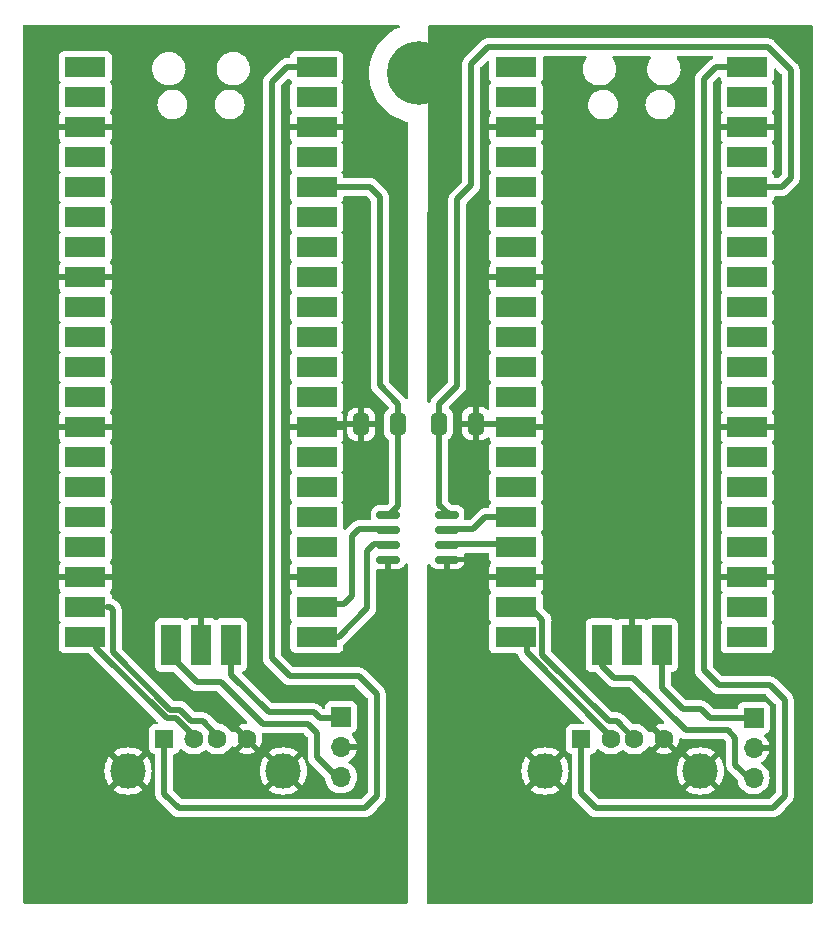
<source format=gbr>
%TF.GenerationSoftware,KiCad,Pcbnew,7.0.9*%
%TF.CreationDate,2024-01-21T01:35:16+01:00*%
%TF.ProjectId,DeskHop,4465736b-486f-4702-9e6b-696361645f70,rev?*%
%TF.SameCoordinates,Original*%
%TF.FileFunction,Copper,L1,Top*%
%TF.FilePolarity,Positive*%
%FSLAX46Y46*%
G04 Gerber Fmt 4.6, Leading zero omitted, Abs format (unit mm)*
G04 Created by KiCad (PCBNEW 7.0.9) date 2024-01-21 01:35:16*
%MOMM*%
%LPD*%
G01*
G04 APERTURE LIST*
G04 Aperture macros list*
%AMRoundRect*
0 Rectangle with rounded corners*
0 $1 Rounding radius*
0 $2 $3 $4 $5 $6 $7 $8 $9 X,Y pos of 4 corners*
0 Add a 4 corners polygon primitive as box body*
4,1,4,$2,$3,$4,$5,$6,$7,$8,$9,$2,$3,0*
0 Add four circle primitives for the rounded corners*
1,1,$1+$1,$2,$3*
1,1,$1+$1,$4,$5*
1,1,$1+$1,$6,$7*
1,1,$1+$1,$8,$9*
0 Add four rect primitives between the rounded corners*
20,1,$1+$1,$2,$3,$4,$5,0*
20,1,$1+$1,$4,$5,$6,$7,0*
20,1,$1+$1,$6,$7,$8,$9,0*
20,1,$1+$1,$8,$9,$2,$3,0*%
G04 Aperture macros list end*
%TA.AperFunction,SMDPad,CuDef*%
%ADD10R,3.500000X1.700000*%
%TD*%
%TA.AperFunction,SMDPad,CuDef*%
%ADD11R,1.700000X3.500000*%
%TD*%
%TA.AperFunction,ComponentPad*%
%ADD12C,3.100000*%
%TD*%
%TA.AperFunction,ConnectorPad*%
%ADD13C,5.400000*%
%TD*%
%TA.AperFunction,SMDPad,CuDef*%
%ADD14RoundRect,0.250000X-0.412500X-0.650000X0.412500X-0.650000X0.412500X0.650000X-0.412500X0.650000X0*%
%TD*%
%TA.AperFunction,ComponentPad*%
%ADD15R,1.600000X1.500000*%
%TD*%
%TA.AperFunction,ComponentPad*%
%ADD16C,1.600000*%
%TD*%
%TA.AperFunction,ComponentPad*%
%ADD17C,3.000000*%
%TD*%
%TA.AperFunction,ComponentPad*%
%ADD18R,1.700000X1.700000*%
%TD*%
%TA.AperFunction,ComponentPad*%
%ADD19O,1.700000X1.700000*%
%TD*%
%TA.AperFunction,SMDPad,CuDef*%
%ADD20RoundRect,0.150000X-0.825000X-0.150000X0.825000X-0.150000X0.825000X0.150000X-0.825000X0.150000X0*%
%TD*%
%TA.AperFunction,SMDPad,CuDef*%
%ADD21RoundRect,0.250000X0.412500X0.650000X-0.412500X0.650000X-0.412500X-0.650000X0.412500X-0.650000X0*%
%TD*%
%TA.AperFunction,Conductor*%
%ADD22C,0.500000*%
%TD*%
G04 APERTURE END LIST*
D10*
%TO.P,U1,1,GPIO0*%
%TO.N,unconnected-(U1-GPIO0-Pad1)*%
X75554000Y-44704000D03*
%TO.P,U1,2,GPIO1*%
%TO.N,unconnected-(U1-GPIO1-Pad2)*%
X75554000Y-47244000D03*
%TO.P,U1,3,GND*%
%TO.N,GND2*%
X75554000Y-49784000D03*
%TO.P,U1,4,GPIO2*%
%TO.N,unconnected-(U1-GPIO2-Pad4)*%
X75554000Y-52324000D03*
%TO.P,U1,5,GPIO3*%
%TO.N,unconnected-(U1-GPIO3-Pad5)*%
X75554000Y-54864000D03*
%TO.P,U1,6,GPIO4*%
%TO.N,unconnected-(U1-GPIO4-Pad6)*%
X75554000Y-57404000D03*
%TO.P,U1,7,GPIO5*%
%TO.N,unconnected-(U1-GPIO5-Pad7)*%
X75554000Y-59944000D03*
%TO.P,U1,8,GND*%
%TO.N,GND2*%
X75554000Y-62484000D03*
%TO.P,U1,9,GPIO6*%
%TO.N,unconnected-(U1-GPIO6-Pad9)*%
X75554000Y-65024000D03*
%TO.P,U1,10,GPIO7*%
%TO.N,unconnected-(U1-GPIO7-Pad10)*%
X75554000Y-67564000D03*
%TO.P,U1,11,GPIO8*%
%TO.N,unconnected-(U1-GPIO8-Pad11)*%
X75554000Y-70104000D03*
%TO.P,U1,12,GPIO9*%
%TO.N,unconnected-(U1-GPIO9-Pad12)*%
X75554000Y-72644000D03*
%TO.P,U1,13,GND*%
%TO.N,GND2*%
X75554000Y-75184000D03*
%TO.P,U1,14,GPIO10*%
%TO.N,unconnected-(U1-GPIO10-Pad14)*%
X75554000Y-77724000D03*
%TO.P,U1,15,GPIO11*%
%TO.N,unconnected-(U1-GPIO11-Pad15)*%
X75554000Y-80264000D03*
%TO.P,U1,16,GPIO12*%
%TO.N,/UART A TX*%
X75554000Y-82804000D03*
%TO.P,U1,17,GPIO13*%
%TO.N,unconnected-(U1-GPIO13-Pad17)*%
X75554000Y-85344000D03*
%TO.P,U1,18,GND*%
%TO.N,GND2*%
X75554000Y-87884000D03*
%TO.P,U1,19,GPIO14*%
%TO.N,Net-(J1-D+)*%
X75554000Y-90424000D03*
%TO.P,U1,20,GPIO15*%
%TO.N,Net-(J1-D-)*%
X75554000Y-92964000D03*
%TO.P,U1,21,GPIO16*%
%TO.N,unconnected-(U1-GPIO16-Pad21)*%
X95134000Y-92964000D03*
%TO.P,U1,22,GPIO17*%
%TO.N,unconnected-(U1-GPIO17-Pad22)*%
X95134000Y-90424000D03*
%TO.P,U1,23,GND*%
%TO.N,GND2*%
X95134000Y-87884000D03*
%TO.P,U1,24,GPIO18*%
%TO.N,unconnected-(U1-GPIO18-Pad24)*%
X95134000Y-85344000D03*
%TO.P,U1,25,GPIO19*%
%TO.N,unconnected-(U1-GPIO19-Pad25)*%
X95134000Y-82804000D03*
%TO.P,U1,26,GPIO20*%
%TO.N,unconnected-(U1-GPIO20-Pad26)*%
X95134000Y-80264000D03*
%TO.P,U1,27,GPIO21*%
%TO.N,unconnected-(U1-GPIO21-Pad27)*%
X95134000Y-77724000D03*
%TO.P,U1,28,GND*%
%TO.N,GND2*%
X95134000Y-75184000D03*
%TO.P,U1,29,GPIO22*%
%TO.N,unconnected-(U1-GPIO22-Pad29)*%
X95134000Y-72644000D03*
%TO.P,U1,30,RUN*%
%TO.N,unconnected-(U1-RUN-Pad30)*%
X95134000Y-70104000D03*
%TO.P,U1,31,GPIO26_ADC0*%
%TO.N,unconnected-(U1-GPIO26_ADC0-Pad31)*%
X95134000Y-67564000D03*
%TO.P,U1,32,GPIO27_ADC1*%
%TO.N,unconnected-(U1-GPIO27_ADC1-Pad32)*%
X95134000Y-65024000D03*
%TO.P,U1,33,AGND*%
%TO.N,unconnected-(U1-AGND-Pad33)*%
X95134000Y-62484000D03*
%TO.P,U1,34,GPIO28_ADC2*%
%TO.N,unconnected-(U1-GPIO28_ADC2-Pad34)*%
X95134000Y-59944000D03*
%TO.P,U1,35,ADC_VREF*%
%TO.N,unconnected-(U1-ADC_VREF-Pad35)*%
X95134000Y-57404000D03*
%TO.P,U1,36,3V3*%
%TO.N,Net-(U1-3V3)*%
X95134000Y-54864000D03*
%TO.P,U1,37,3V3_EN*%
%TO.N,unconnected-(U1-3V3_EN-Pad37)*%
X95134000Y-52324000D03*
%TO.P,U1,38,GND*%
%TO.N,GND2*%
X95134000Y-49784000D03*
%TO.P,U1,39,VSYS*%
%TO.N,unconnected-(U1-VSYS-Pad39)*%
X95134000Y-47244000D03*
%TO.P,U1,40,VBUS*%
%TO.N,Net-(J1-VBUS)*%
X95134000Y-44704000D03*
D11*
%TO.P,U1,41,SWCLK*%
%TO.N,Net-(J3-Pin_3)*%
X82804000Y-93634000D03*
%TO.P,U1,42,GND*%
%TO.N,GND2*%
X85344000Y-93634000D03*
%TO.P,U1,43,SWDIO*%
%TO.N,Net-(J3-Pin_1)*%
X87884000Y-93634000D03*
%TD*%
D10*
%TO.P,U2,1,GPIO0*%
%TO.N,unconnected-(U2-GPIO0-Pad1)*%
X39095523Y-44688249D03*
%TO.P,U2,2,GPIO1*%
%TO.N,unconnected-(U2-GPIO1-Pad2)*%
X39095523Y-47228249D03*
%TO.P,U2,3,GND*%
%TO.N,GND*%
X39095523Y-49768249D03*
%TO.P,U2,4,GPIO2*%
%TO.N,unconnected-(U2-GPIO2-Pad4)*%
X39095523Y-52308249D03*
%TO.P,U2,5,GPIO3*%
%TO.N,unconnected-(U2-GPIO3-Pad5)*%
X39095523Y-54848249D03*
%TO.P,U2,6,GPIO4*%
%TO.N,unconnected-(U2-GPIO4-Pad6)*%
X39095523Y-57388249D03*
%TO.P,U2,7,GPIO5*%
%TO.N,unconnected-(U2-GPIO5-Pad7)*%
X39095523Y-59928249D03*
%TO.P,U2,8,GND*%
%TO.N,GND*%
X39095523Y-62468249D03*
%TO.P,U2,9,GPIO6*%
%TO.N,unconnected-(U2-GPIO6-Pad9)*%
X39095523Y-65008249D03*
%TO.P,U2,10,GPIO7*%
%TO.N,unconnected-(U2-GPIO7-Pad10)*%
X39095523Y-67548249D03*
%TO.P,U2,11,GPIO8*%
%TO.N,unconnected-(U2-GPIO8-Pad11)*%
X39095523Y-70088249D03*
%TO.P,U2,12,GPIO9*%
%TO.N,unconnected-(U2-GPIO9-Pad12)*%
X39095523Y-72628249D03*
%TO.P,U2,13,GND*%
%TO.N,GND*%
X39095523Y-75168249D03*
%TO.P,U2,14,GPIO10*%
%TO.N,unconnected-(U2-GPIO10-Pad14)*%
X39095523Y-77708249D03*
%TO.P,U2,15,GPIO11*%
%TO.N,unconnected-(U2-GPIO11-Pad15)*%
X39095523Y-80248249D03*
%TO.P,U2,16,GPIO12*%
%TO.N,unconnected-(U2-GPIO12-Pad16)*%
X39095523Y-82788249D03*
%TO.P,U2,17,GPIO13*%
%TO.N,unconnected-(U2-GPIO13-Pad17)*%
X39095523Y-85328249D03*
%TO.P,U2,18,GND*%
%TO.N,GND*%
X39095523Y-87868249D03*
%TO.P,U2,19,GPIO14*%
%TO.N,Net-(J4-D+)*%
X39095523Y-90408249D03*
%TO.P,U2,20,GPIO15*%
%TO.N,Net-(J4-D-)*%
X39095523Y-92948249D03*
%TO.P,U2,21,GPIO16*%
%TO.N,/UART B TX*%
X58675523Y-92948249D03*
%TO.P,U2,22,GPIO17*%
%TO.N,/UART B RX*%
X58675523Y-90408249D03*
%TO.P,U2,23,GND*%
%TO.N,GND*%
X58675523Y-87868249D03*
%TO.P,U2,24,GPIO18*%
%TO.N,unconnected-(U2-GPIO18-Pad24)*%
X58675523Y-85328249D03*
%TO.P,U2,25,GPIO19*%
%TO.N,unconnected-(U2-GPIO19-Pad25)*%
X58675523Y-82788249D03*
%TO.P,U2,26,GPIO20*%
%TO.N,unconnected-(U2-GPIO20-Pad26)*%
X58675523Y-80248249D03*
%TO.P,U2,27,GPIO21*%
%TO.N,unconnected-(U2-GPIO21-Pad27)*%
X58675523Y-77708249D03*
%TO.P,U2,28,GND*%
%TO.N,GND*%
X58675523Y-75168249D03*
%TO.P,U2,29,GPIO22*%
%TO.N,unconnected-(U2-GPIO22-Pad29)*%
X58675523Y-72628249D03*
%TO.P,U2,30,RUN*%
%TO.N,unconnected-(U2-RUN-Pad30)*%
X58675523Y-70088249D03*
%TO.P,U2,31,GPIO26_ADC0*%
%TO.N,unconnected-(U2-GPIO26_ADC0-Pad31)*%
X58675523Y-67548249D03*
%TO.P,U2,32,GPIO27_ADC1*%
%TO.N,unconnected-(U2-GPIO27_ADC1-Pad32)*%
X58675523Y-65008249D03*
%TO.P,U2,33,AGND*%
%TO.N,unconnected-(U2-AGND-Pad33)*%
X58675523Y-62468249D03*
%TO.P,U2,34,GPIO28_ADC2*%
%TO.N,unconnected-(U2-GPIO28_ADC2-Pad34)*%
X58675523Y-59928249D03*
%TO.P,U2,35,ADC_VREF*%
%TO.N,unconnected-(U2-ADC_VREF-Pad35)*%
X58675523Y-57388249D03*
%TO.P,U2,36,3V3*%
%TO.N,Net-(U2-3V3)*%
X58675523Y-54848249D03*
%TO.P,U2,37,3V3_EN*%
%TO.N,unconnected-(U2-3V3_EN-Pad37)*%
X58675523Y-52308249D03*
%TO.P,U2,38,GND*%
%TO.N,GND*%
X58675523Y-49768249D03*
%TO.P,U2,39,VSYS*%
%TO.N,unconnected-(U2-VSYS-Pad39)*%
X58675523Y-47228249D03*
%TO.P,U2,40,VBUS*%
%TO.N,Net-(J4-VBUS)*%
X58675523Y-44688249D03*
D11*
%TO.P,U2,41,SWCLK*%
%TO.N,Net-(J2-Pin_3)*%
X46345523Y-93618249D03*
%TO.P,U2,42,GND*%
%TO.N,GND*%
X48885523Y-93618249D03*
%TO.P,U2,43,SWDIO*%
%TO.N,Net-(J2-Pin_1)*%
X51425523Y-93618249D03*
%TD*%
D12*
%TO.P,H3,1,1*%
%TO.N,GND2*%
X67310000Y-45212000D03*
D13*
X67310000Y-45212000D03*
%TD*%
D14*
%TO.P,C2,1*%
%TO.N,Net-(U1-3V3)*%
X69041691Y-74877665D03*
%TO.P,C2,2*%
%TO.N,GND2*%
X72166691Y-74877665D03*
%TD*%
D15*
%TO.P,J4,1,VBUS*%
%TO.N,Net-(J4-VBUS)*%
X45776000Y-101574000D03*
D16*
%TO.P,J4,2,D-*%
%TO.N,Net-(J4-D-)*%
X48276000Y-101574000D03*
%TO.P,J4,3,D+*%
%TO.N,Net-(J4-D+)*%
X50276000Y-101574000D03*
%TO.P,J4,4,GND*%
%TO.N,GND*%
X52776000Y-101574000D03*
D17*
%TO.P,J4,5,Shield*%
X42706000Y-104284000D03*
X55846000Y-104284000D03*
%TD*%
D18*
%TO.P,J3,1,Pin_1*%
%TO.N,Net-(J3-Pin_1)*%
X95667537Y-99795757D03*
D19*
%TO.P,J3,2,Pin_2*%
%TO.N,GND2*%
X95667537Y-102335757D03*
%TO.P,J3,3,Pin_3*%
%TO.N,Net-(J3-Pin_3)*%
X95667537Y-104875757D03*
%TD*%
D12*
%TO.P,H2,1,1*%
%TO.N,GND2*%
X96774000Y-111506000D03*
D13*
X96774000Y-111506000D03*
%TD*%
D15*
%TO.P,J1,1,VBUS*%
%TO.N,Net-(J1-VBUS)*%
X81082000Y-101574000D03*
D16*
%TO.P,J1,2,D-*%
%TO.N,Net-(J1-D-)*%
X83582000Y-101574000D03*
%TO.P,J1,3,D+*%
%TO.N,Net-(J1-D+)*%
X85582000Y-101574000D03*
%TO.P,J1,4,GND*%
%TO.N,GND2*%
X88082000Y-101574000D03*
D17*
%TO.P,J1,5,Shield*%
X78012000Y-104284000D03*
X91152000Y-104284000D03*
%TD*%
D12*
%TO.P,H1,1,1*%
%TO.N,GND*%
X37846000Y-111506000D03*
D13*
X37846000Y-111506000D03*
%TD*%
D20*
%TO.P,U4,1,VDD1*%
%TO.N,Net-(U2-3V3)*%
X64753070Y-82571110D03*
%TO.P,U4,2,VOA*%
%TO.N,/UART B RX*%
X64753070Y-83841110D03*
%TO.P,U4,3,VIB*%
%TO.N,/UART B TX*%
X64753070Y-85111110D03*
%TO.P,U4,4,GND1*%
%TO.N,GND*%
X64753070Y-86381110D03*
%TO.P,U4,5,GND2*%
%TO.N,GND2*%
X69703070Y-86381110D03*
%TO.P,U4,6,VOB*%
%TO.N,N/C*%
X69703070Y-85111110D03*
%TO.P,U4,7,VIA*%
%TO.N,/UART A TX*%
X69703070Y-83841110D03*
%TO.P,U4,8,VDD2*%
%TO.N,Net-(U1-3V3)*%
X69703070Y-82571110D03*
%TD*%
D18*
%TO.P,J2,1,Pin_1*%
%TO.N,Net-(J2-Pin_1)*%
X60731042Y-99717876D03*
D19*
%TO.P,J2,2,Pin_2*%
%TO.N,GND*%
X60731042Y-102257876D03*
%TO.P,J2,3,Pin_3*%
%TO.N,Net-(J2-Pin_3)*%
X60731042Y-104797876D03*
%TD*%
D21*
%TO.P,C1,1*%
%TO.N,Net-(U2-3V3)*%
X65572536Y-74929999D03*
%TO.P,C1,2*%
%TO.N,GND*%
X62447536Y-74929999D03*
%TD*%
D22*
%TO.N,GND*%
X58013772Y-74930000D02*
X57775523Y-75168249D01*
X61937500Y-74930000D02*
X58013772Y-74930000D01*
%TO.N,Net-(J2-Pin_1)*%
X58420000Y-99314000D02*
X54610000Y-99314000D01*
X60452000Y-99822000D02*
X58928000Y-99822000D01*
X58928000Y-99822000D02*
X58420000Y-99314000D01*
X51425523Y-96129523D02*
X51425523Y-92718249D01*
X54610000Y-99314000D02*
X51425523Y-96129523D01*
%TO.N,Net-(J2-Pin_3)*%
X46345523Y-94578249D02*
X48541274Y-96774000D01*
X58674000Y-101092000D02*
X58674000Y-103124000D01*
X57906000Y-100324000D02*
X58674000Y-101092000D01*
X58674000Y-103124000D02*
X60452000Y-104902000D01*
X54096000Y-100324000D02*
X57906000Y-100324000D01*
X48541274Y-96774000D02*
X50546000Y-96774000D01*
X46345523Y-92718249D02*
X46345523Y-94578249D01*
X50546000Y-96774000D02*
X54096000Y-100324000D01*
%TO.N,Net-(J3-Pin_1)*%
X91963000Y-99837000D02*
X91186000Y-99060000D01*
X87869000Y-93511000D02*
X87884000Y-93496000D01*
X91186000Y-99060000D02*
X89662000Y-99060000D01*
X87884000Y-97282000D02*
X89662000Y-99060000D01*
X87884000Y-93496000D02*
X87884000Y-97282000D01*
X95250000Y-99837000D02*
X91963000Y-99837000D01*
%TO.N,Net-(J3-Pin_3)*%
X82789000Y-93511000D02*
X82804000Y-93496000D01*
X83841000Y-96393000D02*
X85471000Y-96393000D01*
X85471000Y-96393000D02*
X89916000Y-100838000D01*
X93472000Y-100838000D02*
X94118941Y-101484941D01*
X94118941Y-101484941D02*
X94118941Y-103770941D01*
X94118941Y-103770941D02*
X95250000Y-104902000D01*
X82804000Y-93496000D02*
X82804000Y-95356000D01*
X82804000Y-95356000D02*
X83841000Y-96393000D01*
X89916000Y-100838000D02*
X93472000Y-100838000D01*
%TO.N,Net-(U1-3V3)*%
X70583420Y-55882998D02*
X71760000Y-54706418D01*
X96850223Y-43002223D02*
X98806000Y-44958000D01*
X70583420Y-71656580D02*
X70583420Y-55882998D01*
X69041691Y-74877665D02*
X69041691Y-73198309D01*
X69041691Y-81741691D02*
X69850000Y-82550000D01*
X98806000Y-54102000D02*
X98044000Y-54864000D01*
X69041691Y-73198309D02*
X70583420Y-71656580D01*
X71760000Y-54706418D02*
X71760000Y-44404000D01*
X69041691Y-74877665D02*
X69041691Y-81741691D01*
X71760000Y-44404000D02*
X73161777Y-43002223D01*
X98806000Y-44958000D02*
X98806000Y-54102000D01*
X98044000Y-54864000D02*
X94234000Y-54864000D01*
X73161777Y-43002223D02*
X96850223Y-43002223D01*
%TO.N,Net-(J1-D+)*%
X84084000Y-100076000D02*
X83385744Y-100076000D01*
X77795094Y-91511094D02*
X76708000Y-90424000D01*
X85582000Y-101574000D02*
X84084000Y-100076000D01*
X76708000Y-90424000D02*
X76454000Y-90424000D01*
X77795094Y-94485350D02*
X77795094Y-91511094D01*
X85518500Y-101203000D02*
X85582000Y-101203000D01*
X83385744Y-100076000D02*
X77795094Y-94485350D01*
%TO.N,Net-(J1-D-)*%
X76454000Y-92964000D02*
X76454000Y-94234000D01*
X83286000Y-101066000D02*
X83582000Y-101066000D01*
X76454000Y-94234000D02*
X83286000Y-101066000D01*
%TO.N,Net-(J1-VBUS)*%
X92456000Y-44704000D02*
X91440000Y-45720000D01*
X97282000Y-107442000D02*
X82296000Y-107442000D01*
X94234000Y-44704000D02*
X92456000Y-44704000D01*
X91440000Y-45720000D02*
X91440000Y-95758000D01*
X81026000Y-106172000D02*
X81082000Y-106116000D01*
X97028000Y-97028000D02*
X98298000Y-98298000D01*
X98298000Y-98298000D02*
X98298000Y-106426000D01*
X98298000Y-106426000D02*
X97282000Y-107442000D01*
X91440000Y-95758000D02*
X92710000Y-97028000D01*
X92710000Y-97028000D02*
X97028000Y-97028000D01*
X81082000Y-106116000D02*
X81082000Y-101828000D01*
X82296000Y-107442000D02*
X81026000Y-106172000D01*
%TO.N,unconnected-(U1-GPIO13-Pad17)*%
X69850000Y-85090000D02*
X76200000Y-85090000D01*
X76200000Y-85090000D02*
X76454000Y-85344000D01*
%TO.N,Net-(U2-3V3)*%
X65572536Y-74929999D02*
X65572536Y-81877464D01*
X65572536Y-73192536D02*
X65572536Y-74929999D01*
X64026291Y-71646291D02*
X65572536Y-73192536D01*
X65572536Y-81877464D02*
X64900000Y-82550000D01*
X64026291Y-55662582D02*
X64026291Y-71646291D01*
X63211958Y-54848249D02*
X64026291Y-55662582D01*
X57775523Y-54848249D02*
X63211958Y-54848249D01*
%TO.N,GND2*%
X72166691Y-74877665D02*
X76147665Y-74877665D01*
X76147665Y-74877665D02*
X76454000Y-75184000D01*
%TO.N,/UART A TX*%
X69850000Y-83820000D02*
X71949721Y-83820000D01*
X71949721Y-83820000D02*
X72965721Y-82804000D01*
X72965721Y-82804000D02*
X76454000Y-82804000D01*
%TO.N,/UART B RX*%
X58013772Y-90170000D02*
X60960000Y-90170000D01*
X60960000Y-90170000D02*
X61681215Y-89448785D01*
X62230000Y-83820000D02*
X64900000Y-83820000D01*
X61681215Y-84368785D02*
X62230000Y-83820000D01*
X57775523Y-90408249D02*
X58013772Y-90170000D01*
X61681215Y-89448785D02*
X61681215Y-84368785D01*
%TO.N,Net-(J4-VBUS)*%
X56149751Y-44688249D02*
X57775523Y-44688249D01*
X45776000Y-106228000D02*
X46990000Y-107442000D01*
X46990000Y-107442000D02*
X62738000Y-107442000D01*
X63754000Y-106426000D02*
X63754000Y-97790000D01*
X54864000Y-94742000D02*
X54864000Y-45974000D01*
X62738000Y-107442000D02*
X63754000Y-106426000D01*
X56388000Y-96266000D02*
X54864000Y-94742000D01*
X54864000Y-45974000D02*
X56149751Y-44688249D01*
X63754000Y-97790000D02*
X62230000Y-96266000D01*
X45776000Y-101574000D02*
X45776000Y-106228000D01*
X62230000Y-96266000D02*
X56388000Y-96266000D01*
%TO.N,Net-(J4-D-)*%
X48276000Y-101574000D02*
X48276000Y-101362000D01*
X39995523Y-93843523D02*
X39995523Y-92948249D01*
X45974000Y-99822000D02*
X39995523Y-93843523D01*
X48276000Y-101362000D02*
X46736000Y-99822000D01*
X47726000Y-101574000D02*
X48276000Y-101574000D01*
X46736000Y-99822000D02*
X45974000Y-99822000D01*
%TO.N,Net-(J4-D+)*%
X46254170Y-99080626D02*
X47067614Y-99080626D01*
X41402000Y-90678000D02*
X41402000Y-94228456D01*
X40894000Y-90424000D02*
X41148000Y-90424000D01*
X47067614Y-99080626D02*
X48062988Y-100076000D01*
X48062988Y-100076000D02*
X49022000Y-100076000D01*
X41402000Y-94228456D02*
X46254170Y-99080626D01*
X41148000Y-90424000D02*
X41402000Y-90678000D01*
X50022000Y-101076000D02*
X50022000Y-101203000D01*
X49022000Y-100076000D02*
X50022000Y-101076000D01*
%TO.N,/UART B TX*%
X57775523Y-92948249D02*
X60531206Y-92948249D01*
X60531206Y-92948249D02*
X62962639Y-90516816D01*
X63500000Y-85090000D02*
X64900000Y-85090000D01*
X62962639Y-90516816D02*
X62962639Y-85627361D01*
X62962639Y-85627361D02*
X63500000Y-85090000D01*
%TD*%
%TA.AperFunction,Conductor*%
%TO.N,GND2*%
G36*
X100607112Y-41130309D02*
G01*
X100652867Y-41183113D01*
X100664073Y-41234624D01*
X100664073Y-115416875D01*
X100644388Y-115483914D01*
X100591584Y-115529669D01*
X100540073Y-115540875D01*
X68155298Y-115540875D01*
X68088259Y-115521190D01*
X68042504Y-115468386D01*
X68031298Y-115416806D01*
X68032335Y-113556000D01*
X68033477Y-111506000D01*
X94719210Y-111506000D01*
X94738347Y-111785794D01*
X94738348Y-111785796D01*
X94795403Y-112060364D01*
X94795408Y-112060381D01*
X94889319Y-112324622D01*
X94889320Y-112324624D01*
X95018348Y-112573637D01*
X95018352Y-112573643D01*
X95156744Y-112769699D01*
X95156745Y-112769700D01*
X95659073Y-112267372D01*
X95735890Y-112377078D01*
X95902922Y-112544110D01*
X96012626Y-112620925D01*
X95511740Y-113121811D01*
X95589046Y-113184704D01*
X95828664Y-113330419D01*
X95828668Y-113330421D01*
X96085888Y-113442146D01*
X96355935Y-113517810D01*
X96355941Y-113517811D01*
X96633775Y-113556000D01*
X96914225Y-113556000D01*
X97192058Y-113517811D01*
X97192064Y-113517810D01*
X97462111Y-113442146D01*
X97719331Y-113330421D01*
X97719335Y-113330419D01*
X97958950Y-113184706D01*
X97958965Y-113184696D01*
X98036258Y-113121811D01*
X97535373Y-112620925D01*
X97645078Y-112544110D01*
X97812110Y-112377078D01*
X97888926Y-112267372D01*
X98391253Y-112769699D01*
X98529651Y-112573636D01*
X98658679Y-112324624D01*
X98658680Y-112324622D01*
X98752591Y-112060381D01*
X98752596Y-112060364D01*
X98809651Y-111785796D01*
X98809652Y-111785794D01*
X98828789Y-111506000D01*
X98809652Y-111226205D01*
X98809651Y-111226203D01*
X98752596Y-110951635D01*
X98752591Y-110951618D01*
X98658680Y-110687377D01*
X98658679Y-110687375D01*
X98529651Y-110438363D01*
X98391253Y-110242299D01*
X97888925Y-110744626D01*
X97812110Y-110634922D01*
X97645078Y-110467890D01*
X97535372Y-110391073D01*
X98036258Y-109890187D01*
X97958953Y-109827295D01*
X97719335Y-109681580D01*
X97719331Y-109681578D01*
X97462111Y-109569853D01*
X97192064Y-109494189D01*
X97192058Y-109494188D01*
X96914225Y-109456000D01*
X96633775Y-109456000D01*
X96355941Y-109494188D01*
X96355935Y-109494189D01*
X96085888Y-109569853D01*
X95828670Y-109681577D01*
X95589038Y-109827301D01*
X95589034Y-109827304D01*
X95511740Y-109890187D01*
X96012627Y-110391073D01*
X95902922Y-110467890D01*
X95735890Y-110634922D01*
X95659073Y-110744626D01*
X95156745Y-110242298D01*
X95018352Y-110438356D01*
X95018348Y-110438362D01*
X94889320Y-110687375D01*
X94889319Y-110687377D01*
X94795408Y-110951618D01*
X94795403Y-110951635D01*
X94738348Y-111226203D01*
X94738347Y-111226205D01*
X94719210Y-111506000D01*
X68033477Y-111506000D01*
X68037502Y-104284001D01*
X76006891Y-104284001D01*
X76027300Y-104569362D01*
X76088109Y-104848895D01*
X76188091Y-105116958D01*
X76325191Y-105368038D01*
X76325196Y-105368046D01*
X76431882Y-105510561D01*
X76431883Y-105510562D01*
X77041438Y-104901006D01*
X77090348Y-104979999D01*
X77233931Y-105137501D01*
X77392388Y-105257163D01*
X76785436Y-105864115D01*
X76927960Y-105970807D01*
X76927961Y-105970808D01*
X77179042Y-106107908D01*
X77179041Y-106107908D01*
X77447104Y-106207890D01*
X77726637Y-106268699D01*
X78011999Y-106289109D01*
X78012001Y-106289109D01*
X78297362Y-106268699D01*
X78576895Y-106207890D01*
X78844958Y-106107908D01*
X79096047Y-105970803D01*
X79238561Y-105864116D01*
X79238562Y-105864115D01*
X78631611Y-105257163D01*
X78790069Y-105137501D01*
X78933652Y-104979999D01*
X78982560Y-104901007D01*
X79592115Y-105510562D01*
X79592116Y-105510561D01*
X79698803Y-105368047D01*
X79835908Y-105116958D01*
X79935890Y-104848895D01*
X79996699Y-104569362D01*
X80017109Y-104284001D01*
X80017109Y-104283998D01*
X79996699Y-103998637D01*
X79935890Y-103719104D01*
X79835908Y-103451041D01*
X79698808Y-103199961D01*
X79698807Y-103199960D01*
X79592115Y-103057436D01*
X78982560Y-103666991D01*
X78933652Y-103588001D01*
X78790069Y-103430499D01*
X78631610Y-103310835D01*
X79238562Y-102703883D01*
X79238561Y-102703882D01*
X79096046Y-102597196D01*
X79096038Y-102597191D01*
X78844957Y-102460091D01*
X78844958Y-102460091D01*
X78576895Y-102360109D01*
X78297362Y-102299300D01*
X78012001Y-102278891D01*
X78011999Y-102278891D01*
X77726637Y-102299300D01*
X77447104Y-102360109D01*
X77179041Y-102460091D01*
X76927961Y-102597191D01*
X76927953Y-102597196D01*
X76785437Y-102703882D01*
X76785436Y-102703883D01*
X77392389Y-103310835D01*
X77233931Y-103430499D01*
X77090348Y-103588001D01*
X77041439Y-103666992D01*
X76431883Y-103057436D01*
X76431882Y-103057437D01*
X76325196Y-103199953D01*
X76325191Y-103199961D01*
X76188091Y-103451041D01*
X76088109Y-103719104D01*
X76027300Y-103998637D01*
X76006891Y-104283998D01*
X76006891Y-104284001D01*
X68037502Y-104284001D01*
X68047213Y-86856314D01*
X68066935Y-86789287D01*
X68119764Y-86743562D01*
X68188928Y-86733657D01*
X68252468Y-86762717D01*
X68277945Y-86793264D01*
X68360384Y-86932662D01*
X68360391Y-86932671D01*
X68476508Y-87048788D01*
X68476517Y-87048795D01*
X68617873Y-87132392D01*
X68617876Y-87132393D01*
X68775574Y-87178209D01*
X68775580Y-87178210D01*
X68812426Y-87181110D01*
X69453070Y-87181110D01*
X69453070Y-86631110D01*
X69953070Y-86631110D01*
X69953070Y-87181110D01*
X70593714Y-87181110D01*
X70630559Y-87178210D01*
X70630565Y-87178209D01*
X70788263Y-87132393D01*
X70788266Y-87132392D01*
X70929622Y-87048795D01*
X70929631Y-87048788D01*
X71045748Y-86932671D01*
X71045755Y-86932662D01*
X71129351Y-86791308D01*
X71175170Y-86633596D01*
X71175365Y-86631111D01*
X71175365Y-86631110D01*
X69953070Y-86631110D01*
X69453070Y-86631110D01*
X69453070Y-86255110D01*
X69472755Y-86188071D01*
X69525559Y-86142316D01*
X69577070Y-86131110D01*
X71175365Y-86131110D01*
X71175365Y-86131108D01*
X71175170Y-86128621D01*
X71175169Y-86128615D01*
X71139864Y-86007095D01*
X71140063Y-85937226D01*
X71178005Y-85878556D01*
X71241643Y-85849712D01*
X71258940Y-85848500D01*
X73171500Y-85848500D01*
X73238539Y-85868185D01*
X73284294Y-85920989D01*
X73295500Y-85972500D01*
X73295500Y-86242654D01*
X73302011Y-86303202D01*
X73302011Y-86303204D01*
X73353111Y-86440204D01*
X73432893Y-86546780D01*
X73457310Y-86612245D01*
X73442458Y-86680518D01*
X73432893Y-86695402D01*
X73360647Y-86791910D01*
X73360645Y-86791913D01*
X73310403Y-86926620D01*
X73310401Y-86926627D01*
X73304000Y-86986155D01*
X73304000Y-87634000D01*
X77804000Y-87634000D01*
X77804000Y-86986172D01*
X77803999Y-86986155D01*
X77797598Y-86926627D01*
X77797596Y-86926620D01*
X77747354Y-86791913D01*
X77747353Y-86791911D01*
X77675106Y-86695402D01*
X77650689Y-86629938D01*
X77665540Y-86561665D01*
X77675099Y-86546789D01*
X77754889Y-86440204D01*
X77805989Y-86303201D01*
X77809591Y-86269692D01*
X77812499Y-86242654D01*
X77812500Y-86242637D01*
X77812500Y-84445362D01*
X77812499Y-84445345D01*
X77809157Y-84414270D01*
X77805989Y-84384799D01*
X77787558Y-84335385D01*
X77754888Y-84247793D01*
X77754887Y-84247792D01*
X77680415Y-84148311D01*
X77655997Y-84082847D01*
X77670848Y-84014574D01*
X77680415Y-83999689D01*
X77754887Y-83900207D01*
X77754888Y-83900206D01*
X77805988Y-83763204D01*
X77805988Y-83763203D01*
X77805989Y-83763201D01*
X77809591Y-83729692D01*
X77812499Y-83702654D01*
X77812500Y-83702637D01*
X77812500Y-81905362D01*
X77812499Y-81905345D01*
X77809157Y-81874270D01*
X77805989Y-81844799D01*
X77802332Y-81834995D01*
X77754888Y-81707793D01*
X77754887Y-81707792D01*
X77680415Y-81608311D01*
X77655997Y-81542847D01*
X77670848Y-81474574D01*
X77680415Y-81459689D01*
X77754887Y-81360207D01*
X77754888Y-81360206D01*
X77805988Y-81223204D01*
X77805988Y-81223203D01*
X77805989Y-81223201D01*
X77809591Y-81189692D01*
X77812499Y-81162654D01*
X77812500Y-81162637D01*
X77812500Y-79365362D01*
X77812499Y-79365345D01*
X77809157Y-79334270D01*
X77805989Y-79304799D01*
X77754889Y-79167796D01*
X77754888Y-79167793D01*
X77754887Y-79167792D01*
X77680415Y-79068311D01*
X77655997Y-79002847D01*
X77670848Y-78934574D01*
X77680415Y-78919689D01*
X77754887Y-78820207D01*
X77754888Y-78820206D01*
X77805988Y-78683204D01*
X77805988Y-78683203D01*
X77805989Y-78683201D01*
X77809591Y-78649692D01*
X77812499Y-78622654D01*
X77812500Y-78622637D01*
X77812500Y-76825362D01*
X77812499Y-76825345D01*
X77809157Y-76794270D01*
X77805989Y-76764799D01*
X77754889Y-76627796D01*
X77675105Y-76521218D01*
X77650689Y-76455754D01*
X77665541Y-76387481D01*
X77675107Y-76372596D01*
X77747352Y-76276089D01*
X77747354Y-76276086D01*
X77797596Y-76141379D01*
X77797598Y-76141372D01*
X77803999Y-76081844D01*
X77804000Y-76081827D01*
X77804000Y-75434000D01*
X75428000Y-75434000D01*
X75360961Y-75414315D01*
X75315206Y-75361511D01*
X75304000Y-75310000D01*
X75304000Y-75058000D01*
X75323685Y-74990961D01*
X75376489Y-74945206D01*
X75428000Y-74934000D01*
X77804000Y-74934000D01*
X77804000Y-74286172D01*
X77803999Y-74286155D01*
X77797598Y-74226627D01*
X77797596Y-74226620D01*
X77747354Y-74091913D01*
X77747353Y-74091911D01*
X77675106Y-73995402D01*
X77650689Y-73929938D01*
X77665540Y-73861665D01*
X77675099Y-73846789D01*
X77754889Y-73740204D01*
X77805989Y-73603201D01*
X77809591Y-73569692D01*
X77812499Y-73542654D01*
X77812500Y-73542637D01*
X77812500Y-71745362D01*
X77812499Y-71745345D01*
X77809157Y-71714270D01*
X77805989Y-71684799D01*
X77791338Y-71645519D01*
X77754888Y-71547793D01*
X77754887Y-71547792D01*
X77680415Y-71448311D01*
X77655997Y-71382847D01*
X77670848Y-71314574D01*
X77680415Y-71299689D01*
X77754887Y-71200207D01*
X77754888Y-71200206D01*
X77805988Y-71063204D01*
X77805988Y-71063203D01*
X77805989Y-71063201D01*
X77809591Y-71029692D01*
X77812499Y-71002654D01*
X77812500Y-71002637D01*
X77812500Y-69205362D01*
X77812499Y-69205345D01*
X77809157Y-69174270D01*
X77805989Y-69144799D01*
X77754889Y-69007796D01*
X77754888Y-69007793D01*
X77754887Y-69007792D01*
X77680415Y-68908311D01*
X77655997Y-68842847D01*
X77670848Y-68774574D01*
X77680415Y-68759689D01*
X77754887Y-68660207D01*
X77754888Y-68660206D01*
X77805988Y-68523204D01*
X77805988Y-68523203D01*
X77805989Y-68523201D01*
X77809591Y-68489692D01*
X77812499Y-68462654D01*
X77812500Y-68462637D01*
X77812500Y-66665362D01*
X77812499Y-66665345D01*
X77809157Y-66634270D01*
X77805989Y-66604799D01*
X77754889Y-66467796D01*
X77754888Y-66467793D01*
X77754887Y-66467792D01*
X77680415Y-66368311D01*
X77655997Y-66302847D01*
X77670848Y-66234574D01*
X77680415Y-66219689D01*
X77754887Y-66120207D01*
X77754888Y-66120206D01*
X77805988Y-65983204D01*
X77805988Y-65983203D01*
X77805989Y-65983201D01*
X77809591Y-65949692D01*
X77812499Y-65922654D01*
X77812500Y-65922637D01*
X77812500Y-64125362D01*
X77812499Y-64125345D01*
X77809157Y-64094270D01*
X77805989Y-64064799D01*
X77754889Y-63927796D01*
X77675105Y-63821218D01*
X77650689Y-63755754D01*
X77665541Y-63687481D01*
X77675107Y-63672596D01*
X77747352Y-63576089D01*
X77747354Y-63576086D01*
X77797596Y-63441379D01*
X77797598Y-63441372D01*
X77803999Y-63381844D01*
X77804000Y-63381827D01*
X77804000Y-62734000D01*
X73304000Y-62734000D01*
X73304000Y-63381844D01*
X73310401Y-63441372D01*
X73310403Y-63441379D01*
X73360645Y-63576086D01*
X73360646Y-63576088D01*
X73432893Y-63672597D01*
X73457310Y-63738061D01*
X73442459Y-63806334D01*
X73432893Y-63821218D01*
X73353112Y-63927793D01*
X73353111Y-63927793D01*
X73302011Y-64064795D01*
X73302011Y-64064797D01*
X73295500Y-64125345D01*
X73295500Y-65922654D01*
X73302011Y-65983202D01*
X73302011Y-65983204D01*
X73353111Y-66120204D01*
X73427585Y-66219689D01*
X73452002Y-66285154D01*
X73437150Y-66353427D01*
X73427585Y-66368311D01*
X73353111Y-66467795D01*
X73302011Y-66604795D01*
X73302011Y-66604797D01*
X73295500Y-66665345D01*
X73295500Y-68462654D01*
X73302011Y-68523202D01*
X73302011Y-68523204D01*
X73353111Y-68660204D01*
X73427585Y-68759689D01*
X73452002Y-68825154D01*
X73437150Y-68893427D01*
X73427585Y-68908311D01*
X73353111Y-69007795D01*
X73302011Y-69144795D01*
X73302011Y-69144797D01*
X73295500Y-69205345D01*
X73295500Y-71002654D01*
X73302011Y-71063202D01*
X73302011Y-71063204D01*
X73353111Y-71200204D01*
X73427585Y-71299689D01*
X73452002Y-71365154D01*
X73437150Y-71433427D01*
X73427585Y-71448311D01*
X73353111Y-71547795D01*
X73302011Y-71684795D01*
X73302011Y-71684797D01*
X73295500Y-71745345D01*
X73295500Y-73542640D01*
X73298965Y-73574872D01*
X73286558Y-73643632D01*
X73238947Y-73694768D01*
X73171248Y-73712047D01*
X73104954Y-73689981D01*
X73087994Y-73675807D01*
X73047536Y-73635349D01*
X72898315Y-73543308D01*
X72898310Y-73543306D01*
X72731888Y-73488159D01*
X72731881Y-73488158D01*
X72629177Y-73477665D01*
X72416691Y-73477665D01*
X72416691Y-76277664D01*
X72629163Y-76277664D01*
X72629177Y-76277663D01*
X72731888Y-76267170D01*
X72898310Y-76212023D01*
X72898315Y-76212021D01*
X73047536Y-76119980D01*
X73099540Y-76067976D01*
X73160863Y-76034490D01*
X73230555Y-76039474D01*
X73286488Y-76081345D01*
X73307270Y-76134150D01*
X73308620Y-76133832D01*
X73310403Y-76141379D01*
X73360645Y-76276086D01*
X73360646Y-76276088D01*
X73432893Y-76372597D01*
X73457310Y-76438061D01*
X73442459Y-76506334D01*
X73432893Y-76521218D01*
X73353112Y-76627793D01*
X73353111Y-76627793D01*
X73302011Y-76764795D01*
X73302011Y-76764797D01*
X73295500Y-76825345D01*
X73295500Y-78622654D01*
X73302011Y-78683202D01*
X73302011Y-78683204D01*
X73353111Y-78820204D01*
X73427585Y-78919689D01*
X73452002Y-78985154D01*
X73437150Y-79053427D01*
X73427585Y-79068311D01*
X73353111Y-79167795D01*
X73302011Y-79304795D01*
X73302011Y-79304797D01*
X73295500Y-79365345D01*
X73295500Y-81162654D01*
X73302011Y-81223202D01*
X73302011Y-81223204D01*
X73353111Y-81360204D01*
X73427585Y-81459689D01*
X73452002Y-81525154D01*
X73437150Y-81593427D01*
X73427585Y-81608311D01*
X73353111Y-81707795D01*
X73302011Y-81844795D01*
X73302011Y-81844797D01*
X73295500Y-81905345D01*
X73295500Y-81921500D01*
X73275815Y-81988539D01*
X73223011Y-82034294D01*
X73171500Y-82045500D01*
X73030015Y-82045500D01*
X73012045Y-82044191D01*
X72987927Y-82040658D01*
X72942372Y-82044645D01*
X72935294Y-82045264D01*
X72929893Y-82045500D01*
X72921540Y-82045500D01*
X72888624Y-82049347D01*
X72811295Y-82056112D01*
X72804227Y-82057572D01*
X72804217Y-82057528D01*
X72796627Y-82059210D01*
X72796638Y-82059254D01*
X72789614Y-82060919D01*
X72789608Y-82060920D01*
X72789608Y-82060921D01*
X72765135Y-82069827D01*
X72716654Y-82087473D01*
X72642978Y-82111887D01*
X72636441Y-82114936D01*
X72636421Y-82114894D01*
X72629417Y-82118285D01*
X72629438Y-82118326D01*
X72622990Y-82121564D01*
X72558115Y-82164233D01*
X72492073Y-82204967D01*
X72486404Y-82209450D01*
X72486374Y-82209413D01*
X72480348Y-82214322D01*
X72480378Y-82214357D01*
X72474853Y-82218993D01*
X72421557Y-82275482D01*
X71671859Y-83025181D01*
X71610536Y-83058666D01*
X71584178Y-83061500D01*
X71280058Y-83061500D01*
X71213019Y-83041815D01*
X71167264Y-82989011D01*
X71157320Y-82919853D01*
X71160982Y-82902905D01*
X71183631Y-82824945D01*
X71183632Y-82824939D01*
X71186570Y-82787615D01*
X71186570Y-82354605D01*
X71183632Y-82317280D01*
X71183631Y-82317274D01*
X71145328Y-82185434D01*
X71137215Y-82157509D01*
X71052523Y-82014303D01*
X71052521Y-82014301D01*
X71052518Y-82014297D01*
X70934882Y-81896661D01*
X70934873Y-81896654D01*
X70791671Y-81811965D01*
X70791666Y-81811963D01*
X70631905Y-81765548D01*
X70631899Y-81765547D01*
X70594575Y-81762610D01*
X70594572Y-81762610D01*
X70186653Y-81762610D01*
X70119614Y-81742925D01*
X70098972Y-81726291D01*
X69836510Y-81463829D01*
X69803025Y-81402506D01*
X69800191Y-81376148D01*
X69800191Y-76274638D01*
X69819876Y-76207599D01*
X69859092Y-76169100D01*
X69927843Y-76126695D01*
X70053221Y-76001317D01*
X70146306Y-75850403D01*
X70202078Y-75682091D01*
X70212691Y-75578210D01*
X70212691Y-75127665D01*
X71004192Y-75127665D01*
X71004192Y-75577651D01*
X71014685Y-75680362D01*
X71069832Y-75846784D01*
X71069834Y-75846789D01*
X71161875Y-75996010D01*
X71285845Y-76119980D01*
X71435066Y-76212021D01*
X71435071Y-76212023D01*
X71601493Y-76267170D01*
X71601500Y-76267171D01*
X71704210Y-76277664D01*
X71916690Y-76277664D01*
X71916691Y-76277663D01*
X71916691Y-75127665D01*
X71004192Y-75127665D01*
X70212691Y-75127665D01*
X70212690Y-74627665D01*
X71004191Y-74627665D01*
X71916691Y-74627665D01*
X71916691Y-73477665D01*
X71704220Y-73477665D01*
X71704203Y-73477666D01*
X71601493Y-73488159D01*
X71435071Y-73543306D01*
X71435066Y-73543308D01*
X71285845Y-73635349D01*
X71161875Y-73759319D01*
X71069834Y-73908540D01*
X71069832Y-73908545D01*
X71014685Y-74074967D01*
X71014684Y-74074974D01*
X71004191Y-74177678D01*
X71004191Y-74627665D01*
X70212690Y-74627665D01*
X70212690Y-74177121D01*
X70202078Y-74073239D01*
X70146306Y-73904927D01*
X70053221Y-73754013D01*
X69927843Y-73628635D01*
X69910528Y-73617955D01*
X69863804Y-73566009D01*
X69852581Y-73497047D01*
X69880424Y-73432965D01*
X69887934Y-73424746D01*
X71074300Y-72238379D01*
X71087926Y-72226603D01*
X71107478Y-72212049D01*
X71141435Y-72171580D01*
X71145095Y-72167585D01*
X71151000Y-72161681D01*
X71171556Y-72135683D01*
X71221452Y-72076220D01*
X71221453Y-72076219D01*
X71225423Y-72070183D01*
X71225463Y-72070209D01*
X71229632Y-72063666D01*
X71229591Y-72063641D01*
X71233384Y-72057491D01*
X71233385Y-72057488D01*
X71233387Y-72057486D01*
X71266193Y-71987132D01*
X71301029Y-71917768D01*
X71301030Y-71917760D01*
X71303499Y-71910980D01*
X71303546Y-71910997D01*
X71306098Y-71903655D01*
X71306051Y-71903640D01*
X71308320Y-71896791D01*
X71308320Y-71896789D01*
X71308322Y-71896786D01*
X71324019Y-71820761D01*
X71341920Y-71745236D01*
X71341920Y-71745234D01*
X71341921Y-71745230D01*
X71342759Y-71738063D01*
X71342806Y-71738068D01*
X71343596Y-71730337D01*
X71343549Y-71730333D01*
X71344178Y-71723142D01*
X71343062Y-71684795D01*
X71341920Y-71645519D01*
X71341920Y-60842654D01*
X73295500Y-60842654D01*
X73302011Y-60903202D01*
X73302011Y-60903204D01*
X73353111Y-61040204D01*
X73432893Y-61146780D01*
X73457310Y-61212245D01*
X73442458Y-61280518D01*
X73432893Y-61295402D01*
X73360647Y-61391910D01*
X73360645Y-61391913D01*
X73310403Y-61526620D01*
X73310401Y-61526627D01*
X73304000Y-61586155D01*
X73304000Y-62234000D01*
X77804000Y-62234000D01*
X77804000Y-61586172D01*
X77803999Y-61586155D01*
X77797598Y-61526627D01*
X77797596Y-61526620D01*
X77747354Y-61391913D01*
X77747353Y-61391911D01*
X77675106Y-61295402D01*
X77650689Y-61229938D01*
X77665540Y-61161665D01*
X77675099Y-61146789D01*
X77754889Y-61040204D01*
X77805989Y-60903201D01*
X77809591Y-60869692D01*
X77812499Y-60842654D01*
X77812500Y-60842637D01*
X77812500Y-59045362D01*
X77812499Y-59045345D01*
X77809157Y-59014270D01*
X77805989Y-58984799D01*
X77754889Y-58847796D01*
X77754888Y-58847793D01*
X77754887Y-58847792D01*
X77680415Y-58748311D01*
X77655997Y-58682847D01*
X77670848Y-58614574D01*
X77680415Y-58599689D01*
X77754887Y-58500207D01*
X77754888Y-58500206D01*
X77805988Y-58363204D01*
X77805988Y-58363203D01*
X77805989Y-58363201D01*
X77809591Y-58329692D01*
X77812499Y-58302654D01*
X77812500Y-58302637D01*
X77812500Y-56505362D01*
X77812499Y-56505345D01*
X77809157Y-56474270D01*
X77805989Y-56444799D01*
X77754889Y-56307796D01*
X77754888Y-56307793D01*
X77754887Y-56307792D01*
X77680415Y-56208311D01*
X77655997Y-56142847D01*
X77670848Y-56074574D01*
X77680415Y-56059689D01*
X77754887Y-55960207D01*
X77754888Y-55960206D01*
X77805988Y-55823204D01*
X77805988Y-55823203D01*
X77805989Y-55823201D01*
X77809591Y-55789692D01*
X77812499Y-55762654D01*
X77812500Y-55762637D01*
X77812500Y-53965362D01*
X77812499Y-53965345D01*
X77809157Y-53934270D01*
X77805989Y-53904799D01*
X77754889Y-53767796D01*
X77754888Y-53767793D01*
X77754887Y-53767792D01*
X77680415Y-53668311D01*
X77655997Y-53602847D01*
X77670848Y-53534574D01*
X77680415Y-53519689D01*
X77754887Y-53420207D01*
X77754888Y-53420206D01*
X77805988Y-53283204D01*
X77805988Y-53283203D01*
X77805989Y-53283201D01*
X77809591Y-53249692D01*
X77812499Y-53222654D01*
X77812500Y-53222637D01*
X77812500Y-51425362D01*
X77812499Y-51425345D01*
X77809157Y-51394270D01*
X77805989Y-51364799D01*
X77754889Y-51227796D01*
X77675105Y-51121218D01*
X77650689Y-51055754D01*
X77665541Y-50987481D01*
X77675107Y-50972596D01*
X77747352Y-50876089D01*
X77747354Y-50876086D01*
X77797596Y-50741379D01*
X77797598Y-50741372D01*
X77803999Y-50681844D01*
X77804000Y-50681827D01*
X77804000Y-50034000D01*
X73304000Y-50034000D01*
X73304000Y-50681844D01*
X73310401Y-50741372D01*
X73310403Y-50741379D01*
X73360645Y-50876086D01*
X73360646Y-50876088D01*
X73432893Y-50972597D01*
X73457310Y-51038061D01*
X73442459Y-51106334D01*
X73432893Y-51121218D01*
X73353112Y-51227793D01*
X73353111Y-51227793D01*
X73302011Y-51364795D01*
X73302011Y-51364797D01*
X73295500Y-51425345D01*
X73295500Y-53222654D01*
X73302011Y-53283202D01*
X73302011Y-53283204D01*
X73353111Y-53420204D01*
X73427585Y-53519689D01*
X73452002Y-53585154D01*
X73437150Y-53653427D01*
X73427585Y-53668311D01*
X73353111Y-53767795D01*
X73302011Y-53904795D01*
X73302011Y-53904797D01*
X73295500Y-53965345D01*
X73295500Y-55762654D01*
X73302011Y-55823202D01*
X73302011Y-55823204D01*
X73353111Y-55960204D01*
X73427585Y-56059689D01*
X73452002Y-56125154D01*
X73437150Y-56193427D01*
X73427585Y-56208311D01*
X73353111Y-56307795D01*
X73302011Y-56444795D01*
X73302011Y-56444797D01*
X73295500Y-56505345D01*
X73295500Y-58302654D01*
X73302011Y-58363202D01*
X73302011Y-58363204D01*
X73353111Y-58500204D01*
X73427585Y-58599689D01*
X73452002Y-58665154D01*
X73437150Y-58733427D01*
X73427585Y-58748311D01*
X73353111Y-58847795D01*
X73302011Y-58984795D01*
X73302011Y-58984797D01*
X73295500Y-59045345D01*
X73295500Y-60842654D01*
X71341920Y-60842654D01*
X71341920Y-56248540D01*
X71361605Y-56181501D01*
X71378235Y-56160863D01*
X72250880Y-55288217D01*
X72264506Y-55276441D01*
X72284058Y-55261887D01*
X72318015Y-55221418D01*
X72321675Y-55217423D01*
X72327580Y-55211519D01*
X72348136Y-55185521D01*
X72398032Y-55126058D01*
X72398033Y-55126057D01*
X72402003Y-55120021D01*
X72402044Y-55120048D01*
X72406219Y-55113494D01*
X72406177Y-55113468D01*
X72409963Y-55107328D01*
X72409967Y-55107324D01*
X72442775Y-55036964D01*
X72477609Y-54967606D01*
X72477611Y-54967597D01*
X72480080Y-54960817D01*
X72480126Y-54960834D01*
X72482678Y-54953493D01*
X72482631Y-54953478D01*
X72484901Y-54946628D01*
X72484902Y-54946625D01*
X72500600Y-54870595D01*
X72518500Y-54795074D01*
X72518500Y-54795072D01*
X72518501Y-54795068D01*
X72519339Y-54787901D01*
X72519386Y-54787906D01*
X72520176Y-54780175D01*
X72520129Y-54780171D01*
X72520758Y-54772980D01*
X72518500Y-54695372D01*
X72518500Y-44769543D01*
X72538185Y-44702504D01*
X72554819Y-44681862D01*
X73083819Y-44152862D01*
X73145142Y-44119377D01*
X73214834Y-44124361D01*
X73270767Y-44166233D01*
X73295184Y-44231697D01*
X73295500Y-44240543D01*
X73295500Y-45602654D01*
X73302011Y-45663202D01*
X73302011Y-45663204D01*
X73341070Y-45767922D01*
X73353111Y-45800204D01*
X73427097Y-45899038D01*
X73427585Y-45899689D01*
X73452002Y-45965154D01*
X73437150Y-46033427D01*
X73427585Y-46048311D01*
X73353111Y-46147795D01*
X73302011Y-46284795D01*
X73302011Y-46284797D01*
X73295500Y-46345345D01*
X73295500Y-48142654D01*
X73302011Y-48203202D01*
X73302011Y-48203204D01*
X73353111Y-48340204D01*
X73432893Y-48446780D01*
X73457310Y-48512245D01*
X73442458Y-48580518D01*
X73432893Y-48595402D01*
X73360647Y-48691910D01*
X73360645Y-48691913D01*
X73310403Y-48826620D01*
X73310401Y-48826627D01*
X73304000Y-48886155D01*
X73304000Y-49534000D01*
X77804000Y-49534000D01*
X77804000Y-48886172D01*
X77803999Y-48886155D01*
X77797598Y-48826627D01*
X77797596Y-48826620D01*
X77747354Y-48691913D01*
X77747353Y-48691911D01*
X77675106Y-48595402D01*
X77650689Y-48529938D01*
X77665540Y-48461665D01*
X77675099Y-48446789D01*
X77754889Y-48340204D01*
X77805989Y-48203201D01*
X77809883Y-48166978D01*
X77812499Y-48142654D01*
X77812500Y-48142637D01*
X77812500Y-47863998D01*
X81655693Y-47863998D01*
X81657672Y-47886639D01*
X81657846Y-47894829D01*
X81656684Y-47920688D01*
X81656685Y-47920690D01*
X81667691Y-48001946D01*
X81668016Y-48004864D01*
X81670532Y-48033615D01*
X81674885Y-48083371D01*
X81681624Y-48108523D01*
X81683174Y-48116243D01*
X81687093Y-48145173D01*
X81687096Y-48145183D01*
X81711413Y-48220023D01*
X81712334Y-48223134D01*
X81731877Y-48296066D01*
X81731881Y-48296078D01*
X81744275Y-48322659D01*
X81747051Y-48329705D01*
X81757095Y-48360616D01*
X81757097Y-48360621D01*
X81766105Y-48377360D01*
X81792822Y-48427010D01*
X81794416Y-48430187D01*
X81824942Y-48495651D01*
X81824943Y-48495653D01*
X81824944Y-48495654D01*
X81843668Y-48522396D01*
X81847475Y-48528574D01*
X81864443Y-48560105D01*
X81864445Y-48560108D01*
X81909397Y-48616475D01*
X81911709Y-48619567D01*
X81951251Y-48676038D01*
X81951254Y-48676041D01*
X81976659Y-48701446D01*
X81981295Y-48706633D01*
X82005686Y-48737218D01*
X82057514Y-48782499D01*
X82060557Y-48785344D01*
X82106955Y-48831743D01*
X82106956Y-48831744D01*
X82106959Y-48831746D01*
X82106962Y-48831749D01*
X82138487Y-48853822D01*
X82139109Y-48854258D01*
X82144341Y-48858357D01*
X82176282Y-48886263D01*
X82232535Y-48919872D01*
X82236258Y-48922283D01*
X82272750Y-48947835D01*
X82287338Y-48958051D01*
X82287341Y-48958052D01*
X82287346Y-48958056D01*
X82325910Y-48976038D01*
X82331493Y-48978997D01*
X82370750Y-49002453D01*
X82429010Y-49024317D01*
X82433422Y-49026171D01*
X82486924Y-49051120D01*
X82531204Y-49062984D01*
X82536939Y-49064824D01*
X82566356Y-49075864D01*
X82582839Y-49082051D01*
X82640813Y-49092571D01*
X82645778Y-49093685D01*
X82699629Y-49108115D01*
X82748602Y-49112399D01*
X82754250Y-49113157D01*
X82793352Y-49120253D01*
X82805732Y-49122500D01*
X82805733Y-49122500D01*
X82861348Y-49122500D01*
X82866749Y-49122735D01*
X82895370Y-49125239D01*
X82918998Y-49127307D01*
X82918999Y-49127307D01*
X82918999Y-49127306D01*
X82919000Y-49127307D01*
X82972310Y-49122643D01*
X82975504Y-49122500D01*
X82975522Y-49122500D01*
X83023625Y-49118169D01*
X83030391Y-49117561D01*
X83138353Y-49108117D01*
X83138357Y-49108116D01*
X83138371Y-49108115D01*
X83138383Y-49108111D01*
X83138902Y-49108020D01*
X83144136Y-49107324D01*
X83144622Y-49107281D01*
X83249335Y-49078381D01*
X83351076Y-49051120D01*
X83351089Y-49051113D01*
X83358029Y-49048588D01*
X83362720Y-49047089D01*
X83362993Y-49047014D01*
X83458019Y-49001251D01*
X83550654Y-48958056D01*
X83550663Y-48958049D01*
X83555350Y-48955345D01*
X83555421Y-48955468D01*
X83566206Y-48949152D01*
X83567093Y-48948725D01*
X83649868Y-48888585D01*
X83731038Y-48831749D01*
X83731951Y-48830835D01*
X83746752Y-48818193D01*
X83750363Y-48815571D01*
X83781990Y-48782492D01*
X83818902Y-48743884D01*
X83886746Y-48676041D01*
X83886746Y-48676040D01*
X83886749Y-48676038D01*
X83889476Y-48672142D01*
X83901428Y-48657568D01*
X83906912Y-48651834D01*
X83959809Y-48571697D01*
X84013056Y-48495654D01*
X84016538Y-48488185D01*
X84025436Y-48472276D01*
X84031709Y-48462774D01*
X84068216Y-48377360D01*
X84106120Y-48296076D01*
X84109145Y-48284782D01*
X84114896Y-48268147D01*
X84120743Y-48254470D01*
X84140711Y-48166978D01*
X84163115Y-48083371D01*
X84164807Y-48064024D01*
X84166126Y-48055626D01*
X84171151Y-48033615D01*
X84175036Y-47947105D01*
X84182307Y-47864000D01*
X84182307Y-47863998D01*
X86505693Y-47863998D01*
X86507672Y-47886639D01*
X86507846Y-47894829D01*
X86506684Y-47920688D01*
X86506685Y-47920690D01*
X86517691Y-48001946D01*
X86518016Y-48004864D01*
X86520532Y-48033615D01*
X86524885Y-48083371D01*
X86531624Y-48108523D01*
X86533174Y-48116243D01*
X86537093Y-48145173D01*
X86537096Y-48145183D01*
X86561413Y-48220023D01*
X86562334Y-48223134D01*
X86581877Y-48296066D01*
X86581881Y-48296078D01*
X86594275Y-48322659D01*
X86597051Y-48329705D01*
X86607095Y-48360616D01*
X86607097Y-48360621D01*
X86616105Y-48377360D01*
X86642822Y-48427010D01*
X86644416Y-48430187D01*
X86674942Y-48495651D01*
X86674943Y-48495653D01*
X86674944Y-48495654D01*
X86693668Y-48522396D01*
X86697475Y-48528574D01*
X86714443Y-48560105D01*
X86714445Y-48560108D01*
X86759397Y-48616475D01*
X86761709Y-48619567D01*
X86801251Y-48676038D01*
X86801254Y-48676041D01*
X86826659Y-48701446D01*
X86831295Y-48706633D01*
X86855686Y-48737218D01*
X86907514Y-48782499D01*
X86910557Y-48785344D01*
X86956955Y-48831743D01*
X86956956Y-48831744D01*
X86956959Y-48831746D01*
X86956962Y-48831749D01*
X86988487Y-48853822D01*
X86989109Y-48854258D01*
X86994341Y-48858357D01*
X87026282Y-48886263D01*
X87082535Y-48919872D01*
X87086258Y-48922283D01*
X87122750Y-48947835D01*
X87137338Y-48958051D01*
X87137341Y-48958052D01*
X87137346Y-48958056D01*
X87175910Y-48976038D01*
X87181493Y-48978997D01*
X87220750Y-49002453D01*
X87279010Y-49024317D01*
X87283422Y-49026171D01*
X87336924Y-49051120D01*
X87381204Y-49062984D01*
X87386939Y-49064824D01*
X87416356Y-49075864D01*
X87432839Y-49082051D01*
X87490813Y-49092571D01*
X87495778Y-49093685D01*
X87549629Y-49108115D01*
X87598602Y-49112399D01*
X87604250Y-49113157D01*
X87643352Y-49120253D01*
X87655732Y-49122500D01*
X87655733Y-49122500D01*
X87711348Y-49122500D01*
X87716749Y-49122735D01*
X87745370Y-49125239D01*
X87768998Y-49127307D01*
X87768999Y-49127307D01*
X87768999Y-49127306D01*
X87769000Y-49127307D01*
X87822310Y-49122643D01*
X87825504Y-49122500D01*
X87825522Y-49122500D01*
X87873625Y-49118169D01*
X87880391Y-49117561D01*
X87988353Y-49108117D01*
X87988357Y-49108116D01*
X87988371Y-49108115D01*
X87988383Y-49108111D01*
X87988902Y-49108020D01*
X87994136Y-49107324D01*
X87994622Y-49107281D01*
X88099335Y-49078381D01*
X88201076Y-49051120D01*
X88201089Y-49051113D01*
X88208029Y-49048588D01*
X88212720Y-49047089D01*
X88212993Y-49047014D01*
X88308019Y-49001251D01*
X88400654Y-48958056D01*
X88400663Y-48958049D01*
X88405350Y-48955345D01*
X88405421Y-48955468D01*
X88416206Y-48949152D01*
X88417093Y-48948725D01*
X88499868Y-48888585D01*
X88581038Y-48831749D01*
X88581951Y-48830835D01*
X88596752Y-48818193D01*
X88600363Y-48815571D01*
X88631990Y-48782492D01*
X88668902Y-48743884D01*
X88736746Y-48676041D01*
X88736746Y-48676040D01*
X88736749Y-48676038D01*
X88739476Y-48672142D01*
X88751428Y-48657568D01*
X88756912Y-48651834D01*
X88809809Y-48571697D01*
X88863056Y-48495654D01*
X88866538Y-48488185D01*
X88875436Y-48472276D01*
X88881709Y-48462774D01*
X88918216Y-48377360D01*
X88956120Y-48296076D01*
X88959145Y-48284782D01*
X88964896Y-48268147D01*
X88970743Y-48254470D01*
X88990711Y-48166978D01*
X89013115Y-48083371D01*
X89014807Y-48064024D01*
X89016126Y-48055626D01*
X89021151Y-48033615D01*
X89025036Y-47947105D01*
X89032307Y-47864000D01*
X89030327Y-47841368D01*
X89030153Y-47833173D01*
X89031315Y-47807309D01*
X89020305Y-47726042D01*
X89019981Y-47723125D01*
X89013115Y-47644631D01*
X89013115Y-47644629D01*
X89006377Y-47619483D01*
X89004825Y-47611753D01*
X89003122Y-47599190D01*
X89000906Y-47582825D01*
X88976587Y-47507982D01*
X88975671Y-47504889D01*
X88961430Y-47451741D01*
X88956123Y-47431933D01*
X88956119Y-47431923D01*
X88943722Y-47405336D01*
X88940948Y-47398296D01*
X88930903Y-47367379D01*
X88930902Y-47367377D01*
X88930899Y-47367370D01*
X88895167Y-47300970D01*
X88893582Y-47297811D01*
X88863056Y-47232347D01*
X88863052Y-47232341D01*
X88844337Y-47205613D01*
X88840523Y-47199424D01*
X88823555Y-47167892D01*
X88778594Y-47111513D01*
X88776279Y-47108417D01*
X88736750Y-47051963D01*
X88711340Y-47026553D01*
X88706702Y-47021364D01*
X88682312Y-46990780D01*
X88630491Y-46945505D01*
X88627442Y-46942655D01*
X88581039Y-46896251D01*
X88548891Y-46873741D01*
X88543656Y-46869641D01*
X88511718Y-46841737D01*
X88455486Y-46808139D01*
X88451725Y-46805704D01*
X88413980Y-46779275D01*
X88400654Y-46769944D01*
X88386940Y-46763549D01*
X88362100Y-46751965D01*
X88356501Y-46748997D01*
X88325701Y-46730596D01*
X88317250Y-46725547D01*
X88258988Y-46703681D01*
X88254588Y-46701833D01*
X88222893Y-46687053D01*
X88201077Y-46676880D01*
X88201065Y-46676876D01*
X88156793Y-46665013D01*
X88151053Y-46663172D01*
X88105160Y-46645948D01*
X88054115Y-46636684D01*
X88047191Y-46635428D01*
X88042217Y-46634312D01*
X87988372Y-46619885D01*
X87976370Y-46618834D01*
X87939403Y-46615600D01*
X87933741Y-46614840D01*
X87898998Y-46608536D01*
X87882267Y-46605500D01*
X87882266Y-46605500D01*
X87826652Y-46605500D01*
X87821250Y-46605264D01*
X87792629Y-46602760D01*
X87769002Y-46600693D01*
X87768997Y-46600693D01*
X87715728Y-46605353D01*
X87712489Y-46605499D01*
X87657608Y-46610438D01*
X87549618Y-46619885D01*
X87549041Y-46619987D01*
X87543889Y-46620672D01*
X87543386Y-46620717D01*
X87543369Y-46620720D01*
X87438664Y-46649618D01*
X87336918Y-46676881D01*
X87329944Y-46679418D01*
X87325268Y-46680912D01*
X87325022Y-46680979D01*
X87325011Y-46680984D01*
X87229964Y-46726755D01*
X87137352Y-46769941D01*
X87132658Y-46772651D01*
X87132587Y-46772529D01*
X87121824Y-46778833D01*
X87120908Y-46779274D01*
X87120902Y-46779277D01*
X87038119Y-46839423D01*
X86956958Y-46896254D01*
X86956027Y-46897185D01*
X86941264Y-46909793D01*
X86937641Y-46912425D01*
X86937631Y-46912434D01*
X86869097Y-46984115D01*
X86801247Y-47051966D01*
X86801246Y-47051967D01*
X86798506Y-47055880D01*
X86786581Y-47070419D01*
X86781089Y-47076163D01*
X86781085Y-47076169D01*
X86728183Y-47156313D01*
X86674943Y-47232347D01*
X86674941Y-47232352D01*
X86671462Y-47239812D01*
X86662576Y-47255702D01*
X86656292Y-47265222D01*
X86656291Y-47265224D01*
X86619780Y-47350644D01*
X86581882Y-47431917D01*
X86581880Y-47431923D01*
X86578852Y-47443222D01*
X86573102Y-47459854D01*
X86567259Y-47473525D01*
X86567256Y-47473533D01*
X86547288Y-47561021D01*
X86524885Y-47644626D01*
X86524884Y-47644632D01*
X86523192Y-47663970D01*
X86521873Y-47672366D01*
X86516849Y-47694385D01*
X86512963Y-47780894D01*
X86505693Y-47863996D01*
X86505693Y-47863998D01*
X84182307Y-47863998D01*
X84180327Y-47841368D01*
X84180153Y-47833173D01*
X84181315Y-47807309D01*
X84170305Y-47726042D01*
X84169981Y-47723125D01*
X84163115Y-47644631D01*
X84163115Y-47644629D01*
X84156377Y-47619483D01*
X84154825Y-47611753D01*
X84153122Y-47599190D01*
X84150906Y-47582825D01*
X84126587Y-47507982D01*
X84125671Y-47504889D01*
X84111430Y-47451741D01*
X84106123Y-47431933D01*
X84106119Y-47431923D01*
X84093722Y-47405336D01*
X84090948Y-47398296D01*
X84080903Y-47367379D01*
X84080902Y-47367377D01*
X84080899Y-47367370D01*
X84045167Y-47300970D01*
X84043582Y-47297811D01*
X84013056Y-47232347D01*
X84013052Y-47232341D01*
X83994337Y-47205613D01*
X83990523Y-47199424D01*
X83973555Y-47167892D01*
X83928594Y-47111513D01*
X83926279Y-47108417D01*
X83886750Y-47051963D01*
X83861340Y-47026553D01*
X83856702Y-47021364D01*
X83832312Y-46990780D01*
X83780491Y-46945505D01*
X83777442Y-46942655D01*
X83731039Y-46896251D01*
X83698891Y-46873741D01*
X83693656Y-46869641D01*
X83661718Y-46841737D01*
X83605486Y-46808139D01*
X83601725Y-46805704D01*
X83563980Y-46779275D01*
X83550654Y-46769944D01*
X83536940Y-46763549D01*
X83512100Y-46751965D01*
X83506501Y-46748997D01*
X83475701Y-46730596D01*
X83467250Y-46725547D01*
X83408988Y-46703681D01*
X83404588Y-46701833D01*
X83372893Y-46687053D01*
X83351077Y-46676880D01*
X83351065Y-46676876D01*
X83306793Y-46665013D01*
X83301053Y-46663172D01*
X83255160Y-46645948D01*
X83204115Y-46636684D01*
X83197191Y-46635428D01*
X83192217Y-46634312D01*
X83138372Y-46619885D01*
X83126370Y-46618834D01*
X83089403Y-46615600D01*
X83083741Y-46614840D01*
X83048998Y-46608536D01*
X83032267Y-46605500D01*
X83032266Y-46605500D01*
X82976652Y-46605500D01*
X82971250Y-46605264D01*
X82942629Y-46602760D01*
X82919002Y-46600693D01*
X82918997Y-46600693D01*
X82865728Y-46605353D01*
X82862489Y-46605499D01*
X82807608Y-46610438D01*
X82699618Y-46619885D01*
X82699041Y-46619987D01*
X82693889Y-46620672D01*
X82693386Y-46620717D01*
X82693369Y-46620720D01*
X82588664Y-46649618D01*
X82486918Y-46676881D01*
X82479944Y-46679418D01*
X82475268Y-46680912D01*
X82475022Y-46680979D01*
X82475011Y-46680984D01*
X82379964Y-46726755D01*
X82287352Y-46769941D01*
X82282658Y-46772651D01*
X82282587Y-46772529D01*
X82271824Y-46778833D01*
X82270908Y-46779274D01*
X82270902Y-46779277D01*
X82188119Y-46839423D01*
X82106958Y-46896254D01*
X82106027Y-46897185D01*
X82091264Y-46909793D01*
X82087641Y-46912425D01*
X82087631Y-46912434D01*
X82019097Y-46984115D01*
X81951247Y-47051966D01*
X81951246Y-47051967D01*
X81948506Y-47055880D01*
X81936581Y-47070419D01*
X81931089Y-47076163D01*
X81931085Y-47076169D01*
X81878183Y-47156313D01*
X81824943Y-47232347D01*
X81824941Y-47232352D01*
X81821462Y-47239812D01*
X81812576Y-47255702D01*
X81806292Y-47265222D01*
X81806291Y-47265224D01*
X81769780Y-47350644D01*
X81731882Y-47431917D01*
X81731880Y-47431923D01*
X81728852Y-47443222D01*
X81723102Y-47459854D01*
X81717259Y-47473525D01*
X81717256Y-47473533D01*
X81697288Y-47561021D01*
X81674885Y-47644626D01*
X81674884Y-47644632D01*
X81673192Y-47663970D01*
X81671873Y-47672366D01*
X81666849Y-47694385D01*
X81662963Y-47780894D01*
X81655693Y-47863996D01*
X81655693Y-47863998D01*
X77812500Y-47863998D01*
X77812500Y-46345362D01*
X77812499Y-46345345D01*
X77809157Y-46314270D01*
X77805989Y-46284799D01*
X77790212Y-46242500D01*
X77754888Y-46147793D01*
X77754887Y-46147792D01*
X77680415Y-46048311D01*
X77655997Y-45982847D01*
X77670848Y-45914574D01*
X77680415Y-45899689D01*
X77680903Y-45899038D01*
X77738719Y-45821805D01*
X77754887Y-45800207D01*
X77754888Y-45800206D01*
X77766929Y-45767925D01*
X77805989Y-45663201D01*
X77809591Y-45629692D01*
X77812499Y-45602654D01*
X77812500Y-45602637D01*
X77812500Y-43884723D01*
X77832185Y-43817684D01*
X77884989Y-43771929D01*
X77936500Y-43760723D01*
X81409889Y-43760723D01*
X81476928Y-43780408D01*
X81522683Y-43833212D01*
X81532627Y-43902370D01*
X81505816Y-43961077D01*
X81506835Y-43961871D01*
X81503681Y-43965922D01*
X81463222Y-44027850D01*
X81461166Y-44030806D01*
X81415287Y-44092839D01*
X81415286Y-44092840D01*
X81398333Y-44126463D01*
X81394875Y-44132463D01*
X81376015Y-44161332D01*
X81344978Y-44232089D01*
X81343564Y-44235090D01*
X81341165Y-44239850D01*
X81307342Y-44306933D01*
X81307341Y-44306934D01*
X81297280Y-44339786D01*
X81294775Y-44346537D01*
X81282249Y-44375094D01*
X81282249Y-44375095D01*
X81262469Y-44453203D01*
X81261649Y-44456137D01*
X81237137Y-44536178D01*
X81237135Y-44536190D01*
X81233191Y-44566986D01*
X81231795Y-44574335D01*
X81224950Y-44601367D01*
X81224948Y-44601379D01*
X81217909Y-44686327D01*
X81206682Y-44774003D01*
X81206681Y-44774004D01*
X81207859Y-44801731D01*
X81207703Y-44809485D01*
X81205673Y-44833995D01*
X81205673Y-44834000D01*
X81209559Y-44880904D01*
X81212971Y-44922083D01*
X81216856Y-45013543D01*
X81216857Y-45013552D01*
X81222010Y-45037461D01*
X81223190Y-45045410D01*
X81224947Y-45066617D01*
X81224949Y-45066629D01*
X81247417Y-45155353D01*
X81267370Y-45247935D01*
X81275257Y-45267561D01*
X81277834Y-45275466D01*
X81282251Y-45292907D01*
X81320285Y-45379616D01*
X81356767Y-45470404D01*
X81366129Y-45485608D01*
X81370117Y-45493220D01*
X81376015Y-45506668D01*
X81429524Y-45588570D01*
X81482473Y-45674565D01*
X81482480Y-45674574D01*
X81489158Y-45682161D01*
X81499886Y-45696267D01*
X81503686Y-45702083D01*
X81572079Y-45776377D01*
X81593049Y-45800204D01*
X81640882Y-45854552D01*
X81640883Y-45854553D01*
X81646070Y-45858741D01*
X81659407Y-45871240D01*
X81661783Y-45873822D01*
X81713116Y-45913775D01*
X81743948Y-45937772D01*
X81791031Y-45975789D01*
X81827421Y-46005173D01*
X81827422Y-46005173D01*
X81827424Y-46005175D01*
X81830165Y-46006706D01*
X81830240Y-46006748D01*
X81845934Y-46017152D01*
X81845979Y-46017187D01*
X81845991Y-46017195D01*
X81903490Y-46048311D01*
X81940346Y-46068256D01*
X82036740Y-46122105D01*
X82036745Y-46122106D01*
X82036749Y-46122109D01*
X82039140Y-46123190D01*
X82046477Y-46126448D01*
X82046575Y-46126226D01*
X82051262Y-46128281D01*
X82051273Y-46128287D01*
X82155740Y-46164151D01*
X82262806Y-46201980D01*
X82263367Y-46202076D01*
X82268109Y-46203081D01*
X82272043Y-46204078D01*
X82272049Y-46204080D01*
X82384095Y-46222777D01*
X82499110Y-46242499D01*
X82499119Y-46242500D01*
X82735707Y-46242500D01*
X82735712Y-46242500D01*
X82768648Y-46237003D01*
X82792475Y-46233028D01*
X82797413Y-46232406D01*
X82850941Y-46227851D01*
X82857887Y-46227260D01*
X82857888Y-46227259D01*
X82857898Y-46227259D01*
X82910297Y-46213614D01*
X82915668Y-46212469D01*
X82965951Y-46204080D01*
X83023502Y-46184322D01*
X83027975Y-46182973D01*
X83089924Y-46166844D01*
X83136259Y-46145898D01*
X83141633Y-46143767D01*
X83186727Y-46128287D01*
X83243132Y-46097761D01*
X83247054Y-46095816D01*
X83308402Y-46068086D01*
X83347795Y-46041459D01*
X83352979Y-46038314D01*
X83392008Y-46017195D01*
X83392012Y-46017193D01*
X83392013Y-46017192D01*
X83392017Y-46017190D01*
X83445228Y-45975772D01*
X83448561Y-45973353D01*
X83507047Y-45933825D01*
X83539001Y-45903198D01*
X83543789Y-45899058D01*
X83576220Y-45873818D01*
X83624119Y-45821784D01*
X83626794Y-45819056D01*
X83680144Y-45767925D01*
X83704497Y-45734996D01*
X83708727Y-45729877D01*
X83734309Y-45702088D01*
X83734314Y-45702083D01*
X83774785Y-45640135D01*
X83776835Y-45637189D01*
X83781158Y-45631344D01*
X83822715Y-45575157D01*
X83839676Y-45541514D01*
X83843114Y-45535549D01*
X83861984Y-45506669D01*
X83893042Y-45435861D01*
X83894413Y-45432950D01*
X83930657Y-45361067D01*
X83940721Y-45328200D01*
X83943221Y-45321466D01*
X83955749Y-45292907D01*
X83975535Y-45214770D01*
X83976334Y-45211909D01*
X84000864Y-45131815D01*
X84004810Y-45100994D01*
X84006198Y-45093684D01*
X84013051Y-45066626D01*
X84020090Y-44981672D01*
X84031318Y-44893995D01*
X84030139Y-44866249D01*
X84030294Y-44858525D01*
X84032327Y-44834000D01*
X84031901Y-44828862D01*
X84025028Y-44745916D01*
X84021144Y-44654460D01*
X84021143Y-44654457D01*
X84021143Y-44654449D01*
X84015987Y-44630530D01*
X84014808Y-44622586D01*
X84014734Y-44621694D01*
X84013051Y-44601374D01*
X83990582Y-44512646D01*
X83970630Y-44420068D01*
X83962735Y-44400424D01*
X83960167Y-44392544D01*
X83955749Y-44375093D01*
X83917714Y-44288383D01*
X83881234Y-44197598D01*
X83881233Y-44197596D01*
X83871867Y-44182386D01*
X83867882Y-44174778D01*
X83867102Y-44173000D01*
X83861984Y-44161331D01*
X83808475Y-44079429D01*
X83755524Y-43993431D01*
X83755518Y-43993424D01*
X83755515Y-43993420D01*
X83748839Y-43985834D01*
X83738118Y-43971739D01*
X83734315Y-43965919D01*
X83734314Y-43965917D01*
X83734310Y-43965913D01*
X83731160Y-43961865D01*
X83732856Y-43960544D01*
X83705961Y-43906062D01*
X83713815Y-43836636D01*
X83757957Y-43782476D01*
X83824373Y-43760779D01*
X83828111Y-43760723D01*
X86859889Y-43760723D01*
X86926928Y-43780408D01*
X86972683Y-43833212D01*
X86982627Y-43902370D01*
X86955816Y-43961077D01*
X86956835Y-43961871D01*
X86953681Y-43965922D01*
X86913222Y-44027850D01*
X86911166Y-44030806D01*
X86865287Y-44092839D01*
X86865286Y-44092840D01*
X86848333Y-44126463D01*
X86844875Y-44132463D01*
X86826015Y-44161332D01*
X86794978Y-44232089D01*
X86793564Y-44235090D01*
X86791165Y-44239850D01*
X86757342Y-44306933D01*
X86757341Y-44306934D01*
X86747280Y-44339786D01*
X86744775Y-44346537D01*
X86732249Y-44375094D01*
X86732249Y-44375095D01*
X86712469Y-44453203D01*
X86711649Y-44456137D01*
X86687137Y-44536178D01*
X86687135Y-44536190D01*
X86683191Y-44566986D01*
X86681795Y-44574335D01*
X86674950Y-44601367D01*
X86674948Y-44601379D01*
X86667909Y-44686327D01*
X86656682Y-44774003D01*
X86656681Y-44774004D01*
X86657859Y-44801731D01*
X86657703Y-44809485D01*
X86655673Y-44833995D01*
X86655673Y-44834000D01*
X86659559Y-44880904D01*
X86662971Y-44922083D01*
X86666856Y-45013543D01*
X86666857Y-45013552D01*
X86672010Y-45037461D01*
X86673190Y-45045410D01*
X86674947Y-45066617D01*
X86674949Y-45066629D01*
X86697417Y-45155353D01*
X86717370Y-45247935D01*
X86725257Y-45267561D01*
X86727834Y-45275466D01*
X86732251Y-45292907D01*
X86770285Y-45379616D01*
X86806767Y-45470404D01*
X86816129Y-45485608D01*
X86820117Y-45493220D01*
X86826015Y-45506668D01*
X86879524Y-45588570D01*
X86932473Y-45674565D01*
X86932480Y-45674574D01*
X86939158Y-45682161D01*
X86949886Y-45696267D01*
X86953686Y-45702083D01*
X87022079Y-45776377D01*
X87043049Y-45800204D01*
X87090882Y-45854552D01*
X87090883Y-45854553D01*
X87096070Y-45858741D01*
X87109407Y-45871240D01*
X87111783Y-45873822D01*
X87163116Y-45913775D01*
X87193948Y-45937772D01*
X87241031Y-45975789D01*
X87277421Y-46005173D01*
X87277422Y-46005173D01*
X87277424Y-46005175D01*
X87280165Y-46006706D01*
X87280240Y-46006748D01*
X87295934Y-46017152D01*
X87295979Y-46017187D01*
X87295991Y-46017195D01*
X87353490Y-46048311D01*
X87390346Y-46068256D01*
X87486740Y-46122105D01*
X87486745Y-46122106D01*
X87486749Y-46122109D01*
X87489140Y-46123190D01*
X87496477Y-46126448D01*
X87496575Y-46126226D01*
X87501262Y-46128281D01*
X87501273Y-46128287D01*
X87605740Y-46164151D01*
X87712806Y-46201980D01*
X87713367Y-46202076D01*
X87718109Y-46203081D01*
X87722043Y-46204078D01*
X87722049Y-46204080D01*
X87834095Y-46222777D01*
X87949110Y-46242499D01*
X87949119Y-46242500D01*
X88185707Y-46242500D01*
X88185712Y-46242500D01*
X88218648Y-46237003D01*
X88242475Y-46233028D01*
X88247413Y-46232406D01*
X88300941Y-46227851D01*
X88307887Y-46227260D01*
X88307888Y-46227259D01*
X88307898Y-46227259D01*
X88360297Y-46213614D01*
X88365668Y-46212469D01*
X88415951Y-46204080D01*
X88473502Y-46184322D01*
X88477975Y-46182973D01*
X88539924Y-46166844D01*
X88586259Y-46145898D01*
X88591633Y-46143767D01*
X88636727Y-46128287D01*
X88693132Y-46097761D01*
X88697054Y-46095816D01*
X88758402Y-46068086D01*
X88797795Y-46041459D01*
X88802979Y-46038314D01*
X88842008Y-46017195D01*
X88842012Y-46017193D01*
X88842013Y-46017192D01*
X88842017Y-46017190D01*
X88895228Y-45975772D01*
X88898561Y-45973353D01*
X88957047Y-45933825D01*
X88989001Y-45903198D01*
X88993789Y-45899058D01*
X89026220Y-45873818D01*
X89074119Y-45821784D01*
X89076794Y-45819056D01*
X89130144Y-45767925D01*
X89154497Y-45734996D01*
X89158727Y-45729877D01*
X89184309Y-45702088D01*
X89184314Y-45702083D01*
X89224785Y-45640135D01*
X89226835Y-45637189D01*
X89231158Y-45631344D01*
X89272715Y-45575157D01*
X89289676Y-45541514D01*
X89293114Y-45535549D01*
X89311984Y-45506669D01*
X89343042Y-45435861D01*
X89344413Y-45432950D01*
X89380657Y-45361067D01*
X89390721Y-45328200D01*
X89393221Y-45321466D01*
X89405749Y-45292907D01*
X89425535Y-45214770D01*
X89426334Y-45211909D01*
X89450864Y-45131815D01*
X89454810Y-45100994D01*
X89456198Y-45093684D01*
X89463051Y-45066626D01*
X89470090Y-44981672D01*
X89481318Y-44893995D01*
X89480139Y-44866249D01*
X89480294Y-44858525D01*
X89482327Y-44834000D01*
X89481901Y-44828862D01*
X89475028Y-44745916D01*
X89471144Y-44654460D01*
X89471143Y-44654457D01*
X89471143Y-44654449D01*
X89465987Y-44630530D01*
X89464808Y-44622586D01*
X89464734Y-44621694D01*
X89463051Y-44601374D01*
X89440582Y-44512646D01*
X89420630Y-44420068D01*
X89412735Y-44400424D01*
X89410167Y-44392544D01*
X89405749Y-44375093D01*
X89367714Y-44288383D01*
X89331234Y-44197598D01*
X89331233Y-44197596D01*
X89321867Y-44182386D01*
X89317882Y-44174778D01*
X89317102Y-44173000D01*
X89311984Y-44161331D01*
X89258475Y-44079429D01*
X89205524Y-43993431D01*
X89205518Y-43993424D01*
X89205515Y-43993420D01*
X89198839Y-43985834D01*
X89188118Y-43971739D01*
X89184315Y-43965919D01*
X89184314Y-43965917D01*
X89184310Y-43965913D01*
X89181160Y-43961865D01*
X89182856Y-43960544D01*
X89155961Y-43906062D01*
X89163815Y-43836636D01*
X89207957Y-43782476D01*
X89274373Y-43760779D01*
X89278111Y-43760723D01*
X92122796Y-43760723D01*
X92189835Y-43780408D01*
X92235590Y-43833212D01*
X92245534Y-43902370D01*
X92216509Y-43965926D01*
X92161801Y-44002429D01*
X92133257Y-44011887D01*
X92126720Y-44014936D01*
X92126700Y-44014894D01*
X92119696Y-44018285D01*
X92119717Y-44018326D01*
X92113269Y-44021564D01*
X92048394Y-44064233D01*
X91982352Y-44104967D01*
X91976683Y-44109450D01*
X91976653Y-44109413D01*
X91970627Y-44114322D01*
X91970657Y-44114357D01*
X91965132Y-44118993D01*
X91965126Y-44118998D01*
X91965126Y-44118999D01*
X91933177Y-44152862D01*
X91911836Y-44175482D01*
X90949122Y-45138195D01*
X90935495Y-45149973D01*
X90915941Y-45164531D01*
X90881977Y-45205006D01*
X90878330Y-45208987D01*
X90872418Y-45214900D01*
X90851863Y-45240896D01*
X90801967Y-45300360D01*
X90798001Y-45306391D01*
X90797963Y-45306366D01*
X90793782Y-45312928D01*
X90793821Y-45312952D01*
X90790032Y-45319094D01*
X90757220Y-45389459D01*
X90722391Y-45458810D01*
X90719923Y-45465593D01*
X90719878Y-45465576D01*
X90717322Y-45472932D01*
X90717366Y-45472947D01*
X90715096Y-45479795D01*
X90707244Y-45517822D01*
X90699392Y-45555850D01*
X90688304Y-45602637D01*
X90681498Y-45631351D01*
X90680661Y-45638519D01*
X90680613Y-45638513D01*
X90679823Y-45646244D01*
X90679870Y-45646249D01*
X90679240Y-45653438D01*
X90681500Y-45731079D01*
X90681500Y-95693706D01*
X90680191Y-95711676D01*
X90676658Y-95735791D01*
X90681264Y-95788420D01*
X90681500Y-95793827D01*
X90681500Y-95802178D01*
X90685347Y-95835096D01*
X90692112Y-95912427D01*
X90693572Y-95919494D01*
X90693526Y-95919503D01*
X90695209Y-95927094D01*
X90695254Y-95927084D01*
X90696919Y-95934110D01*
X90723473Y-96007065D01*
X90726599Y-96016500D01*
X90747886Y-96080737D01*
X90750940Y-96087286D01*
X90750896Y-96087306D01*
X90754284Y-96094304D01*
X90754327Y-96094283D01*
X90757563Y-96100728D01*
X90757565Y-96100732D01*
X90800233Y-96165605D01*
X90840970Y-96231651D01*
X90840972Y-96231653D01*
X90845451Y-96237318D01*
X90845413Y-96237347D01*
X90850320Y-96243372D01*
X90850357Y-96243342D01*
X90855002Y-96248878D01*
X90911482Y-96302163D01*
X92128196Y-97518877D01*
X92139977Y-97532509D01*
X92154531Y-97552058D01*
X92184807Y-97577463D01*
X92195005Y-97586020D01*
X92198995Y-97589676D01*
X92204899Y-97595580D01*
X92230896Y-97616136D01*
X92290360Y-97666032D01*
X92290362Y-97666033D01*
X92296396Y-97670002D01*
X92296369Y-97670042D01*
X92302921Y-97674216D01*
X92302947Y-97674175D01*
X92309099Y-97677970D01*
X92379447Y-97710773D01*
X92448812Y-97745609D01*
X92448813Y-97745609D01*
X92448815Y-97745610D01*
X92455594Y-97748077D01*
X92455577Y-97748122D01*
X92462925Y-97750676D01*
X92462941Y-97750631D01*
X92469790Y-97752901D01*
X92469793Y-97752901D01*
X92469794Y-97752902D01*
X92545818Y-97768599D01*
X92621344Y-97786500D01*
X92621345Y-97786500D01*
X92621349Y-97786501D01*
X92628517Y-97787339D01*
X92628511Y-97787386D01*
X92636242Y-97788176D01*
X92636247Y-97788129D01*
X92643437Y-97788758D01*
X92643441Y-97788757D01*
X92643442Y-97788758D01*
X92721045Y-97786500D01*
X96662457Y-97786500D01*
X96729496Y-97806185D01*
X96750138Y-97822819D01*
X97503181Y-98575862D01*
X97536666Y-98637185D01*
X97539500Y-98663543D01*
X97539500Y-106060457D01*
X97519815Y-106127496D01*
X97503181Y-106148138D01*
X97004138Y-106647181D01*
X96942815Y-106680666D01*
X96916457Y-106683500D01*
X82661543Y-106683500D01*
X82594504Y-106663815D01*
X82573862Y-106647181D01*
X81876819Y-105950138D01*
X81843334Y-105888815D01*
X81840500Y-105862457D01*
X81840500Y-104284001D01*
X89146891Y-104284001D01*
X89167300Y-104569362D01*
X89228109Y-104848895D01*
X89328091Y-105116958D01*
X89465191Y-105368038D01*
X89465196Y-105368046D01*
X89571882Y-105510561D01*
X89571883Y-105510562D01*
X90181438Y-104901006D01*
X90230348Y-104979999D01*
X90373931Y-105137501D01*
X90532388Y-105257163D01*
X89925436Y-105864115D01*
X90067960Y-105970807D01*
X90067961Y-105970808D01*
X90319042Y-106107908D01*
X90319041Y-106107908D01*
X90587104Y-106207890D01*
X90866637Y-106268699D01*
X91151999Y-106289109D01*
X91152001Y-106289109D01*
X91437362Y-106268699D01*
X91716895Y-106207890D01*
X91984958Y-106107908D01*
X92236047Y-105970803D01*
X92378561Y-105864116D01*
X92378562Y-105864115D01*
X91771611Y-105257163D01*
X91930069Y-105137501D01*
X92073652Y-104979999D01*
X92122560Y-104901007D01*
X92732115Y-105510562D01*
X92732116Y-105510561D01*
X92838803Y-105368047D01*
X92975908Y-105116958D01*
X93075890Y-104848895D01*
X93136699Y-104569362D01*
X93157109Y-104284001D01*
X93157109Y-104283998D01*
X93136925Y-104001797D01*
X93142204Y-103977525D01*
X93130373Y-103962232D01*
X93124687Y-103943419D01*
X93075890Y-103719104D01*
X92975908Y-103451041D01*
X92838808Y-103199961D01*
X92838807Y-103199960D01*
X92732115Y-103057436D01*
X92122560Y-103666991D01*
X92073652Y-103588001D01*
X91930069Y-103430499D01*
X91771610Y-103310835D01*
X92378562Y-102703883D01*
X92378561Y-102703882D01*
X92236046Y-102597196D01*
X92236038Y-102597191D01*
X91984957Y-102460091D01*
X91984958Y-102460091D01*
X91716895Y-102360109D01*
X91437362Y-102299300D01*
X91152001Y-102278891D01*
X91151999Y-102278891D01*
X90866637Y-102299300D01*
X90587104Y-102360109D01*
X90319041Y-102460091D01*
X90067961Y-102597191D01*
X90067953Y-102597196D01*
X89925437Y-102703882D01*
X89925436Y-102703883D01*
X90532389Y-103310835D01*
X90373931Y-103430499D01*
X90230348Y-103588001D01*
X90181439Y-103666992D01*
X89571883Y-103057436D01*
X89571882Y-103057437D01*
X89465196Y-103199953D01*
X89465191Y-103199961D01*
X89328091Y-103451041D01*
X89228109Y-103719104D01*
X89167300Y-103998637D01*
X89146891Y-104283998D01*
X89146891Y-104284001D01*
X81840500Y-104284001D01*
X81840500Y-102953574D01*
X81860185Y-102886535D01*
X81912989Y-102840780D01*
X81951245Y-102830285D01*
X81991201Y-102825989D01*
X81991204Y-102825988D01*
X82006086Y-102820437D01*
X82128204Y-102774889D01*
X82245261Y-102687261D01*
X82332889Y-102570204D01*
X82354125Y-102513268D01*
X82372717Y-102463424D01*
X82414588Y-102407490D01*
X82480053Y-102383074D01*
X82548326Y-102397926D01*
X82576579Y-102419077D01*
X82737700Y-102580198D01*
X82925251Y-102711523D01*
X83050091Y-102769736D01*
X83132750Y-102808281D01*
X83132752Y-102808281D01*
X83132757Y-102808284D01*
X83353913Y-102867543D01*
X83516832Y-102881796D01*
X83581998Y-102887498D01*
X83582000Y-102887498D01*
X83582002Y-102887498D01*
X83639021Y-102882509D01*
X83810087Y-102867543D01*
X84031243Y-102808284D01*
X84238749Y-102711523D01*
X84426300Y-102580198D01*
X84494319Y-102512179D01*
X84555642Y-102478694D01*
X84625334Y-102483678D01*
X84669681Y-102512179D01*
X84737700Y-102580198D01*
X84925251Y-102711523D01*
X85050091Y-102769736D01*
X85132750Y-102808281D01*
X85132752Y-102808281D01*
X85132757Y-102808284D01*
X85353913Y-102867543D01*
X85516832Y-102881796D01*
X85581998Y-102887498D01*
X85582000Y-102887498D01*
X85582002Y-102887498D01*
X85639021Y-102882509D01*
X85810087Y-102867543D01*
X86031243Y-102808284D01*
X86238749Y-102711523D01*
X86426300Y-102580198D01*
X86588198Y-102418300D01*
X86719523Y-102230749D01*
X86724307Y-102220487D01*
X86770476Y-102168051D01*
X86837669Y-102148897D01*
X86904551Y-102169111D01*
X86949072Y-102220490D01*
X86951866Y-102226483D01*
X87002973Y-102299471D01*
X87002974Y-102299472D01*
X87619064Y-101683381D01*
X87645481Y-101773351D01*
X87719327Y-101888258D01*
X87822555Y-101977705D01*
X87946801Y-102034446D01*
X87971548Y-102038004D01*
X87356526Y-102653025D01*
X87356526Y-102653026D01*
X87429512Y-102704131D01*
X87429516Y-102704133D01*
X87635673Y-102800265D01*
X87635682Y-102800269D01*
X87855389Y-102859139D01*
X87855400Y-102859141D01*
X88081998Y-102878966D01*
X88082002Y-102878966D01*
X88308599Y-102859141D01*
X88308610Y-102859139D01*
X88528317Y-102800269D01*
X88528331Y-102800264D01*
X88734478Y-102704136D01*
X88807472Y-102653025D01*
X88192451Y-102038004D01*
X88217199Y-102034446D01*
X88341445Y-101977705D01*
X88444673Y-101888258D01*
X88518519Y-101773351D01*
X88544935Y-101683382D01*
X89161025Y-102299472D01*
X89212136Y-102226478D01*
X89308264Y-102020331D01*
X89308269Y-102020317D01*
X89367139Y-101800610D01*
X89367141Y-101800600D01*
X89383785Y-101610350D01*
X89409237Y-101545281D01*
X89465828Y-101504303D01*
X89535590Y-101500424D01*
X89559711Y-101508772D01*
X89585447Y-101520773D01*
X89654812Y-101555609D01*
X89654813Y-101555609D01*
X89654815Y-101555610D01*
X89661594Y-101558077D01*
X89661577Y-101558122D01*
X89668925Y-101560676D01*
X89668941Y-101560631D01*
X89675790Y-101562901D01*
X89675793Y-101562901D01*
X89675794Y-101562902D01*
X89751818Y-101578599D01*
X89827344Y-101596500D01*
X89827345Y-101596500D01*
X89827349Y-101596501D01*
X89834517Y-101597339D01*
X89834511Y-101597386D01*
X89842242Y-101598176D01*
X89842247Y-101598129D01*
X89849437Y-101598758D01*
X89849441Y-101598757D01*
X89849442Y-101598758D01*
X89927045Y-101596500D01*
X93106457Y-101596500D01*
X93173496Y-101616185D01*
X93194138Y-101632819D01*
X93324122Y-101762803D01*
X93357607Y-101824126D01*
X93360441Y-101850484D01*
X93360441Y-103706647D01*
X93359132Y-103724617D01*
X93355599Y-103748732D01*
X93360205Y-103801361D01*
X93360441Y-103806768D01*
X93360441Y-103815119D01*
X93364288Y-103848038D01*
X93369381Y-103906254D01*
X93364078Y-103932635D01*
X93376791Y-103949617D01*
X93377131Y-103950541D01*
X93402414Y-104020006D01*
X93426827Y-104093678D01*
X93429881Y-104100227D01*
X93429837Y-104100247D01*
X93433225Y-104107245D01*
X93433268Y-104107224D01*
X93436509Y-104113678D01*
X93478444Y-104177437D01*
X93479174Y-104178546D01*
X93519911Y-104244592D01*
X93519913Y-104244594D01*
X93524392Y-104250259D01*
X93524354Y-104250288D01*
X93529261Y-104256313D01*
X93529298Y-104256283D01*
X93533943Y-104261819D01*
X93590423Y-104315104D01*
X94286090Y-105010771D01*
X94319575Y-105072094D01*
X94321985Y-105088210D01*
X94322971Y-105100117D01*
X94322973Y-105100128D01*
X94378240Y-105318371D01*
X94468677Y-105524549D01*
X94591813Y-105713022D01*
X94591821Y-105713033D01*
X94744293Y-105878659D01*
X94744298Y-105878664D01*
X94757340Y-105888815D01*
X94921961Y-106016946D01*
X94921962Y-106016946D01*
X94921964Y-106016948D01*
X95048672Y-106085518D01*
X95119963Y-106124099D01*
X95332902Y-106197201D01*
X95554968Y-106234257D01*
X95780106Y-106234257D01*
X96002172Y-106197201D01*
X96215111Y-106124099D01*
X96413113Y-106016946D01*
X96590777Y-105878663D01*
X96743259Y-105713025D01*
X96866397Y-105524548D01*
X96956833Y-105318373D01*
X97012101Y-105100125D01*
X97012102Y-105100116D01*
X97030693Y-104875762D01*
X97030693Y-104875751D01*
X97012102Y-104651397D01*
X97012100Y-104651385D01*
X96956833Y-104433142D01*
X96938156Y-104390563D01*
X96866397Y-104226966D01*
X96743259Y-104038489D01*
X96743256Y-104038486D01*
X96743252Y-104038480D01*
X96590780Y-103872854D01*
X96590775Y-103872849D01*
X96413114Y-103734569D01*
X96413114Y-103734568D01*
X96369840Y-103711150D01*
X96320250Y-103661930D01*
X96305142Y-103593714D01*
X96329312Y-103528158D01*
X96357735Y-103500520D01*
X96538616Y-103373865D01*
X96705642Y-103206839D01*
X96841137Y-103013335D01*
X96940966Y-102799249D01*
X96940969Y-102799243D01*
X96998173Y-102585757D01*
X96101223Y-102585757D01*
X96127030Y-102545601D01*
X96167537Y-102407646D01*
X96167537Y-102263868D01*
X96127030Y-102125913D01*
X96101223Y-102085757D01*
X96998173Y-102085757D01*
X96998172Y-102085756D01*
X96940969Y-101872270D01*
X96940966Y-101872264D01*
X96841137Y-101658179D01*
X96841136Y-101658177D01*
X96705650Y-101464683D01*
X96705645Y-101464677D01*
X96589809Y-101348841D01*
X96556324Y-101287518D01*
X96561308Y-101217826D01*
X96603180Y-101161893D01*
X96634149Y-101144981D01*
X96763741Y-101096646D01*
X96880798Y-101009018D01*
X96968426Y-100891961D01*
X97019526Y-100754958D01*
X97023128Y-100721449D01*
X97026036Y-100694411D01*
X97026037Y-100694394D01*
X97026037Y-98897119D01*
X97026036Y-98897102D01*
X97022694Y-98866027D01*
X97019526Y-98836556D01*
X96968426Y-98699553D01*
X96880798Y-98582496D01*
X96763741Y-98494868D01*
X96626740Y-98443768D01*
X96566191Y-98437257D01*
X96566175Y-98437257D01*
X94768899Y-98437257D01*
X94768882Y-98437257D01*
X94708334Y-98443768D01*
X94708332Y-98443768D01*
X94571332Y-98494868D01*
X94454276Y-98582496D01*
X94366648Y-98699552D01*
X94315548Y-98836552D01*
X94315548Y-98836554D01*
X94309037Y-98897102D01*
X94309037Y-98954500D01*
X94289352Y-99021539D01*
X94236548Y-99067294D01*
X94185037Y-99078500D01*
X92328543Y-99078500D01*
X92261504Y-99058815D01*
X92240862Y-99042181D01*
X91767804Y-98569123D01*
X91756022Y-98555490D01*
X91741472Y-98535946D01*
X91741471Y-98535945D01*
X91741469Y-98535942D01*
X91740595Y-98535208D01*
X91700987Y-98501972D01*
X91696998Y-98498317D01*
X91691102Y-98492421D01*
X91691101Y-98492420D01*
X91665103Y-98471863D01*
X91605640Y-98421968D01*
X91605635Y-98421965D01*
X91599605Y-98417999D01*
X91599630Y-98417959D01*
X91593069Y-98413779D01*
X91593045Y-98413820D01*
X91586904Y-98410031D01*
X91516540Y-98377220D01*
X91447185Y-98342389D01*
X91440401Y-98339920D01*
X91440416Y-98339876D01*
X91433071Y-98337322D01*
X91433057Y-98337367D01*
X91426205Y-98335096D01*
X91388177Y-98327244D01*
X91350149Y-98319392D01*
X91274656Y-98301500D01*
X91274654Y-98301500D01*
X91274646Y-98301498D01*
X91267482Y-98300661D01*
X91267487Y-98300612D01*
X91259757Y-98299822D01*
X91259753Y-98299870D01*
X91252562Y-98299240D01*
X91174920Y-98301500D01*
X90027543Y-98301500D01*
X89960504Y-98281815D01*
X89939862Y-98265181D01*
X88678819Y-97004138D01*
X88645334Y-96942815D01*
X88642500Y-96916457D01*
X88642500Y-96016500D01*
X88662185Y-95949461D01*
X88714989Y-95903706D01*
X88766500Y-95892500D01*
X88782638Y-95892500D01*
X88782654Y-95892499D01*
X88809692Y-95889591D01*
X88843201Y-95885989D01*
X88980204Y-95834889D01*
X89097261Y-95747261D01*
X89184889Y-95630204D01*
X89235989Y-95493201D01*
X89241298Y-95443819D01*
X89242499Y-95432654D01*
X89242500Y-95432637D01*
X89242500Y-91835362D01*
X89242499Y-91835345D01*
X89239157Y-91804270D01*
X89235989Y-91774799D01*
X89233569Y-91768311D01*
X89202553Y-91685154D01*
X89184889Y-91637796D01*
X89097261Y-91520739D01*
X88980204Y-91433111D01*
X88843203Y-91382011D01*
X88782654Y-91375500D01*
X88782638Y-91375500D01*
X86985362Y-91375500D01*
X86985345Y-91375500D01*
X86924797Y-91382011D01*
X86924795Y-91382011D01*
X86787793Y-91433111D01*
X86787793Y-91433112D01*
X86681218Y-91512893D01*
X86615754Y-91537310D01*
X86547481Y-91522458D01*
X86532597Y-91512893D01*
X86436088Y-91440646D01*
X86436086Y-91440645D01*
X86301379Y-91390403D01*
X86301372Y-91390401D01*
X86241844Y-91384000D01*
X85594000Y-91384000D01*
X85594000Y-93760000D01*
X85574315Y-93827039D01*
X85521511Y-93872794D01*
X85470000Y-93884000D01*
X85218000Y-93884000D01*
X85150961Y-93864315D01*
X85105206Y-93811511D01*
X85094000Y-93760000D01*
X85094000Y-91384000D01*
X84446155Y-91384000D01*
X84386627Y-91390401D01*
X84386620Y-91390403D01*
X84251913Y-91440645D01*
X84251910Y-91440647D01*
X84155402Y-91512893D01*
X84089937Y-91537310D01*
X84021664Y-91522458D01*
X84006780Y-91512893D01*
X83900204Y-91433111D01*
X83763203Y-91382011D01*
X83702654Y-91375500D01*
X83702638Y-91375500D01*
X81905362Y-91375500D01*
X81905345Y-91375500D01*
X81844797Y-91382011D01*
X81844795Y-91382011D01*
X81707795Y-91433111D01*
X81590739Y-91520739D01*
X81503111Y-91637795D01*
X81452011Y-91774795D01*
X81452011Y-91774797D01*
X81445500Y-91835345D01*
X81445500Y-95432654D01*
X81452011Y-95493202D01*
X81452011Y-95493204D01*
X81503111Y-95630204D01*
X81590739Y-95747261D01*
X81707796Y-95834889D01*
X81844799Y-95885989D01*
X81872050Y-95888918D01*
X81905345Y-95892499D01*
X81905362Y-95892500D01*
X82216456Y-95892500D01*
X82283495Y-95912185D01*
X82304137Y-95928819D01*
X83259196Y-96883877D01*
X83270977Y-96897509D01*
X83285531Y-96917058D01*
X83315807Y-96942463D01*
X83326005Y-96951020D01*
X83329995Y-96954676D01*
X83335899Y-96960580D01*
X83361896Y-96981136D01*
X83421360Y-97031032D01*
X83421362Y-97031033D01*
X83427396Y-97035002D01*
X83427369Y-97035042D01*
X83433917Y-97039214D01*
X83433943Y-97039173D01*
X83440090Y-97042964D01*
X83440094Y-97042967D01*
X83510453Y-97075775D01*
X83579812Y-97110609D01*
X83579814Y-97110610D01*
X83586595Y-97113078D01*
X83586578Y-97113123D01*
X83593916Y-97115674D01*
X83593932Y-97115629D01*
X83600788Y-97117900D01*
X83600789Y-97117900D01*
X83600793Y-97117902D01*
X83676822Y-97133600D01*
X83752344Y-97151500D01*
X83752346Y-97151500D01*
X83759517Y-97152339D01*
X83759511Y-97152386D01*
X83767242Y-97153176D01*
X83767247Y-97153129D01*
X83774437Y-97153758D01*
X83774441Y-97153757D01*
X83774442Y-97153758D01*
X83852045Y-97151500D01*
X85105457Y-97151500D01*
X85172496Y-97171185D01*
X85193138Y-97187819D01*
X88070845Y-100065526D01*
X88104330Y-100126849D01*
X88099346Y-100196541D01*
X88057474Y-100252474D01*
X87993972Y-100276735D01*
X87855399Y-100288858D01*
X87855389Y-100288860D01*
X87635682Y-100347730D01*
X87635673Y-100347734D01*
X87429513Y-100443868D01*
X87356526Y-100494973D01*
X87971548Y-101109995D01*
X87946801Y-101113554D01*
X87822555Y-101170295D01*
X87719327Y-101259742D01*
X87645481Y-101374649D01*
X87619064Y-101464617D01*
X87002973Y-100848526D01*
X87002972Y-100848527D01*
X86951867Y-100921513D01*
X86949070Y-100927513D01*
X86902897Y-100979951D01*
X86835703Y-100999102D01*
X86768822Y-100978885D01*
X86724307Y-100927511D01*
X86721510Y-100921513D01*
X86719523Y-100917251D01*
X86588198Y-100729700D01*
X86426300Y-100567802D01*
X86238749Y-100436477D01*
X86238745Y-100436475D01*
X86031249Y-100339718D01*
X86031238Y-100339714D01*
X85810089Y-100280457D01*
X85810081Y-100280456D01*
X85582002Y-100260502D01*
X85581997Y-100260502D01*
X85418156Y-100274835D01*
X85349657Y-100261068D01*
X85319669Y-100238988D01*
X84665804Y-99585123D01*
X84654022Y-99571490D01*
X84639472Y-99551946D01*
X84639471Y-99551945D01*
X84639469Y-99551942D01*
X84638595Y-99551208D01*
X84598987Y-99517972D01*
X84594998Y-99514317D01*
X84589102Y-99508421D01*
X84589101Y-99508420D01*
X84563103Y-99487863D01*
X84503640Y-99437968D01*
X84503635Y-99437965D01*
X84497605Y-99433999D01*
X84497630Y-99433959D01*
X84491069Y-99429779D01*
X84491045Y-99429820D01*
X84484904Y-99426031D01*
X84414540Y-99393220D01*
X84345185Y-99358389D01*
X84338401Y-99355920D01*
X84338416Y-99355876D01*
X84331071Y-99353322D01*
X84331057Y-99353367D01*
X84324205Y-99351096D01*
X84286177Y-99343244D01*
X84248149Y-99335392D01*
X84172656Y-99317500D01*
X84172654Y-99317500D01*
X84172646Y-99317498D01*
X84165482Y-99316661D01*
X84165487Y-99316612D01*
X84157757Y-99315822D01*
X84157753Y-99315870D01*
X84150562Y-99315240D01*
X84072920Y-99317500D01*
X83751287Y-99317500D01*
X83684248Y-99297815D01*
X83663606Y-99281181D01*
X78589913Y-94207488D01*
X78556428Y-94146165D01*
X78553594Y-94119807D01*
X78553594Y-91575387D01*
X78554903Y-91557416D01*
X78557848Y-91537310D01*
X78558435Y-91533305D01*
X78553829Y-91480667D01*
X78553594Y-91475265D01*
X78553594Y-91466918D01*
X78553593Y-91466907D01*
X78549746Y-91433998D01*
X78545198Y-91382011D01*
X78542981Y-91356667D01*
X78542979Y-91356662D01*
X78541521Y-91349598D01*
X78541569Y-91349587D01*
X78539888Y-91342003D01*
X78539840Y-91342015D01*
X78538173Y-91334987D01*
X78538173Y-91334981D01*
X78511622Y-91262032D01*
X78487208Y-91188356D01*
X78487205Y-91188352D01*
X78484155Y-91181809D01*
X78484199Y-91181788D01*
X78480811Y-91174789D01*
X78480768Y-91174811D01*
X78477530Y-91168363D01*
X78434860Y-91103488D01*
X78394124Y-91037443D01*
X78389647Y-91031781D01*
X78389684Y-91031750D01*
X78384775Y-91025723D01*
X78384739Y-91025754D01*
X78380099Y-91020225D01*
X78380097Y-91020223D01*
X78380095Y-91020220D01*
X78348985Y-90990869D01*
X78323611Y-90966929D01*
X77848819Y-90492137D01*
X77815334Y-90430814D01*
X77812500Y-90404456D01*
X77812500Y-89525362D01*
X77812499Y-89525345D01*
X77809157Y-89494270D01*
X77805989Y-89464799D01*
X77754889Y-89327796D01*
X77675105Y-89221218D01*
X77650689Y-89155754D01*
X77665541Y-89087481D01*
X77675107Y-89072596D01*
X77747352Y-88976089D01*
X77747354Y-88976086D01*
X77797596Y-88841379D01*
X77797598Y-88841372D01*
X77803999Y-88781844D01*
X77804000Y-88781827D01*
X77804000Y-88134000D01*
X73304000Y-88134000D01*
X73304000Y-88781844D01*
X73310401Y-88841372D01*
X73310403Y-88841379D01*
X73360645Y-88976086D01*
X73360646Y-88976088D01*
X73432893Y-89072597D01*
X73457310Y-89138061D01*
X73442459Y-89206334D01*
X73432893Y-89221218D01*
X73353112Y-89327793D01*
X73353111Y-89327793D01*
X73302011Y-89464795D01*
X73302011Y-89464797D01*
X73295500Y-89525345D01*
X73295500Y-91322654D01*
X73302011Y-91383202D01*
X73302011Y-91383204D01*
X73353111Y-91520204D01*
X73427585Y-91619689D01*
X73452002Y-91685154D01*
X73437150Y-91753427D01*
X73427586Y-91768308D01*
X73422728Y-91774799D01*
X73353111Y-91867795D01*
X73302011Y-92004795D01*
X73302011Y-92004797D01*
X73295500Y-92065345D01*
X73295500Y-93862654D01*
X73302011Y-93923202D01*
X73302011Y-93923204D01*
X73353111Y-94060204D01*
X73440739Y-94177261D01*
X73557796Y-94264889D01*
X73694799Y-94315989D01*
X73722050Y-94318918D01*
X73755345Y-94322499D01*
X73755362Y-94322500D01*
X75592207Y-94322500D01*
X75659246Y-94342185D01*
X75705001Y-94394989D01*
X75708729Y-94404091D01*
X75737473Y-94483065D01*
X75761886Y-94556737D01*
X75764940Y-94563286D01*
X75764896Y-94563306D01*
X75768284Y-94570304D01*
X75768327Y-94570283D01*
X75771563Y-94576728D01*
X75771565Y-94576732D01*
X75814233Y-94641605D01*
X75854970Y-94707651D01*
X75854972Y-94707653D01*
X75859451Y-94713318D01*
X75859413Y-94713347D01*
X75864320Y-94719372D01*
X75864357Y-94719342D01*
X75869002Y-94724878D01*
X75925482Y-94778163D01*
X81251138Y-100103819D01*
X81284623Y-100165142D01*
X81279639Y-100234834D01*
X81237767Y-100290767D01*
X81172303Y-100315184D01*
X81163457Y-100315500D01*
X80233345Y-100315500D01*
X80172797Y-100322011D01*
X80172795Y-100322011D01*
X80035795Y-100373111D01*
X79918739Y-100460739D01*
X79831111Y-100577795D01*
X79780011Y-100714795D01*
X79780011Y-100714797D01*
X79773500Y-100775345D01*
X79773500Y-102372654D01*
X79780011Y-102433202D01*
X79780011Y-102433204D01*
X79821934Y-102545601D01*
X79831111Y-102570204D01*
X79918739Y-102687261D01*
X80035796Y-102774889D01*
X80103831Y-102800265D01*
X80172795Y-102825988D01*
X80172798Y-102825989D01*
X80212755Y-102830285D01*
X80277306Y-102857023D01*
X80317155Y-102914415D01*
X80323500Y-102953574D01*
X80323500Y-105856260D01*
X80311882Y-105908664D01*
X80301096Y-105931793D01*
X80301095Y-105931797D01*
X80298777Y-105943021D01*
X80292584Y-105963710D01*
X80288357Y-105974350D01*
X80288357Y-105974351D01*
X80278971Y-106038425D01*
X80278345Y-106041976D01*
X80265242Y-106105432D01*
X80265241Y-106105441D01*
X80265574Y-106116898D01*
X80264317Y-106138466D01*
X80262659Y-106149785D01*
X80262658Y-106149793D01*
X80268303Y-106214309D01*
X80268512Y-106217896D01*
X80269972Y-106268049D01*
X80270398Y-106282683D01*
X80273363Y-106293747D01*
X80277114Y-106315020D01*
X80278112Y-106326426D01*
X80278112Y-106326427D01*
X80298480Y-106387893D01*
X80299514Y-106391347D01*
X80316290Y-106453952D01*
X80321727Y-106464035D01*
X80330285Y-106483873D01*
X80333885Y-106494735D01*
X80333888Y-106494743D01*
X80367881Y-106549852D01*
X80369684Y-106552975D01*
X80400444Y-106610021D01*
X80408058Y-106618577D01*
X80420958Y-106635905D01*
X80426970Y-106645651D01*
X80426972Y-106645654D01*
X80472775Y-106691456D01*
X80475239Y-106694067D01*
X80518319Y-106742476D01*
X80527698Y-106749043D01*
X80544257Y-106762938D01*
X81714196Y-107932877D01*
X81725977Y-107946509D01*
X81740531Y-107966058D01*
X81770807Y-107991463D01*
X81781005Y-108000020D01*
X81784995Y-108003676D01*
X81790899Y-108009580D01*
X81811456Y-108025834D01*
X81816897Y-108030137D01*
X81846628Y-108055084D01*
X81876360Y-108080032D01*
X81876362Y-108080033D01*
X81882396Y-108084002D01*
X81882369Y-108084042D01*
X81888921Y-108088216D01*
X81888947Y-108088175D01*
X81895099Y-108091970D01*
X81964722Y-108124435D01*
X81965447Y-108124773D01*
X82034812Y-108159609D01*
X82034813Y-108159609D01*
X82034815Y-108159610D01*
X82041594Y-108162077D01*
X82041577Y-108162122D01*
X82048925Y-108164676D01*
X82048941Y-108164631D01*
X82055790Y-108166901D01*
X82055793Y-108166901D01*
X82055794Y-108166902D01*
X82131818Y-108182599D01*
X82207344Y-108200500D01*
X82207345Y-108200500D01*
X82207349Y-108200501D01*
X82214517Y-108201339D01*
X82214511Y-108201386D01*
X82222242Y-108202176D01*
X82222247Y-108202129D01*
X82229437Y-108202758D01*
X82229441Y-108202757D01*
X82229442Y-108202758D01*
X82307045Y-108200500D01*
X97217706Y-108200500D01*
X97235676Y-108201809D01*
X97237862Y-108202129D01*
X97259789Y-108205341D01*
X97312426Y-108200735D01*
X97317828Y-108200500D01*
X97326175Y-108200500D01*
X97326180Y-108200500D01*
X97349835Y-108197734D01*
X97359096Y-108196652D01*
X97436419Y-108189888D01*
X97436422Y-108189887D01*
X97436426Y-108189887D01*
X97436429Y-108189885D01*
X97443493Y-108188427D01*
X97443502Y-108188474D01*
X97451097Y-108186790D01*
X97451087Y-108186744D01*
X97458107Y-108185079D01*
X97458113Y-108185079D01*
X97531065Y-108158526D01*
X97604738Y-108134114D01*
X97604746Y-108134108D01*
X97611284Y-108131061D01*
X97611305Y-108131106D01*
X97618302Y-108127719D01*
X97618280Y-108127675D01*
X97624729Y-108124436D01*
X97624728Y-108124436D01*
X97624732Y-108124435D01*
X97689605Y-108081766D01*
X97755651Y-108041030D01*
X97755655Y-108041025D01*
X97761319Y-108036548D01*
X97761350Y-108036587D01*
X97767374Y-108031680D01*
X97767342Y-108031642D01*
X97772864Y-108027007D01*
X97772874Y-108027001D01*
X97798329Y-108000020D01*
X97826163Y-107970518D01*
X98307518Y-107489162D01*
X98788880Y-107007799D01*
X98802506Y-106996023D01*
X98822058Y-106981469D01*
X98856015Y-106941000D01*
X98859675Y-106937005D01*
X98865580Y-106931101D01*
X98871153Y-106924051D01*
X98886133Y-106905107D01*
X98903708Y-106884161D01*
X98936032Y-106845640D01*
X98936037Y-106845629D01*
X98939999Y-106839607D01*
X98940040Y-106839634D01*
X98944218Y-106833076D01*
X98944176Y-106833050D01*
X98947962Y-106826911D01*
X98947967Y-106826905D01*
X98980775Y-106756547D01*
X99015609Y-106687188D01*
X99015610Y-106687182D01*
X99018077Y-106680405D01*
X99018124Y-106680422D01*
X99020675Y-106673083D01*
X99020629Y-106673068D01*
X99022900Y-106666210D01*
X99022903Y-106666206D01*
X99038607Y-106590149D01*
X99056500Y-106514656D01*
X99056500Y-106514653D01*
X99057339Y-106507483D01*
X99057386Y-106507488D01*
X99058177Y-106499757D01*
X99058130Y-106499753D01*
X99058759Y-106492562D01*
X99056500Y-106414920D01*
X99056500Y-98362293D01*
X99057809Y-98344322D01*
X99059160Y-98335097D01*
X99061341Y-98320211D01*
X99061269Y-98319393D01*
X99056736Y-98267578D01*
X99056500Y-98262171D01*
X99056500Y-98253824D01*
X99056499Y-98253813D01*
X99052652Y-98220904D01*
X99045887Y-98143576D01*
X99045887Y-98143573D01*
X99045885Y-98143568D01*
X99044427Y-98136504D01*
X99044475Y-98136493D01*
X99042794Y-98128909D01*
X99042746Y-98128921D01*
X99041079Y-98121893D01*
X99041079Y-98121887D01*
X99014530Y-98048944D01*
X98990114Y-97975261D01*
X98990112Y-97975257D01*
X98987060Y-97968712D01*
X98987104Y-97968691D01*
X98983720Y-97961701D01*
X98983676Y-97961724D01*
X98980438Y-97955278D01*
X98980435Y-97955268D01*
X98937771Y-97890400D01*
X98897030Y-97824349D01*
X98897025Y-97824344D01*
X98892552Y-97818686D01*
X98892590Y-97818655D01*
X98887681Y-97812629D01*
X98887645Y-97812660D01*
X98883005Y-97807131D01*
X98883003Y-97807129D01*
X98883001Y-97807126D01*
X98842164Y-97768598D01*
X98826517Y-97753835D01*
X97609804Y-96537123D01*
X97598022Y-96523490D01*
X97583472Y-96503946D01*
X97583471Y-96503945D01*
X97583469Y-96503942D01*
X97582595Y-96503208D01*
X97542987Y-96469972D01*
X97538998Y-96466317D01*
X97533102Y-96460421D01*
X97533101Y-96460420D01*
X97507103Y-96439863D01*
X97447640Y-96389968D01*
X97447635Y-96389965D01*
X97441605Y-96385999D01*
X97441630Y-96385959D01*
X97435069Y-96381779D01*
X97435045Y-96381820D01*
X97428904Y-96378031D01*
X97358540Y-96345220D01*
X97289185Y-96310389D01*
X97282401Y-96307920D01*
X97282416Y-96307876D01*
X97275071Y-96305322D01*
X97275057Y-96305367D01*
X97268205Y-96303096D01*
X97230177Y-96295244D01*
X97192149Y-96287392D01*
X97116656Y-96269500D01*
X97116654Y-96269500D01*
X97116646Y-96269498D01*
X97109482Y-96268661D01*
X97109487Y-96268612D01*
X97101757Y-96267822D01*
X97101753Y-96267870D01*
X97094562Y-96267240D01*
X97016920Y-96269500D01*
X93075543Y-96269500D01*
X93008504Y-96249815D01*
X92987862Y-96233181D01*
X92234819Y-95480138D01*
X92201334Y-95418815D01*
X92198500Y-95392457D01*
X92198500Y-93862654D01*
X92875500Y-93862654D01*
X92882011Y-93923202D01*
X92882011Y-93923204D01*
X92933111Y-94060204D01*
X93020739Y-94177261D01*
X93137796Y-94264889D01*
X93274799Y-94315989D01*
X93302050Y-94318918D01*
X93335345Y-94322499D01*
X93335362Y-94322500D01*
X96932638Y-94322500D01*
X96932654Y-94322499D01*
X96959692Y-94319591D01*
X96993201Y-94315989D01*
X97130204Y-94264889D01*
X97247261Y-94177261D01*
X97334889Y-94060204D01*
X97385989Y-93923201D01*
X97389591Y-93889692D01*
X97392499Y-93862654D01*
X97392500Y-93862637D01*
X97392500Y-92065362D01*
X97392499Y-92065345D01*
X97389157Y-92034270D01*
X97385989Y-92004799D01*
X97334889Y-91867796D01*
X97334888Y-91867793D01*
X97334887Y-91867792D01*
X97265272Y-91774799D01*
X97260414Y-91768310D01*
X97235997Y-91702847D01*
X97250848Y-91634574D01*
X97260415Y-91619689D01*
X97334887Y-91520207D01*
X97334888Y-91520206D01*
X97351651Y-91475265D01*
X97385989Y-91383201D01*
X97391173Y-91334981D01*
X97392499Y-91322654D01*
X97392500Y-91322637D01*
X97392500Y-89525362D01*
X97392499Y-89525345D01*
X97389157Y-89494270D01*
X97385989Y-89464799D01*
X97334889Y-89327796D01*
X97255105Y-89221218D01*
X97230689Y-89155754D01*
X97245541Y-89087481D01*
X97255107Y-89072596D01*
X97327352Y-88976089D01*
X97327354Y-88976086D01*
X97377596Y-88841379D01*
X97377598Y-88841372D01*
X97383999Y-88781844D01*
X97384000Y-88781827D01*
X97384000Y-88134000D01*
X92884000Y-88134000D01*
X92884000Y-88781844D01*
X92890401Y-88841372D01*
X92890403Y-88841379D01*
X92940645Y-88976086D01*
X92940646Y-88976088D01*
X93012893Y-89072597D01*
X93037310Y-89138061D01*
X93022459Y-89206334D01*
X93012893Y-89221218D01*
X92933112Y-89327793D01*
X92933111Y-89327793D01*
X92882011Y-89464795D01*
X92882011Y-89464797D01*
X92875500Y-89525345D01*
X92875500Y-91322654D01*
X92882011Y-91383202D01*
X92882011Y-91383204D01*
X92933111Y-91520204D01*
X93007585Y-91619689D01*
X93032002Y-91685154D01*
X93017150Y-91753427D01*
X93007586Y-91768308D01*
X93002728Y-91774799D01*
X92933111Y-91867795D01*
X92882011Y-92004795D01*
X92882011Y-92004797D01*
X92875500Y-92065345D01*
X92875500Y-93862654D01*
X92198500Y-93862654D01*
X92198500Y-86242654D01*
X92875500Y-86242654D01*
X92882011Y-86303202D01*
X92882011Y-86303204D01*
X92933111Y-86440204D01*
X93012893Y-86546780D01*
X93037310Y-86612245D01*
X93022458Y-86680518D01*
X93012893Y-86695402D01*
X92940647Y-86791910D01*
X92940645Y-86791913D01*
X92890403Y-86926620D01*
X92890401Y-86926627D01*
X92884000Y-86986155D01*
X92884000Y-87634000D01*
X97384000Y-87634000D01*
X97384000Y-86986172D01*
X97383999Y-86986155D01*
X97377598Y-86926627D01*
X97377596Y-86926620D01*
X97327354Y-86791913D01*
X97327353Y-86791911D01*
X97255106Y-86695402D01*
X97230689Y-86629938D01*
X97245540Y-86561665D01*
X97255099Y-86546789D01*
X97334889Y-86440204D01*
X97385989Y-86303201D01*
X97389591Y-86269692D01*
X97392499Y-86242654D01*
X97392500Y-86242637D01*
X97392500Y-84445362D01*
X97392499Y-84445345D01*
X97389157Y-84414270D01*
X97385989Y-84384799D01*
X97367558Y-84335385D01*
X97334888Y-84247793D01*
X97334887Y-84247792D01*
X97260415Y-84148311D01*
X97235997Y-84082847D01*
X97250848Y-84014574D01*
X97260415Y-83999689D01*
X97334887Y-83900207D01*
X97334888Y-83900206D01*
X97385988Y-83763204D01*
X97385988Y-83763203D01*
X97385989Y-83763201D01*
X97389591Y-83729692D01*
X97392499Y-83702654D01*
X97392500Y-83702637D01*
X97392500Y-81905362D01*
X97392499Y-81905345D01*
X97389157Y-81874270D01*
X97385989Y-81844799D01*
X97382332Y-81834995D01*
X97334888Y-81707793D01*
X97334887Y-81707792D01*
X97260415Y-81608311D01*
X97235997Y-81542847D01*
X97250848Y-81474574D01*
X97260415Y-81459689D01*
X97334887Y-81360207D01*
X97334888Y-81360206D01*
X97385988Y-81223204D01*
X97385988Y-81223203D01*
X97385989Y-81223201D01*
X97389591Y-81189692D01*
X97392499Y-81162654D01*
X97392500Y-81162637D01*
X97392500Y-79365362D01*
X97392499Y-79365345D01*
X97389157Y-79334270D01*
X97385989Y-79304799D01*
X97334889Y-79167796D01*
X97334888Y-79167793D01*
X97334887Y-79167792D01*
X97260415Y-79068311D01*
X97235997Y-79002847D01*
X97250848Y-78934574D01*
X97260415Y-78919689D01*
X97334887Y-78820207D01*
X97334888Y-78820206D01*
X97385988Y-78683204D01*
X97385988Y-78683203D01*
X97385989Y-78683201D01*
X97389591Y-78649692D01*
X97392499Y-78622654D01*
X97392500Y-78622637D01*
X97392500Y-76825362D01*
X97392499Y-76825345D01*
X97389157Y-76794270D01*
X97385989Y-76764799D01*
X97334889Y-76627796D01*
X97255105Y-76521218D01*
X97230689Y-76455754D01*
X97245541Y-76387481D01*
X97255107Y-76372596D01*
X97327352Y-76276089D01*
X97327354Y-76276086D01*
X97377596Y-76141379D01*
X97377598Y-76141372D01*
X97383999Y-76081844D01*
X97384000Y-76081827D01*
X97384000Y-75434000D01*
X92884000Y-75434000D01*
X92884000Y-76081844D01*
X92890401Y-76141372D01*
X92890403Y-76141379D01*
X92940645Y-76276086D01*
X92940646Y-76276088D01*
X93012893Y-76372597D01*
X93037310Y-76438061D01*
X93022459Y-76506334D01*
X93012893Y-76521218D01*
X92933112Y-76627793D01*
X92933111Y-76627793D01*
X92882011Y-76764795D01*
X92882011Y-76764797D01*
X92875500Y-76825345D01*
X92875500Y-78622654D01*
X92882011Y-78683202D01*
X92882011Y-78683204D01*
X92933111Y-78820204D01*
X93007585Y-78919689D01*
X93032002Y-78985154D01*
X93017150Y-79053427D01*
X93007585Y-79068311D01*
X92933111Y-79167795D01*
X92882011Y-79304795D01*
X92882011Y-79304797D01*
X92875500Y-79365345D01*
X92875500Y-81162654D01*
X92882011Y-81223202D01*
X92882011Y-81223204D01*
X92933111Y-81360204D01*
X93007585Y-81459689D01*
X93032002Y-81525154D01*
X93017150Y-81593427D01*
X93007585Y-81608311D01*
X92933111Y-81707795D01*
X92882011Y-81844795D01*
X92882011Y-81844797D01*
X92875500Y-81905345D01*
X92875500Y-83702654D01*
X92882011Y-83763202D01*
X92882011Y-83763204D01*
X92933111Y-83900204D01*
X93007585Y-83999689D01*
X93032002Y-84065154D01*
X93017150Y-84133427D01*
X93007585Y-84148311D01*
X92933111Y-84247795D01*
X92882011Y-84384795D01*
X92882011Y-84384797D01*
X92875500Y-84445345D01*
X92875500Y-86242654D01*
X92198500Y-86242654D01*
X92198500Y-46085543D01*
X92218185Y-46018504D01*
X92234819Y-45997862D01*
X92432477Y-45800204D01*
X92668408Y-45564272D01*
X92729729Y-45530789D01*
X92799420Y-45535773D01*
X92855354Y-45577644D01*
X92879376Y-45638697D01*
X92882011Y-45663203D01*
X92882011Y-45663204D01*
X92921070Y-45767922D01*
X92933111Y-45800204D01*
X93007097Y-45899038D01*
X93007585Y-45899689D01*
X93032002Y-45965154D01*
X93017150Y-46033427D01*
X93007585Y-46048311D01*
X92933111Y-46147795D01*
X92882011Y-46284795D01*
X92882011Y-46284797D01*
X92875500Y-46345345D01*
X92875500Y-48142654D01*
X92882011Y-48203202D01*
X92882011Y-48203204D01*
X92933111Y-48340204D01*
X93012893Y-48446780D01*
X93037310Y-48512245D01*
X93022458Y-48580518D01*
X93012893Y-48595402D01*
X92940647Y-48691910D01*
X92940645Y-48691913D01*
X92890403Y-48826620D01*
X92890401Y-48826627D01*
X92884000Y-48886155D01*
X92884000Y-49534000D01*
X97384000Y-49534000D01*
X97384000Y-48886172D01*
X97383999Y-48886155D01*
X97377598Y-48826627D01*
X97377596Y-48826620D01*
X97327354Y-48691913D01*
X97327353Y-48691911D01*
X97255106Y-48595402D01*
X97230689Y-48529938D01*
X97245540Y-48461665D01*
X97255099Y-48446789D01*
X97334889Y-48340204D01*
X97385989Y-48203201D01*
X97389883Y-48166978D01*
X97392499Y-48142654D01*
X97392500Y-48142637D01*
X97392500Y-46345362D01*
X97392499Y-46345345D01*
X97389157Y-46314270D01*
X97385989Y-46284799D01*
X97370212Y-46242500D01*
X97334888Y-46147793D01*
X97334887Y-46147792D01*
X97260415Y-46048311D01*
X97235997Y-45982847D01*
X97250848Y-45914574D01*
X97260415Y-45899689D01*
X97260903Y-45899038D01*
X97318719Y-45821805D01*
X97334887Y-45800207D01*
X97334888Y-45800206D01*
X97346929Y-45767925D01*
X97385989Y-45663201D01*
X97389591Y-45629692D01*
X97392499Y-45602654D01*
X97392500Y-45602637D01*
X97392500Y-44916543D01*
X97412185Y-44849504D01*
X97464989Y-44803749D01*
X97534147Y-44793805D01*
X97597703Y-44822830D01*
X97604181Y-44828862D01*
X98011181Y-45235862D01*
X98044666Y-45297185D01*
X98047500Y-45323543D01*
X98047500Y-53736457D01*
X98027815Y-53803496D01*
X98011181Y-53824138D01*
X97766138Y-54069181D01*
X97704815Y-54102666D01*
X97678457Y-54105500D01*
X97516500Y-54105500D01*
X97449461Y-54085815D01*
X97403706Y-54033011D01*
X97392500Y-53981500D01*
X97392500Y-53965362D01*
X97392499Y-53965345D01*
X97389157Y-53934270D01*
X97385989Y-53904799D01*
X97334889Y-53767796D01*
X97334888Y-53767793D01*
X97334887Y-53767792D01*
X97260415Y-53668311D01*
X97235997Y-53602847D01*
X97250848Y-53534574D01*
X97260415Y-53519689D01*
X97334887Y-53420207D01*
X97334888Y-53420206D01*
X97385988Y-53283204D01*
X97385988Y-53283203D01*
X97385989Y-53283201D01*
X97389591Y-53249692D01*
X97392499Y-53222654D01*
X97392500Y-53222637D01*
X97392500Y-51425362D01*
X97392499Y-51425345D01*
X97389157Y-51394270D01*
X97385989Y-51364799D01*
X97334889Y-51227796D01*
X97255105Y-51121218D01*
X97230689Y-51055754D01*
X97245541Y-50987481D01*
X97255107Y-50972596D01*
X97327352Y-50876089D01*
X97327354Y-50876086D01*
X97377596Y-50741379D01*
X97377598Y-50741372D01*
X97383999Y-50681844D01*
X97384000Y-50681827D01*
X97384000Y-50034000D01*
X92884000Y-50034000D01*
X92884000Y-50681844D01*
X92890401Y-50741372D01*
X92890403Y-50741379D01*
X92940645Y-50876086D01*
X92940646Y-50876088D01*
X93012893Y-50972597D01*
X93037310Y-51038061D01*
X93022459Y-51106334D01*
X93012893Y-51121218D01*
X92933112Y-51227793D01*
X92933111Y-51227793D01*
X92882011Y-51364795D01*
X92882011Y-51364797D01*
X92875500Y-51425345D01*
X92875500Y-53222654D01*
X92882011Y-53283202D01*
X92882011Y-53283204D01*
X92933111Y-53420204D01*
X93007585Y-53519689D01*
X93032002Y-53585154D01*
X93017150Y-53653427D01*
X93007585Y-53668311D01*
X92933111Y-53767795D01*
X92882011Y-53904795D01*
X92882011Y-53904797D01*
X92875500Y-53965345D01*
X92875500Y-55762654D01*
X92882011Y-55823202D01*
X92882011Y-55823204D01*
X92933111Y-55960204D01*
X93007585Y-56059689D01*
X93032002Y-56125154D01*
X93017150Y-56193427D01*
X93007585Y-56208311D01*
X92933111Y-56307795D01*
X92882011Y-56444795D01*
X92882011Y-56444797D01*
X92875500Y-56505345D01*
X92875500Y-58302654D01*
X92882011Y-58363202D01*
X92882011Y-58363204D01*
X92933111Y-58500204D01*
X93007585Y-58599689D01*
X93032002Y-58665154D01*
X93017150Y-58733427D01*
X93007585Y-58748311D01*
X92933111Y-58847795D01*
X92882011Y-58984795D01*
X92882011Y-58984797D01*
X92875500Y-59045345D01*
X92875500Y-60842654D01*
X92882011Y-60903202D01*
X92882011Y-60903204D01*
X92933111Y-61040204D01*
X93007585Y-61139689D01*
X93032002Y-61205154D01*
X93017150Y-61273427D01*
X93007586Y-61288308D01*
X93001837Y-61295989D01*
X92933111Y-61387795D01*
X92882011Y-61524795D01*
X92882011Y-61524797D01*
X92875500Y-61585345D01*
X92875500Y-63382654D01*
X92882011Y-63443202D01*
X92882011Y-63443204D01*
X92933111Y-63580204D01*
X93007585Y-63679689D01*
X93032002Y-63745154D01*
X93017150Y-63813427D01*
X93007585Y-63828311D01*
X92933111Y-63927795D01*
X92882011Y-64064795D01*
X92882011Y-64064797D01*
X92875500Y-64125345D01*
X92875500Y-65922654D01*
X92882011Y-65983202D01*
X92882011Y-65983204D01*
X92933111Y-66120204D01*
X93007585Y-66219689D01*
X93032002Y-66285154D01*
X93017150Y-66353427D01*
X93007585Y-66368311D01*
X92933111Y-66467795D01*
X92882011Y-66604795D01*
X92882011Y-66604797D01*
X92875500Y-66665345D01*
X92875500Y-68462654D01*
X92882011Y-68523202D01*
X92882011Y-68523204D01*
X92933111Y-68660204D01*
X93007585Y-68759689D01*
X93032002Y-68825154D01*
X93017150Y-68893427D01*
X93007585Y-68908311D01*
X92933111Y-69007795D01*
X92882011Y-69144795D01*
X92882011Y-69144797D01*
X92875500Y-69205345D01*
X92875500Y-71002654D01*
X92882011Y-71063202D01*
X92882011Y-71063204D01*
X92933111Y-71200204D01*
X93007585Y-71299689D01*
X93032002Y-71365154D01*
X93017150Y-71433427D01*
X93007585Y-71448311D01*
X92933111Y-71547795D01*
X92882011Y-71684795D01*
X92882011Y-71684797D01*
X92875500Y-71745345D01*
X92875500Y-73542654D01*
X92882011Y-73603202D01*
X92882011Y-73603204D01*
X92933111Y-73740204D01*
X93012893Y-73846780D01*
X93037310Y-73912245D01*
X93022458Y-73980518D01*
X93012893Y-73995402D01*
X92940647Y-74091910D01*
X92940645Y-74091913D01*
X92890403Y-74226620D01*
X92890401Y-74226627D01*
X92884000Y-74286155D01*
X92884000Y-74934000D01*
X97384000Y-74934000D01*
X97384000Y-74286172D01*
X97383999Y-74286155D01*
X97377598Y-74226627D01*
X97377596Y-74226620D01*
X97327354Y-74091913D01*
X97327353Y-74091911D01*
X97255106Y-73995402D01*
X97230689Y-73929938D01*
X97245540Y-73861665D01*
X97255099Y-73846789D01*
X97334889Y-73740204D01*
X97385989Y-73603201D01*
X97389591Y-73569692D01*
X97392499Y-73542654D01*
X97392500Y-73542637D01*
X97392500Y-71745362D01*
X97392499Y-71745345D01*
X97389157Y-71714270D01*
X97385989Y-71684799D01*
X97371338Y-71645519D01*
X97334888Y-71547793D01*
X97334887Y-71547792D01*
X97260415Y-71448311D01*
X97235997Y-71382847D01*
X97250848Y-71314574D01*
X97260415Y-71299689D01*
X97334887Y-71200207D01*
X97334888Y-71200206D01*
X97385988Y-71063204D01*
X97385988Y-71063203D01*
X97385989Y-71063201D01*
X97389591Y-71029692D01*
X97392499Y-71002654D01*
X97392500Y-71002637D01*
X97392500Y-69205362D01*
X97392499Y-69205345D01*
X97389157Y-69174270D01*
X97385989Y-69144799D01*
X97334889Y-69007796D01*
X97334888Y-69007793D01*
X97334887Y-69007792D01*
X97260415Y-68908311D01*
X97235997Y-68842847D01*
X97250848Y-68774574D01*
X97260415Y-68759689D01*
X97334887Y-68660207D01*
X97334888Y-68660206D01*
X97385988Y-68523204D01*
X97385988Y-68523203D01*
X97385989Y-68523201D01*
X97389591Y-68489692D01*
X97392499Y-68462654D01*
X97392500Y-68462637D01*
X97392500Y-66665362D01*
X97392499Y-66665345D01*
X97389157Y-66634270D01*
X97385989Y-66604799D01*
X97334889Y-66467796D01*
X97334888Y-66467793D01*
X97334887Y-66467792D01*
X97260415Y-66368311D01*
X97235997Y-66302847D01*
X97250848Y-66234574D01*
X97260415Y-66219689D01*
X97334887Y-66120207D01*
X97334888Y-66120206D01*
X97385988Y-65983204D01*
X97385988Y-65983203D01*
X97385989Y-65983201D01*
X97389591Y-65949692D01*
X97392499Y-65922654D01*
X97392500Y-65922637D01*
X97392500Y-64125362D01*
X97392499Y-64125345D01*
X97389157Y-64094270D01*
X97385989Y-64064799D01*
X97334889Y-63927796D01*
X97334888Y-63927793D01*
X97334887Y-63927792D01*
X97260415Y-63828311D01*
X97235997Y-63762847D01*
X97250848Y-63694574D01*
X97260415Y-63679689D01*
X97334887Y-63580207D01*
X97334888Y-63580206D01*
X97385988Y-63443204D01*
X97385988Y-63443203D01*
X97385989Y-63443201D01*
X97389591Y-63409692D01*
X97392499Y-63382654D01*
X97392500Y-63382637D01*
X97392500Y-61585362D01*
X97392499Y-61585345D01*
X97389157Y-61554270D01*
X97385989Y-61524799D01*
X97336423Y-61391910D01*
X97334888Y-61387793D01*
X97334887Y-61387792D01*
X97266163Y-61295989D01*
X97260414Y-61288310D01*
X97235997Y-61222847D01*
X97250848Y-61154574D01*
X97260415Y-61139689D01*
X97334887Y-61040207D01*
X97334888Y-61040206D01*
X97385988Y-60903204D01*
X97385988Y-60903203D01*
X97385989Y-60903201D01*
X97389591Y-60869692D01*
X97392499Y-60842654D01*
X97392500Y-60842637D01*
X97392500Y-59045362D01*
X97392499Y-59045345D01*
X97389157Y-59014270D01*
X97385989Y-58984799D01*
X97334889Y-58847796D01*
X97334888Y-58847793D01*
X97334887Y-58847792D01*
X97260415Y-58748311D01*
X97235997Y-58682847D01*
X97250848Y-58614574D01*
X97260415Y-58599689D01*
X97334887Y-58500207D01*
X97334888Y-58500206D01*
X97385988Y-58363204D01*
X97385988Y-58363203D01*
X97385989Y-58363201D01*
X97389591Y-58329692D01*
X97392499Y-58302654D01*
X97392500Y-58302637D01*
X97392500Y-56505362D01*
X97392499Y-56505345D01*
X97389157Y-56474270D01*
X97385989Y-56444799D01*
X97334889Y-56307796D01*
X97334888Y-56307793D01*
X97334887Y-56307792D01*
X97260415Y-56208311D01*
X97235997Y-56142847D01*
X97250848Y-56074574D01*
X97260415Y-56059689D01*
X97334887Y-55960207D01*
X97334888Y-55960206D01*
X97385988Y-55823204D01*
X97385988Y-55823203D01*
X97385989Y-55823201D01*
X97389591Y-55789692D01*
X97392499Y-55762654D01*
X97392500Y-55762637D01*
X97392500Y-55746500D01*
X97412185Y-55679461D01*
X97464989Y-55633706D01*
X97516500Y-55622500D01*
X97979706Y-55622500D01*
X97997676Y-55623809D01*
X98000174Y-55624174D01*
X98021789Y-55627341D01*
X98074426Y-55622735D01*
X98079828Y-55622500D01*
X98088175Y-55622500D01*
X98088180Y-55622500D01*
X98111835Y-55619734D01*
X98121096Y-55618652D01*
X98198419Y-55611888D01*
X98198422Y-55611887D01*
X98198426Y-55611887D01*
X98198429Y-55611885D01*
X98205493Y-55610427D01*
X98205502Y-55610474D01*
X98213097Y-55608790D01*
X98213087Y-55608744D01*
X98220107Y-55607079D01*
X98220113Y-55607079D01*
X98293065Y-55580526D01*
X98366738Y-55556114D01*
X98366746Y-55556108D01*
X98373284Y-55553061D01*
X98373305Y-55553106D01*
X98380302Y-55549719D01*
X98380280Y-55549675D01*
X98386729Y-55546436D01*
X98386728Y-55546436D01*
X98386732Y-55546435D01*
X98451605Y-55503766D01*
X98517651Y-55463030D01*
X98517655Y-55463025D01*
X98523319Y-55458548D01*
X98523350Y-55458587D01*
X98529374Y-55453680D01*
X98529342Y-55453642D01*
X98534864Y-55449007D01*
X98534874Y-55449001D01*
X98577430Y-55403894D01*
X98588163Y-55392518D01*
X99110085Y-54870595D01*
X99296880Y-54683799D01*
X99310506Y-54672023D01*
X99330058Y-54657469D01*
X99364015Y-54617000D01*
X99367675Y-54613005D01*
X99373581Y-54607100D01*
X99394135Y-54581104D01*
X99444032Y-54521640D01*
X99444033Y-54521637D01*
X99448004Y-54515601D01*
X99448045Y-54515628D01*
X99452219Y-54509076D01*
X99452176Y-54509050D01*
X99455962Y-54502911D01*
X99455967Y-54502905D01*
X99488775Y-54432547D01*
X99523609Y-54363188D01*
X99523610Y-54363182D01*
X99526077Y-54356405D01*
X99526124Y-54356422D01*
X99528675Y-54349083D01*
X99528629Y-54349068D01*
X99530900Y-54342210D01*
X99530903Y-54342206D01*
X99546607Y-54266149D01*
X99564500Y-54190656D01*
X99564500Y-54190653D01*
X99565339Y-54183483D01*
X99565386Y-54183488D01*
X99566177Y-54175757D01*
X99566130Y-54175753D01*
X99566759Y-54168562D01*
X99564500Y-54090920D01*
X99564500Y-45022293D01*
X99565809Y-45004322D01*
X99569341Y-44980211D01*
X99564735Y-44927573D01*
X99564500Y-44922171D01*
X99564500Y-44913824D01*
X99564499Y-44913813D01*
X99560652Y-44880904D01*
X99556099Y-44828862D01*
X99553887Y-44803573D01*
X99553885Y-44803568D01*
X99552427Y-44796504D01*
X99552475Y-44796493D01*
X99550794Y-44788909D01*
X99550746Y-44788921D01*
X99549079Y-44781893D01*
X99549079Y-44781887D01*
X99522530Y-44708944D01*
X99498114Y-44635261D01*
X99498112Y-44635257D01*
X99495060Y-44628712D01*
X99495104Y-44628691D01*
X99491717Y-44621694D01*
X99491673Y-44621717D01*
X99488434Y-44615267D01*
X99479295Y-44601372D01*
X99445762Y-44550386D01*
X99405029Y-44484349D01*
X99405028Y-44484348D01*
X99400551Y-44478685D01*
X99400589Y-44478654D01*
X99395680Y-44472630D01*
X99395645Y-44472660D01*
X99391005Y-44467131D01*
X99391003Y-44467129D01*
X99391001Y-44467126D01*
X99341126Y-44420071D01*
X99334500Y-44413819D01*
X97432027Y-42511346D01*
X97420245Y-42497713D01*
X97405695Y-42478169D01*
X97405694Y-42478168D01*
X97405692Y-42478165D01*
X97400377Y-42473705D01*
X97365210Y-42444195D01*
X97361221Y-42440540D01*
X97355325Y-42434644D01*
X97355324Y-42434643D01*
X97333292Y-42417222D01*
X97329325Y-42414085D01*
X97269865Y-42364193D01*
X97269863Y-42364191D01*
X97269858Y-42364188D01*
X97263828Y-42360222D01*
X97263853Y-42360182D01*
X97257292Y-42356002D01*
X97257268Y-42356043D01*
X97251127Y-42352254D01*
X97180763Y-42319443D01*
X97111408Y-42284612D01*
X97104624Y-42282143D01*
X97104639Y-42282099D01*
X97097294Y-42279545D01*
X97097280Y-42279590D01*
X97090428Y-42277319D01*
X97052400Y-42269467D01*
X97014372Y-42261615D01*
X96938879Y-42243723D01*
X96938877Y-42243723D01*
X96938869Y-42243721D01*
X96931705Y-42242884D01*
X96931710Y-42242835D01*
X96923980Y-42242045D01*
X96923976Y-42242093D01*
X96916785Y-42241463D01*
X96839143Y-42243723D01*
X73226071Y-42243723D01*
X73208101Y-42242414D01*
X73183983Y-42238881D01*
X73138806Y-42242835D01*
X73131350Y-42243487D01*
X73125949Y-42243723D01*
X73117596Y-42243723D01*
X73084680Y-42247570D01*
X73007351Y-42254335D01*
X73000283Y-42255795D01*
X73000273Y-42255751D01*
X72992683Y-42257433D01*
X72992694Y-42257477D01*
X72985670Y-42259142D01*
X72985664Y-42259143D01*
X72985664Y-42259144D01*
X72978875Y-42261615D01*
X72912710Y-42285696D01*
X72839034Y-42310110D01*
X72832497Y-42313159D01*
X72832477Y-42313117D01*
X72825473Y-42316508D01*
X72825494Y-42316549D01*
X72819046Y-42319787D01*
X72754171Y-42362456D01*
X72688129Y-42403190D01*
X72682460Y-42407673D01*
X72682430Y-42407636D01*
X72676404Y-42412545D01*
X72676434Y-42412580D01*
X72670909Y-42417216D01*
X72617613Y-42473705D01*
X71269122Y-43822195D01*
X71255495Y-43833973D01*
X71235941Y-43848531D01*
X71201977Y-43889006D01*
X71198330Y-43892987D01*
X71192418Y-43898900D01*
X71171863Y-43924896D01*
X71121967Y-43984360D01*
X71118001Y-43990391D01*
X71117963Y-43990366D01*
X71113782Y-43996928D01*
X71113821Y-43996952D01*
X71110032Y-44003094D01*
X71077220Y-44073459D01*
X71042391Y-44142810D01*
X71039923Y-44149593D01*
X71039878Y-44149576D01*
X71037322Y-44156932D01*
X71037366Y-44156947D01*
X71035096Y-44163795D01*
X71031256Y-44182393D01*
X71019392Y-44239850D01*
X71007890Y-44288383D01*
X71001498Y-44315351D01*
X71000661Y-44322519D01*
X71000613Y-44322513D01*
X70999823Y-44330244D01*
X70999870Y-44330249D01*
X70999240Y-44337438D01*
X71001500Y-44415079D01*
X71001500Y-54340874D01*
X70981815Y-54407913D01*
X70965181Y-54428555D01*
X70092542Y-55301193D01*
X70078915Y-55312971D01*
X70059361Y-55327529D01*
X70025397Y-55368004D01*
X70021750Y-55371985D01*
X70015838Y-55377898D01*
X69995283Y-55403894D01*
X69945387Y-55463358D01*
X69941421Y-55469389D01*
X69941383Y-55469364D01*
X69937202Y-55475926D01*
X69937241Y-55475950D01*
X69933452Y-55482092D01*
X69900640Y-55552457D01*
X69865811Y-55621808D01*
X69863343Y-55628591D01*
X69863298Y-55628574D01*
X69860742Y-55635930D01*
X69860786Y-55635945D01*
X69858516Y-55642793D01*
X69850945Y-55679461D01*
X69842812Y-55718848D01*
X69836259Y-55746500D01*
X69824918Y-55794349D01*
X69824081Y-55801517D01*
X69824033Y-55801511D01*
X69823243Y-55809242D01*
X69823290Y-55809247D01*
X69822660Y-55816436D01*
X69824920Y-55894077D01*
X69824920Y-71291036D01*
X69805235Y-71358075D01*
X69788601Y-71378717D01*
X68550813Y-72616504D01*
X68537186Y-72628282D01*
X68517632Y-72642840D01*
X68483668Y-72683315D01*
X68480021Y-72687296D01*
X68474109Y-72693209D01*
X68453554Y-72719205D01*
X68403658Y-72778669D01*
X68399692Y-72784700D01*
X68399654Y-72784675D01*
X68395473Y-72791237D01*
X68395512Y-72791261D01*
X68391723Y-72797403D01*
X68358911Y-72867768D01*
X68324082Y-72937119D01*
X68321614Y-72943902D01*
X68321569Y-72943885D01*
X68319013Y-72951241D01*
X68319057Y-72951256D01*
X68316787Y-72958105D01*
X68301083Y-73034159D01*
X68299585Y-73040480D01*
X68264970Y-73101173D01*
X68203037Y-73133516D01*
X68133450Y-73127241D01*
X68078301Y-73084341D01*
X68055101Y-73018435D01*
X68054928Y-73011813D01*
X68055008Y-72867768D01*
X68072615Y-41271371D01*
X68092337Y-41204343D01*
X68145166Y-41158618D01*
X68196052Y-41147442D01*
X76340746Y-41110624D01*
X100540073Y-41110624D01*
X100607112Y-41130309D01*
G37*
%TD.AperFunction*%
%TD*%
%TA.AperFunction,Conductor*%
%TO.N,GND*%
G36*
X65672009Y-41130309D02*
G01*
X65717764Y-41183113D01*
X65727708Y-41252271D01*
X65698683Y-41315827D01*
X65657989Y-41346717D01*
X65327510Y-41503022D01*
X65327506Y-41503024D01*
X64973515Y-41715198D01*
X64642011Y-41961058D01*
X64336215Y-42238215D01*
X64059058Y-42544011D01*
X63813198Y-42875515D01*
X63601024Y-43229506D01*
X63424562Y-43602604D01*
X63424555Y-43602620D01*
X63285527Y-43991178D01*
X63285524Y-43991186D01*
X63285524Y-43991189D01*
X63279908Y-44013611D01*
X63185244Y-44391528D01*
X63126156Y-44789867D01*
X63124685Y-44799782D01*
X63104434Y-45212000D01*
X63124685Y-45624218D01*
X63124685Y-45624223D01*
X63124686Y-45624227D01*
X63168275Y-45918074D01*
X63180641Y-46001444D01*
X63185244Y-46032471D01*
X63285527Y-46432821D01*
X63424555Y-46821379D01*
X63424562Y-46821395D01*
X63424564Y-46821400D01*
X63601022Y-47194490D01*
X63695202Y-47351619D01*
X63777615Y-47489118D01*
X63813200Y-47548487D01*
X64035518Y-47848249D01*
X64059058Y-47879988D01*
X64336215Y-48185784D01*
X64642011Y-48462941D01*
X64642017Y-48462946D01*
X64973513Y-48708800D01*
X65327510Y-48920978D01*
X65700600Y-49097436D01*
X65700609Y-49097439D01*
X65700620Y-49097444D01*
X66089179Y-49236473D01*
X66089182Y-49236474D01*
X66089186Y-49236475D01*
X66089189Y-49236476D01*
X66330597Y-49296945D01*
X66390843Y-49332328D01*
X66422396Y-49394667D01*
X66424466Y-49417234D01*
X66423296Y-72689773D01*
X66403608Y-72756812D01*
X66350802Y-72802564D01*
X66281643Y-72812504D01*
X66218089Y-72783476D01*
X66193756Y-72754862D01*
X66171565Y-72718883D01*
X66167089Y-72713223D01*
X66167126Y-72713192D01*
X66162217Y-72707165D01*
X66162181Y-72707196D01*
X66157541Y-72701667D01*
X66157539Y-72701665D01*
X66157537Y-72701662D01*
X66126427Y-72672311D01*
X66101053Y-72648371D01*
X64821110Y-71368428D01*
X64787625Y-71307105D01*
X64784791Y-71280747D01*
X64784791Y-55726876D01*
X64786100Y-55708906D01*
X64789632Y-55684790D01*
X64785027Y-55632161D01*
X64784791Y-55626754D01*
X64784791Y-55618406D01*
X64784790Y-55618395D01*
X64780943Y-55585485D01*
X64774178Y-55508158D01*
X64772718Y-55501085D01*
X64772764Y-55501075D01*
X64771081Y-55493484D01*
X64771035Y-55493496D01*
X64769371Y-55486477D01*
X64769370Y-55486469D01*
X64742817Y-55413516D01*
X64718405Y-55339844D01*
X64718404Y-55339842D01*
X64715352Y-55333297D01*
X64715396Y-55333276D01*
X64712008Y-55326277D01*
X64711965Y-55326299D01*
X64708727Y-55319851D01*
X64666057Y-55254976D01*
X64625321Y-55188931D01*
X64620844Y-55183269D01*
X64620881Y-55183238D01*
X64615972Y-55177211D01*
X64615936Y-55177242D01*
X64611296Y-55171713D01*
X64611294Y-55171711D01*
X64611292Y-55171708D01*
X64580182Y-55142357D01*
X64554808Y-55118417D01*
X63793762Y-54357372D01*
X63781980Y-54343739D01*
X63767430Y-54324195D01*
X63767429Y-54324194D01*
X63767427Y-54324191D01*
X63766553Y-54323457D01*
X63726945Y-54290221D01*
X63722956Y-54286566D01*
X63717060Y-54280670D01*
X63717059Y-54280669D01*
X63691061Y-54260112D01*
X63631598Y-54210217D01*
X63631593Y-54210214D01*
X63625563Y-54206248D01*
X63625588Y-54206208D01*
X63619027Y-54202028D01*
X63619003Y-54202069D01*
X63612862Y-54198280D01*
X63542498Y-54165469D01*
X63473143Y-54130638D01*
X63466359Y-54128169D01*
X63466374Y-54128125D01*
X63459029Y-54125571D01*
X63459015Y-54125616D01*
X63452163Y-54123345D01*
X63414135Y-54115493D01*
X63376107Y-54107641D01*
X63300614Y-54089749D01*
X63300612Y-54089749D01*
X63300604Y-54089747D01*
X63293440Y-54088910D01*
X63293445Y-54088861D01*
X63285715Y-54088071D01*
X63285711Y-54088119D01*
X63278520Y-54087489D01*
X63200878Y-54089749D01*
X61058023Y-54089749D01*
X60990984Y-54070064D01*
X60945229Y-54017260D01*
X60934023Y-53965749D01*
X60934023Y-53949611D01*
X60934022Y-53949594D01*
X60930680Y-53918519D01*
X60927512Y-53889048D01*
X60876412Y-53752045D01*
X60876411Y-53752042D01*
X60876410Y-53752041D01*
X60801938Y-53652560D01*
X60777520Y-53587096D01*
X60792371Y-53518823D01*
X60801938Y-53503938D01*
X60876410Y-53404456D01*
X60876411Y-53404455D01*
X60927511Y-53267453D01*
X60927511Y-53267452D01*
X60927512Y-53267450D01*
X60931114Y-53233941D01*
X60934022Y-53206903D01*
X60934023Y-53206886D01*
X60934023Y-51409611D01*
X60934022Y-51409594D01*
X60930680Y-51378519D01*
X60927512Y-51349048D01*
X60876412Y-51212045D01*
X60796628Y-51105467D01*
X60772212Y-51040003D01*
X60787064Y-50971730D01*
X60796630Y-50956845D01*
X60868875Y-50860338D01*
X60868877Y-50860335D01*
X60919119Y-50725628D01*
X60919121Y-50725621D01*
X60925522Y-50666093D01*
X60925523Y-50666076D01*
X60925523Y-50018249D01*
X56425523Y-50018249D01*
X56425523Y-50666093D01*
X56431924Y-50725621D01*
X56431926Y-50725628D01*
X56482168Y-50860335D01*
X56482169Y-50860337D01*
X56554416Y-50956846D01*
X56578833Y-51022310D01*
X56563982Y-51090583D01*
X56554416Y-51105467D01*
X56474635Y-51212042D01*
X56474634Y-51212042D01*
X56423534Y-51349044D01*
X56423534Y-51349046D01*
X56417023Y-51409594D01*
X56417023Y-53206903D01*
X56423534Y-53267451D01*
X56423534Y-53267453D01*
X56474634Y-53404453D01*
X56549108Y-53503938D01*
X56573525Y-53569403D01*
X56558673Y-53637676D01*
X56549108Y-53652560D01*
X56474634Y-53752044D01*
X56423534Y-53889044D01*
X56423534Y-53889046D01*
X56417023Y-53949594D01*
X56417023Y-55746903D01*
X56423534Y-55807451D01*
X56423534Y-55807453D01*
X56474634Y-55944453D01*
X56549108Y-56043938D01*
X56573525Y-56109403D01*
X56558673Y-56177676D01*
X56549108Y-56192560D01*
X56474634Y-56292044D01*
X56423534Y-56429044D01*
X56423534Y-56429046D01*
X56417023Y-56489594D01*
X56417023Y-58286903D01*
X56423534Y-58347451D01*
X56423534Y-58347453D01*
X56474634Y-58484453D01*
X56549108Y-58583938D01*
X56573525Y-58649403D01*
X56558673Y-58717676D01*
X56549108Y-58732560D01*
X56474634Y-58832044D01*
X56423534Y-58969044D01*
X56423534Y-58969046D01*
X56417023Y-59029594D01*
X56417023Y-60826903D01*
X56423534Y-60887451D01*
X56423534Y-60887453D01*
X56474634Y-61024453D01*
X56549108Y-61123938D01*
X56573525Y-61189403D01*
X56558673Y-61257676D01*
X56549109Y-61272557D01*
X56543360Y-61280238D01*
X56474634Y-61372044D01*
X56423534Y-61509044D01*
X56423534Y-61509046D01*
X56417023Y-61569594D01*
X56417023Y-63366903D01*
X56423534Y-63427451D01*
X56423534Y-63427453D01*
X56474634Y-63564453D01*
X56549108Y-63663938D01*
X56573525Y-63729403D01*
X56558673Y-63797676D01*
X56549108Y-63812560D01*
X56474634Y-63912044D01*
X56423534Y-64049044D01*
X56423534Y-64049046D01*
X56417023Y-64109594D01*
X56417023Y-65906903D01*
X56423534Y-65967451D01*
X56423534Y-65967453D01*
X56474634Y-66104453D01*
X56549108Y-66203938D01*
X56573525Y-66269403D01*
X56558673Y-66337676D01*
X56549108Y-66352560D01*
X56474634Y-66452044D01*
X56423534Y-66589044D01*
X56423534Y-66589046D01*
X56417023Y-66649594D01*
X56417023Y-68446903D01*
X56423534Y-68507451D01*
X56423534Y-68507453D01*
X56474634Y-68644453D01*
X56549108Y-68743938D01*
X56573525Y-68809403D01*
X56558673Y-68877676D01*
X56549108Y-68892560D01*
X56474634Y-68992044D01*
X56423534Y-69129044D01*
X56423534Y-69129046D01*
X56417023Y-69189594D01*
X56417023Y-70986903D01*
X56423534Y-71047451D01*
X56423534Y-71047453D01*
X56474634Y-71184453D01*
X56549108Y-71283938D01*
X56573525Y-71349403D01*
X56558673Y-71417676D01*
X56549108Y-71432560D01*
X56474634Y-71532044D01*
X56423534Y-71669044D01*
X56423534Y-71669046D01*
X56417023Y-71729594D01*
X56417023Y-73526903D01*
X56423534Y-73587451D01*
X56423534Y-73587453D01*
X56474634Y-73724453D01*
X56554416Y-73831029D01*
X56578833Y-73896494D01*
X56563981Y-73964767D01*
X56554416Y-73979651D01*
X56482170Y-74076159D01*
X56482168Y-74076162D01*
X56431926Y-74210869D01*
X56431924Y-74210876D01*
X56425523Y-74270404D01*
X56425523Y-74918249D01*
X60925523Y-74918249D01*
X60925523Y-74679999D01*
X61285036Y-74679999D01*
X62197536Y-74679999D01*
X62197536Y-73529999D01*
X62697536Y-73529999D01*
X62697536Y-74679999D01*
X63610035Y-74679999D01*
X63610035Y-74230027D01*
X63610034Y-74230012D01*
X63599541Y-74127301D01*
X63544394Y-73960879D01*
X63544392Y-73960874D01*
X63452351Y-73811653D01*
X63328381Y-73687683D01*
X63179160Y-73595642D01*
X63179155Y-73595640D01*
X63012733Y-73540493D01*
X63012726Y-73540492D01*
X62910022Y-73529999D01*
X62697536Y-73529999D01*
X62197536Y-73529999D01*
X61985065Y-73529999D01*
X61985048Y-73530000D01*
X61882338Y-73540493D01*
X61715916Y-73595640D01*
X61715911Y-73595642D01*
X61566690Y-73687683D01*
X61442720Y-73811653D01*
X61350679Y-73960874D01*
X61350677Y-73960879D01*
X61295530Y-74127301D01*
X61295529Y-74127308D01*
X61285036Y-74230012D01*
X61285036Y-74679999D01*
X60925523Y-74679999D01*
X60925523Y-74270421D01*
X60925522Y-74270404D01*
X60919121Y-74210876D01*
X60919119Y-74210869D01*
X60868877Y-74076162D01*
X60868876Y-74076160D01*
X60796629Y-73979651D01*
X60772212Y-73914187D01*
X60787063Y-73845914D01*
X60796622Y-73831038D01*
X60876412Y-73724453D01*
X60927512Y-73587450D01*
X60931114Y-73553941D01*
X60934022Y-73526903D01*
X60934023Y-73526886D01*
X60934023Y-71729611D01*
X60934022Y-71729594D01*
X60928626Y-71679411D01*
X60927512Y-71669048D01*
X60910740Y-71624082D01*
X60876411Y-71532042D01*
X60876410Y-71532041D01*
X60801938Y-71432560D01*
X60777520Y-71367096D01*
X60792371Y-71298823D01*
X60801938Y-71283938D01*
X60876410Y-71184456D01*
X60876411Y-71184455D01*
X60927511Y-71047453D01*
X60927511Y-71047452D01*
X60927512Y-71047450D01*
X60931114Y-71013941D01*
X60934022Y-70986903D01*
X60934023Y-70986886D01*
X60934023Y-69189611D01*
X60934022Y-69189594D01*
X60930680Y-69158519D01*
X60927512Y-69129048D01*
X60876412Y-68992045D01*
X60876411Y-68992042D01*
X60876410Y-68992041D01*
X60801938Y-68892560D01*
X60777520Y-68827096D01*
X60792371Y-68758823D01*
X60801938Y-68743938D01*
X60876410Y-68644456D01*
X60876411Y-68644455D01*
X60927511Y-68507453D01*
X60927511Y-68507452D01*
X60927512Y-68507450D01*
X60931114Y-68473941D01*
X60934022Y-68446903D01*
X60934023Y-68446886D01*
X60934023Y-66649611D01*
X60934022Y-66649594D01*
X60930680Y-66618519D01*
X60927512Y-66589048D01*
X60876412Y-66452045D01*
X60876411Y-66452042D01*
X60876410Y-66452041D01*
X60801938Y-66352560D01*
X60777520Y-66287096D01*
X60792371Y-66218823D01*
X60801938Y-66203938D01*
X60876410Y-66104456D01*
X60876411Y-66104455D01*
X60927511Y-65967453D01*
X60927511Y-65967452D01*
X60927512Y-65967450D01*
X60931114Y-65933941D01*
X60934022Y-65906903D01*
X60934023Y-65906886D01*
X60934023Y-64109611D01*
X60934022Y-64109594D01*
X60930680Y-64078519D01*
X60927512Y-64049048D01*
X60876412Y-63912045D01*
X60876411Y-63912042D01*
X60876410Y-63912041D01*
X60801938Y-63812560D01*
X60777520Y-63747096D01*
X60792371Y-63678823D01*
X60801938Y-63663938D01*
X60876410Y-63564456D01*
X60876411Y-63564455D01*
X60927511Y-63427453D01*
X60927511Y-63427452D01*
X60927512Y-63427450D01*
X60931114Y-63393941D01*
X60934022Y-63366903D01*
X60934023Y-63366886D01*
X60934023Y-61569611D01*
X60934022Y-61569594D01*
X60930680Y-61538519D01*
X60927512Y-61509048D01*
X60877946Y-61376159D01*
X60876411Y-61372042D01*
X60876410Y-61372041D01*
X60807686Y-61280238D01*
X60801937Y-61272559D01*
X60777520Y-61207096D01*
X60792371Y-61138823D01*
X60801938Y-61123938D01*
X60876410Y-61024456D01*
X60876411Y-61024455D01*
X60927511Y-60887453D01*
X60927511Y-60887452D01*
X60927512Y-60887450D01*
X60931114Y-60853941D01*
X60934022Y-60826903D01*
X60934023Y-60826886D01*
X60934023Y-59029611D01*
X60934022Y-59029594D01*
X60930680Y-58998519D01*
X60927512Y-58969048D01*
X60876412Y-58832045D01*
X60876411Y-58832042D01*
X60876410Y-58832041D01*
X60801938Y-58732560D01*
X60777520Y-58667096D01*
X60792371Y-58598823D01*
X60801938Y-58583938D01*
X60876410Y-58484456D01*
X60876411Y-58484455D01*
X60927511Y-58347453D01*
X60927511Y-58347452D01*
X60927512Y-58347450D01*
X60931114Y-58313941D01*
X60934022Y-58286903D01*
X60934023Y-58286886D01*
X60934023Y-56489611D01*
X60934022Y-56489594D01*
X60930680Y-56458519D01*
X60927512Y-56429048D01*
X60876412Y-56292045D01*
X60876411Y-56292042D01*
X60876410Y-56292041D01*
X60801938Y-56192560D01*
X60777520Y-56127096D01*
X60792371Y-56058823D01*
X60801938Y-56043938D01*
X60876410Y-55944456D01*
X60876411Y-55944455D01*
X60927511Y-55807453D01*
X60927511Y-55807452D01*
X60927512Y-55807450D01*
X60931114Y-55773941D01*
X60934022Y-55746903D01*
X60934023Y-55746886D01*
X60934023Y-55730749D01*
X60953708Y-55663710D01*
X61006512Y-55617955D01*
X61058023Y-55606749D01*
X62846415Y-55606749D01*
X62913454Y-55626434D01*
X62934096Y-55643068D01*
X63231472Y-55940444D01*
X63264957Y-56001767D01*
X63267791Y-56028125D01*
X63267791Y-71581997D01*
X63266482Y-71599967D01*
X63262949Y-71624082D01*
X63267555Y-71676711D01*
X63267791Y-71682118D01*
X63267791Y-71690469D01*
X63271638Y-71723387D01*
X63278403Y-71800718D01*
X63279863Y-71807785D01*
X63279817Y-71807794D01*
X63281500Y-71815385D01*
X63281545Y-71815375D01*
X63283210Y-71822401D01*
X63309764Y-71895356D01*
X63334177Y-71969028D01*
X63337231Y-71975577D01*
X63337187Y-71975597D01*
X63340575Y-71982595D01*
X63340618Y-71982574D01*
X63343854Y-71989019D01*
X63343856Y-71989023D01*
X63386524Y-72053896D01*
X63427261Y-72119942D01*
X63427263Y-72119944D01*
X63431742Y-72125609D01*
X63431704Y-72125638D01*
X63436611Y-72131663D01*
X63436648Y-72131633D01*
X63441293Y-72137169D01*
X63497773Y-72190454D01*
X64762221Y-73454902D01*
X64795706Y-73516225D01*
X64790722Y-73585917D01*
X64748850Y-73641850D01*
X64739638Y-73648121D01*
X64686384Y-73680968D01*
X64561007Y-73806345D01*
X64467922Y-73957258D01*
X64467920Y-73957263D01*
X64412149Y-74125571D01*
X64401536Y-74229446D01*
X64401536Y-75630536D01*
X64401537Y-75630552D01*
X64411972Y-75732689D01*
X64412149Y-75734425D01*
X64467921Y-75902737D01*
X64561006Y-76053651D01*
X64686384Y-76179029D01*
X64755134Y-76221434D01*
X64801857Y-76273381D01*
X64814036Y-76326972D01*
X64814036Y-81511921D01*
X64794351Y-81578960D01*
X64777717Y-81599602D01*
X64651028Y-81726291D01*
X64589705Y-81759776D01*
X64563347Y-81762610D01*
X63861565Y-81762610D01*
X63824240Y-81765547D01*
X63824234Y-81765548D01*
X63664473Y-81811963D01*
X63664468Y-81811965D01*
X63521266Y-81896654D01*
X63521257Y-81896661D01*
X63403621Y-82014297D01*
X63403614Y-82014306D01*
X63318925Y-82157508D01*
X63318923Y-82157513D01*
X63272508Y-82317274D01*
X63272507Y-82317280D01*
X63269570Y-82354605D01*
X63269570Y-82787615D01*
X63272507Y-82824939D01*
X63272508Y-82824945D01*
X63295158Y-82902905D01*
X63294959Y-82972775D01*
X63257017Y-83031445D01*
X63193378Y-83060288D01*
X63176082Y-83061500D01*
X62294294Y-83061500D01*
X62276324Y-83060191D01*
X62252206Y-83056658D01*
X62206651Y-83060645D01*
X62199573Y-83061264D01*
X62194172Y-83061500D01*
X62185820Y-83061500D01*
X62169362Y-83063423D01*
X62152904Y-83065347D01*
X62075577Y-83072112D01*
X62068503Y-83073573D01*
X62068493Y-83073526D01*
X62060905Y-83075209D01*
X62060916Y-83075255D01*
X62053890Y-83076920D01*
X61980944Y-83103469D01*
X61907261Y-83127885D01*
X61900713Y-83130939D01*
X61900693Y-83130896D01*
X61893702Y-83134280D01*
X61893724Y-83134323D01*
X61887269Y-83137564D01*
X61822400Y-83180228D01*
X61756352Y-83220968D01*
X61750682Y-83225451D01*
X61750652Y-83225413D01*
X61744627Y-83230322D01*
X61744657Y-83230357D01*
X61739132Y-83234993D01*
X61739126Y-83234998D01*
X61739126Y-83234999D01*
X61692609Y-83284303D01*
X61685836Y-83291482D01*
X61190337Y-83786980D01*
X61176710Y-83798758D01*
X61157154Y-83813318D01*
X61157153Y-83813319D01*
X61147458Y-83824873D01*
X61089285Y-83863573D01*
X61019425Y-83864679D01*
X60960056Y-83827840D01*
X60930029Y-83764751D01*
X60929183Y-83731907D01*
X60934022Y-83686901D01*
X60934023Y-83686886D01*
X60934023Y-81889611D01*
X60934022Y-81889594D01*
X60930680Y-81858519D01*
X60927512Y-81829048D01*
X60921140Y-81811965D01*
X60876411Y-81692042D01*
X60876410Y-81692041D01*
X60801938Y-81592560D01*
X60777520Y-81527096D01*
X60792371Y-81458823D01*
X60801938Y-81443938D01*
X60876410Y-81344456D01*
X60876411Y-81344455D01*
X60927511Y-81207453D01*
X60927511Y-81207452D01*
X60927512Y-81207450D01*
X60931114Y-81173941D01*
X60934022Y-81146903D01*
X60934023Y-81146886D01*
X60934023Y-79349611D01*
X60934022Y-79349594D01*
X60930680Y-79318519D01*
X60927512Y-79289048D01*
X60876412Y-79152045D01*
X60876411Y-79152042D01*
X60876410Y-79152041D01*
X60801938Y-79052560D01*
X60777520Y-78987096D01*
X60792371Y-78918823D01*
X60801938Y-78903938D01*
X60876410Y-78804456D01*
X60876411Y-78804455D01*
X60927511Y-78667453D01*
X60927511Y-78667452D01*
X60927512Y-78667450D01*
X60931114Y-78633941D01*
X60934022Y-78606903D01*
X60934023Y-78606886D01*
X60934023Y-76809611D01*
X60934022Y-76809594D01*
X60930680Y-76778519D01*
X60927512Y-76749048D01*
X60876412Y-76612045D01*
X60796628Y-76505467D01*
X60772212Y-76440003D01*
X60787064Y-76371730D01*
X60796630Y-76356845D01*
X60868875Y-76260338D01*
X60868877Y-76260335D01*
X60919119Y-76125628D01*
X60919121Y-76125621D01*
X60925522Y-76066093D01*
X60925523Y-76066076D01*
X60925523Y-75418249D01*
X56425523Y-75418249D01*
X56425523Y-76066093D01*
X56431924Y-76125621D01*
X56431926Y-76125628D01*
X56482168Y-76260335D01*
X56482169Y-76260337D01*
X56554416Y-76356846D01*
X56578833Y-76422310D01*
X56563982Y-76490583D01*
X56554416Y-76505467D01*
X56474635Y-76612042D01*
X56474634Y-76612042D01*
X56423534Y-76749044D01*
X56423534Y-76749046D01*
X56417023Y-76809594D01*
X56417023Y-78606903D01*
X56423534Y-78667451D01*
X56423534Y-78667453D01*
X56474634Y-78804453D01*
X56549108Y-78903938D01*
X56573525Y-78969403D01*
X56558673Y-79037676D01*
X56549108Y-79052560D01*
X56474634Y-79152044D01*
X56423534Y-79289044D01*
X56423534Y-79289046D01*
X56417023Y-79349594D01*
X56417023Y-81146903D01*
X56423534Y-81207451D01*
X56423534Y-81207453D01*
X56474634Y-81344453D01*
X56549108Y-81443938D01*
X56573525Y-81509403D01*
X56558673Y-81577676D01*
X56549108Y-81592560D01*
X56474634Y-81692044D01*
X56423534Y-81829044D01*
X56423534Y-81829046D01*
X56417023Y-81889594D01*
X56417023Y-83686903D01*
X56423534Y-83747451D01*
X56423534Y-83747453D01*
X56474634Y-83884453D01*
X56549108Y-83983938D01*
X56573525Y-84049403D01*
X56558673Y-84117676D01*
X56549108Y-84132560D01*
X56474634Y-84232044D01*
X56423534Y-84369044D01*
X56423534Y-84369046D01*
X56417023Y-84429594D01*
X56417023Y-86226903D01*
X56423534Y-86287451D01*
X56423534Y-86287453D01*
X56474634Y-86424453D01*
X56554416Y-86531029D01*
X56578833Y-86596494D01*
X56563981Y-86664767D01*
X56554416Y-86679651D01*
X56482170Y-86776159D01*
X56482168Y-86776162D01*
X56431926Y-86910869D01*
X56431924Y-86910876D01*
X56425523Y-86970404D01*
X56425523Y-87618249D01*
X58801523Y-87618249D01*
X58868562Y-87637934D01*
X58914317Y-87690738D01*
X58925523Y-87742249D01*
X58925523Y-87994249D01*
X58905838Y-88061288D01*
X58853034Y-88107043D01*
X58801523Y-88118249D01*
X56425523Y-88118249D01*
X56425523Y-88766093D01*
X56431924Y-88825621D01*
X56431926Y-88825628D01*
X56482168Y-88960335D01*
X56482169Y-88960337D01*
X56554416Y-89056846D01*
X56578833Y-89122310D01*
X56563982Y-89190583D01*
X56554416Y-89205467D01*
X56474635Y-89312042D01*
X56474634Y-89312042D01*
X56423534Y-89449044D01*
X56423534Y-89449046D01*
X56417023Y-89509594D01*
X56417023Y-91306903D01*
X56423534Y-91367451D01*
X56423534Y-91367453D01*
X56474634Y-91504453D01*
X56549108Y-91603938D01*
X56573525Y-91669403D01*
X56558673Y-91737676D01*
X56549109Y-91752557D01*
X56544251Y-91759048D01*
X56474634Y-91852044D01*
X56423534Y-91989044D01*
X56423534Y-91989046D01*
X56417023Y-92049594D01*
X56417023Y-93846903D01*
X56423534Y-93907451D01*
X56423534Y-93907453D01*
X56474634Y-94044453D01*
X56562262Y-94161510D01*
X56679319Y-94249138D01*
X56816322Y-94300238D01*
X56843573Y-94303167D01*
X56876868Y-94306748D01*
X56876885Y-94306749D01*
X60474161Y-94306749D01*
X60474177Y-94306748D01*
X60501215Y-94303840D01*
X60534724Y-94300238D01*
X60671727Y-94249138D01*
X60788784Y-94161510D01*
X60876412Y-94044453D01*
X60927512Y-93907450D01*
X60931114Y-93873941D01*
X60934022Y-93846903D01*
X60934023Y-93846886D01*
X60934023Y-93660176D01*
X60953708Y-93593137D01*
X60992929Y-93554636D01*
X60993221Y-93554455D01*
X61004857Y-93547279D01*
X61004863Y-93547272D01*
X61010525Y-93542797D01*
X61010556Y-93542836D01*
X61016580Y-93537929D01*
X61016548Y-93537891D01*
X61022070Y-93533256D01*
X61022080Y-93533250D01*
X61044029Y-93509984D01*
X61075369Y-93476767D01*
X62817147Y-91734988D01*
X63453519Y-91098615D01*
X63467145Y-91086839D01*
X63486697Y-91072285D01*
X63496565Y-91060525D01*
X63520654Y-91031816D01*
X63524314Y-91027821D01*
X63530220Y-91021916D01*
X63550774Y-90995920D01*
X63600671Y-90936456D01*
X63600672Y-90936453D01*
X63604643Y-90930417D01*
X63604684Y-90930444D01*
X63608858Y-90923892D01*
X63608815Y-90923866D01*
X63612601Y-90917727D01*
X63612606Y-90917721D01*
X63645414Y-90847363D01*
X63680248Y-90778004D01*
X63680249Y-90777998D01*
X63682716Y-90771221D01*
X63682763Y-90771238D01*
X63685314Y-90763899D01*
X63685268Y-90763884D01*
X63687539Y-90757026D01*
X63687542Y-90757022D01*
X63703246Y-90680965D01*
X63721139Y-90605472D01*
X63721139Y-90605469D01*
X63721978Y-90598299D01*
X63722025Y-90598304D01*
X63722816Y-90590573D01*
X63722769Y-90590569D01*
X63723398Y-90583378D01*
X63721139Y-90505735D01*
X63721139Y-87304132D01*
X63740824Y-87237093D01*
X63793628Y-87191338D01*
X63854879Y-87180515D01*
X63862432Y-87181110D01*
X64503070Y-87181110D01*
X64503070Y-86255110D01*
X64522755Y-86188071D01*
X64575559Y-86142316D01*
X64627070Y-86131110D01*
X64879070Y-86131110D01*
X64946109Y-86150795D01*
X64991864Y-86203599D01*
X65003070Y-86255110D01*
X65003070Y-87181110D01*
X65643714Y-87181110D01*
X65680559Y-87178210D01*
X65680565Y-87178209D01*
X65838263Y-87132393D01*
X65838266Y-87132392D01*
X65979622Y-87048795D01*
X65979631Y-87048788D01*
X66095748Y-86932671D01*
X66095755Y-86932662D01*
X66179351Y-86791308D01*
X66179508Y-86790770D01*
X66179746Y-86790396D01*
X66182452Y-86784145D01*
X66183460Y-86784581D01*
X66217112Y-86731883D01*
X66280583Y-86702674D01*
X66349770Y-86712417D01*
X66402707Y-86758018D01*
X66422585Y-86825000D01*
X66422586Y-86825366D01*
X66421151Y-115382479D01*
X66401463Y-115449518D01*
X66348657Y-115495270D01*
X66297197Y-115506473D01*
X33922949Y-115518468D01*
X33855902Y-115498808D01*
X33810128Y-115446021D01*
X33798903Y-115394468D01*
X33798903Y-111506000D01*
X35791210Y-111506000D01*
X35810347Y-111785794D01*
X35810348Y-111785796D01*
X35867403Y-112060364D01*
X35867408Y-112060381D01*
X35961319Y-112324622D01*
X35961320Y-112324624D01*
X36090348Y-112573637D01*
X36090352Y-112573643D01*
X36228744Y-112769699D01*
X36228745Y-112769700D01*
X36731073Y-112267372D01*
X36807890Y-112377078D01*
X36974922Y-112544110D01*
X37084626Y-112620925D01*
X36583740Y-113121811D01*
X36661046Y-113184704D01*
X36900664Y-113330419D01*
X36900668Y-113330421D01*
X37157888Y-113442146D01*
X37427935Y-113517810D01*
X37427941Y-113517811D01*
X37705775Y-113556000D01*
X37986225Y-113556000D01*
X38264058Y-113517811D01*
X38264064Y-113517810D01*
X38534111Y-113442146D01*
X38791331Y-113330421D01*
X38791335Y-113330419D01*
X39030950Y-113184706D01*
X39030965Y-113184696D01*
X39108258Y-113121811D01*
X38607373Y-112620925D01*
X38717078Y-112544110D01*
X38884110Y-112377078D01*
X38960926Y-112267372D01*
X39463253Y-112769699D01*
X39601651Y-112573636D01*
X39730679Y-112324624D01*
X39730680Y-112324622D01*
X39824591Y-112060381D01*
X39824596Y-112060364D01*
X39881651Y-111785796D01*
X39881652Y-111785794D01*
X39900789Y-111506000D01*
X39881652Y-111226205D01*
X39881651Y-111226203D01*
X39824596Y-110951635D01*
X39824591Y-110951618D01*
X39730680Y-110687377D01*
X39730679Y-110687375D01*
X39601651Y-110438363D01*
X39463253Y-110242299D01*
X38960925Y-110744626D01*
X38884110Y-110634922D01*
X38717078Y-110467890D01*
X38607372Y-110391073D01*
X39108258Y-109890187D01*
X39030953Y-109827295D01*
X38791335Y-109681580D01*
X38791331Y-109681578D01*
X38534111Y-109569853D01*
X38264064Y-109494189D01*
X38264058Y-109494188D01*
X37986225Y-109456000D01*
X37705775Y-109456000D01*
X37427941Y-109494188D01*
X37427935Y-109494189D01*
X37157888Y-109569853D01*
X36900670Y-109681577D01*
X36661038Y-109827301D01*
X36661034Y-109827304D01*
X36583740Y-109890187D01*
X37084627Y-110391073D01*
X36974922Y-110467890D01*
X36807890Y-110634922D01*
X36731073Y-110744626D01*
X36228745Y-110242298D01*
X36090352Y-110438356D01*
X36090348Y-110438362D01*
X35961320Y-110687375D01*
X35961319Y-110687377D01*
X35867408Y-110951618D01*
X35867403Y-110951635D01*
X35810348Y-111226203D01*
X35810347Y-111226205D01*
X35791210Y-111506000D01*
X33798903Y-111506000D01*
X33798903Y-104284001D01*
X40700891Y-104284001D01*
X40721300Y-104569362D01*
X40782109Y-104848895D01*
X40882091Y-105116958D01*
X41019191Y-105368038D01*
X41019196Y-105368046D01*
X41125882Y-105510561D01*
X41125883Y-105510562D01*
X41735438Y-104901006D01*
X41784348Y-104979999D01*
X41927931Y-105137501D01*
X42086388Y-105257163D01*
X41479436Y-105864115D01*
X41621960Y-105970807D01*
X41621961Y-105970808D01*
X41873042Y-106107908D01*
X41873041Y-106107908D01*
X42141104Y-106207890D01*
X42420637Y-106268699D01*
X42705999Y-106289109D01*
X42706001Y-106289109D01*
X42991362Y-106268699D01*
X43270895Y-106207890D01*
X43538958Y-106107908D01*
X43790047Y-105970803D01*
X43932561Y-105864116D01*
X43932562Y-105864115D01*
X43325611Y-105257163D01*
X43484069Y-105137501D01*
X43627652Y-104979999D01*
X43676560Y-104901007D01*
X44286115Y-105510562D01*
X44286116Y-105510561D01*
X44392803Y-105368047D01*
X44529908Y-105116958D01*
X44629890Y-104848895D01*
X44690699Y-104569362D01*
X44711109Y-104284001D01*
X44711109Y-104283998D01*
X44690699Y-103998637D01*
X44629890Y-103719104D01*
X44529908Y-103451041D01*
X44392808Y-103199961D01*
X44392807Y-103199960D01*
X44286115Y-103057436D01*
X43676560Y-103666991D01*
X43627652Y-103588001D01*
X43484069Y-103430499D01*
X43325610Y-103310835D01*
X43932562Y-102703883D01*
X43932561Y-102703882D01*
X43790046Y-102597196D01*
X43790038Y-102597191D01*
X43538957Y-102460091D01*
X43538958Y-102460091D01*
X43270895Y-102360109D01*
X42991362Y-102299300D01*
X42706001Y-102278891D01*
X42705999Y-102278891D01*
X42420637Y-102299300D01*
X42141104Y-102360109D01*
X41873041Y-102460091D01*
X41621961Y-102597191D01*
X41621953Y-102597196D01*
X41479437Y-102703882D01*
X41479436Y-102703883D01*
X42086389Y-103310835D01*
X41927931Y-103430499D01*
X41784348Y-103588001D01*
X41735439Y-103666992D01*
X41125883Y-103057436D01*
X41125882Y-103057437D01*
X41019196Y-103199953D01*
X41019191Y-103199961D01*
X40882091Y-103451041D01*
X40782109Y-103719104D01*
X40721300Y-103998637D01*
X40700891Y-104283998D01*
X40700891Y-104284001D01*
X33798903Y-104284001D01*
X33798903Y-93846903D01*
X36837023Y-93846903D01*
X36843534Y-93907451D01*
X36843534Y-93907453D01*
X36894634Y-94044453D01*
X36982262Y-94161510D01*
X37099319Y-94249138D01*
X37236322Y-94300238D01*
X37263573Y-94303167D01*
X37296868Y-94306748D01*
X37296885Y-94306749D01*
X39331954Y-94306749D01*
X39398993Y-94326434D01*
X39417048Y-94340554D01*
X39467005Y-94387686D01*
X45183138Y-100103819D01*
X45216623Y-100165142D01*
X45211639Y-100234834D01*
X45169767Y-100290767D01*
X45104303Y-100315184D01*
X45095457Y-100315500D01*
X44927345Y-100315500D01*
X44866797Y-100322011D01*
X44866795Y-100322011D01*
X44729795Y-100373111D01*
X44612739Y-100460739D01*
X44525111Y-100577795D01*
X44474011Y-100714795D01*
X44474011Y-100714797D01*
X44467500Y-100775345D01*
X44467500Y-102372654D01*
X44474011Y-102433202D01*
X44474011Y-102433204D01*
X44525111Y-102570203D01*
X44525111Y-102570204D01*
X44612739Y-102687261D01*
X44729796Y-102774889D01*
X44797831Y-102800265D01*
X44866795Y-102825988D01*
X44866798Y-102825989D01*
X44906755Y-102830285D01*
X44971306Y-102857023D01*
X45011155Y-102914415D01*
X45017500Y-102953574D01*
X45017500Y-106163706D01*
X45016191Y-106181676D01*
X45012658Y-106205791D01*
X45017264Y-106258420D01*
X45017500Y-106263827D01*
X45017500Y-106272178D01*
X45021347Y-106305096D01*
X45028112Y-106382427D01*
X45029572Y-106389494D01*
X45029526Y-106389503D01*
X45031209Y-106397094D01*
X45031254Y-106397084D01*
X45032919Y-106404110D01*
X45036854Y-106414920D01*
X45059473Y-106477065D01*
X45066992Y-106499757D01*
X45083886Y-106550737D01*
X45086940Y-106557286D01*
X45086896Y-106557306D01*
X45090284Y-106564304D01*
X45090327Y-106564283D01*
X45093563Y-106570728D01*
X45093565Y-106570732D01*
X45136233Y-106635605D01*
X45176970Y-106701651D01*
X45176972Y-106701653D01*
X45181451Y-106707318D01*
X45181413Y-106707347D01*
X45186320Y-106713372D01*
X45186357Y-106713342D01*
X45191002Y-106718878D01*
X45247482Y-106772163D01*
X46408196Y-107932877D01*
X46419977Y-107946509D01*
X46434531Y-107966058D01*
X46464807Y-107991463D01*
X46475005Y-108000020D01*
X46478995Y-108003676D01*
X46484899Y-108009580D01*
X46505456Y-108025834D01*
X46510897Y-108030137D01*
X46540628Y-108055084D01*
X46570360Y-108080032D01*
X46570362Y-108080033D01*
X46576396Y-108084002D01*
X46576369Y-108084042D01*
X46582921Y-108088216D01*
X46582947Y-108088175D01*
X46589099Y-108091970D01*
X46658722Y-108124435D01*
X46659447Y-108124773D01*
X46728812Y-108159609D01*
X46728813Y-108159609D01*
X46728815Y-108159610D01*
X46735594Y-108162077D01*
X46735577Y-108162122D01*
X46742925Y-108164676D01*
X46742941Y-108164631D01*
X46749790Y-108166901D01*
X46749793Y-108166901D01*
X46749794Y-108166902D01*
X46825818Y-108182599D01*
X46901344Y-108200500D01*
X46901345Y-108200500D01*
X46901349Y-108200501D01*
X46908517Y-108201339D01*
X46908511Y-108201386D01*
X46916242Y-108202176D01*
X46916247Y-108202129D01*
X46923437Y-108202758D01*
X46923441Y-108202757D01*
X46923442Y-108202758D01*
X47001045Y-108200500D01*
X62673706Y-108200500D01*
X62691676Y-108201809D01*
X62693862Y-108202129D01*
X62715789Y-108205341D01*
X62768426Y-108200735D01*
X62773828Y-108200500D01*
X62782175Y-108200500D01*
X62782180Y-108200500D01*
X62805835Y-108197734D01*
X62815096Y-108196652D01*
X62892419Y-108189888D01*
X62892422Y-108189887D01*
X62892426Y-108189887D01*
X62892429Y-108189885D01*
X62899493Y-108188427D01*
X62899502Y-108188474D01*
X62907097Y-108186790D01*
X62907087Y-108186744D01*
X62914107Y-108185079D01*
X62914113Y-108185079D01*
X62987065Y-108158526D01*
X63060738Y-108134114D01*
X63060746Y-108134108D01*
X63067284Y-108131061D01*
X63067305Y-108131106D01*
X63074302Y-108127719D01*
X63074280Y-108127675D01*
X63080729Y-108124436D01*
X63080728Y-108124436D01*
X63080732Y-108124435D01*
X63145605Y-108081766D01*
X63211651Y-108041030D01*
X63211655Y-108041025D01*
X63217319Y-108036548D01*
X63217350Y-108036587D01*
X63223374Y-108031680D01*
X63223342Y-108031642D01*
X63228864Y-108027007D01*
X63228874Y-108027001D01*
X63254329Y-108000020D01*
X63282163Y-107970518D01*
X63763518Y-107489162D01*
X64244880Y-107007799D01*
X64258506Y-106996023D01*
X64278058Y-106981469D01*
X64312015Y-106941000D01*
X64315675Y-106937005D01*
X64321580Y-106931101D01*
X64327153Y-106924051D01*
X64342133Y-106905107D01*
X64359708Y-106884161D01*
X64392032Y-106845640D01*
X64392037Y-106845629D01*
X64395999Y-106839607D01*
X64396040Y-106839634D01*
X64400218Y-106833076D01*
X64400176Y-106833050D01*
X64403962Y-106826911D01*
X64403967Y-106826905D01*
X64436775Y-106756547D01*
X64471609Y-106687188D01*
X64471610Y-106687182D01*
X64474077Y-106680405D01*
X64474124Y-106680422D01*
X64476675Y-106673083D01*
X64476629Y-106673068D01*
X64478900Y-106666210D01*
X64478903Y-106666206D01*
X64494607Y-106590149D01*
X64512500Y-106514656D01*
X64512500Y-106514653D01*
X64513339Y-106507483D01*
X64513386Y-106507488D01*
X64514177Y-106499757D01*
X64514130Y-106499753D01*
X64514759Y-106492562D01*
X64512500Y-106414920D01*
X64512500Y-97854293D01*
X64513809Y-97836322D01*
X64517341Y-97812211D01*
X64512735Y-97759573D01*
X64512500Y-97754171D01*
X64512500Y-97745824D01*
X64512499Y-97745813D01*
X64508652Y-97712904D01*
X64501887Y-97635576D01*
X64501887Y-97635573D01*
X64501885Y-97635568D01*
X64500427Y-97628504D01*
X64500475Y-97628493D01*
X64498794Y-97620909D01*
X64498746Y-97620921D01*
X64497079Y-97613893D01*
X64497079Y-97613887D01*
X64480192Y-97567492D01*
X64470530Y-97540943D01*
X64455861Y-97496677D01*
X64446114Y-97467261D01*
X64446112Y-97467257D01*
X64443060Y-97460712D01*
X64443104Y-97460691D01*
X64439720Y-97453700D01*
X64439676Y-97453723D01*
X64436437Y-97447275D01*
X64436435Y-97447268D01*
X64418617Y-97420178D01*
X64393767Y-97382395D01*
X64353027Y-97316345D01*
X64348551Y-97310685D01*
X64348589Y-97310654D01*
X64343681Y-97304629D01*
X64343645Y-97304660D01*
X64339005Y-97299131D01*
X64339003Y-97299129D01*
X64339001Y-97299126D01*
X64302699Y-97264877D01*
X64282517Y-97245835D01*
X62811804Y-95775123D01*
X62800022Y-95761490D01*
X62785472Y-95741946D01*
X62785471Y-95741945D01*
X62785469Y-95741942D01*
X62773037Y-95731510D01*
X62744987Y-95707972D01*
X62740998Y-95704317D01*
X62735102Y-95698421D01*
X62735101Y-95698420D01*
X62709103Y-95677863D01*
X62649640Y-95627968D01*
X62649635Y-95627965D01*
X62643605Y-95623999D01*
X62643630Y-95623959D01*
X62637069Y-95619779D01*
X62637045Y-95619820D01*
X62630904Y-95616031D01*
X62560540Y-95583220D01*
X62491185Y-95548389D01*
X62484401Y-95545920D01*
X62484416Y-95545876D01*
X62477071Y-95543322D01*
X62477057Y-95543367D01*
X62470205Y-95541096D01*
X62432177Y-95533244D01*
X62394149Y-95525392D01*
X62318656Y-95507500D01*
X62318654Y-95507500D01*
X62318646Y-95507498D01*
X62311482Y-95506661D01*
X62311487Y-95506612D01*
X62303757Y-95505822D01*
X62303753Y-95505870D01*
X62296562Y-95505240D01*
X62218920Y-95507500D01*
X56753543Y-95507500D01*
X56686504Y-95487815D01*
X56665862Y-95471181D01*
X55658819Y-94464138D01*
X55625334Y-94402815D01*
X55622500Y-94376457D01*
X55622500Y-75179999D01*
X61285037Y-75179999D01*
X61285037Y-75629985D01*
X61295530Y-75732696D01*
X61350677Y-75899118D01*
X61350679Y-75899123D01*
X61442720Y-76048344D01*
X61566690Y-76172314D01*
X61715911Y-76264355D01*
X61715916Y-76264357D01*
X61882338Y-76319504D01*
X61882345Y-76319505D01*
X61985055Y-76329998D01*
X62197535Y-76329998D01*
X62197536Y-76329997D01*
X62197536Y-75179999D01*
X62697536Y-75179999D01*
X62697536Y-76329998D01*
X62910008Y-76329998D01*
X62910022Y-76329997D01*
X63012733Y-76319504D01*
X63179155Y-76264357D01*
X63179160Y-76264355D01*
X63328381Y-76172314D01*
X63452351Y-76048344D01*
X63544392Y-75899123D01*
X63544394Y-75899118D01*
X63599541Y-75732696D01*
X63599542Y-75732689D01*
X63610035Y-75629985D01*
X63610036Y-75629972D01*
X63610036Y-75179999D01*
X62697536Y-75179999D01*
X62197536Y-75179999D01*
X61285037Y-75179999D01*
X55622500Y-75179999D01*
X55622500Y-46339543D01*
X55642185Y-46272504D01*
X55658819Y-46251862D01*
X55950643Y-45960038D01*
X56243554Y-45667126D01*
X56304875Y-45633643D01*
X56374566Y-45638627D01*
X56430500Y-45680498D01*
X56447412Y-45711471D01*
X56465747Y-45760626D01*
X56474635Y-45784455D01*
X56515319Y-45838802D01*
X56548620Y-45883287D01*
X56549108Y-45883938D01*
X56573525Y-45949403D01*
X56558673Y-46017676D01*
X56549108Y-46032560D01*
X56474634Y-46132044D01*
X56423534Y-46269044D01*
X56423534Y-46269046D01*
X56417023Y-46329594D01*
X56417023Y-48126903D01*
X56423534Y-48187451D01*
X56423534Y-48187453D01*
X56474634Y-48324453D01*
X56554416Y-48431029D01*
X56578833Y-48496494D01*
X56563981Y-48564767D01*
X56554416Y-48579651D01*
X56482170Y-48676159D01*
X56482168Y-48676162D01*
X56431926Y-48810869D01*
X56431924Y-48810876D01*
X56425523Y-48870404D01*
X56425523Y-49518249D01*
X60925523Y-49518249D01*
X60925523Y-48870421D01*
X60925522Y-48870404D01*
X60919121Y-48810876D01*
X60919119Y-48810869D01*
X60868877Y-48676162D01*
X60868876Y-48676160D01*
X60796629Y-48579651D01*
X60772212Y-48514187D01*
X60787063Y-48445914D01*
X60796622Y-48431038D01*
X60876412Y-48324453D01*
X60927512Y-48187450D01*
X60931406Y-48151227D01*
X60934022Y-48126903D01*
X60934023Y-48126886D01*
X60934023Y-46329611D01*
X60934022Y-46329594D01*
X60929569Y-46288181D01*
X60927512Y-46269048D01*
X60911735Y-46226749D01*
X60876411Y-46132042D01*
X60876410Y-46132041D01*
X60801938Y-46032560D01*
X60777520Y-45967096D01*
X60792371Y-45898823D01*
X60801938Y-45883938D01*
X60802426Y-45883287D01*
X60860242Y-45806054D01*
X60876410Y-45784456D01*
X60876411Y-45784455D01*
X60888452Y-45752174D01*
X60927512Y-45647450D01*
X60931114Y-45613941D01*
X60934022Y-45586903D01*
X60934023Y-45586886D01*
X60934023Y-43789611D01*
X60934022Y-43789594D01*
X60930680Y-43758519D01*
X60927512Y-43729048D01*
X60923549Y-43718424D01*
X60896935Y-43647068D01*
X60876412Y-43592045D01*
X60788784Y-43474988D01*
X60671727Y-43387360D01*
X60534726Y-43336260D01*
X60474177Y-43329749D01*
X60474161Y-43329749D01*
X56876885Y-43329749D01*
X56876868Y-43329749D01*
X56816320Y-43336260D01*
X56816318Y-43336260D01*
X56679318Y-43387360D01*
X56562262Y-43474988D01*
X56474634Y-43592044D01*
X56423534Y-43729044D01*
X56423534Y-43729046D01*
X56417023Y-43789594D01*
X56417023Y-43805749D01*
X56397338Y-43872788D01*
X56344534Y-43918543D01*
X56293023Y-43929749D01*
X56214045Y-43929749D01*
X56196075Y-43928440D01*
X56171957Y-43924907D01*
X56126402Y-43928894D01*
X56119324Y-43929513D01*
X56113923Y-43929749D01*
X56105570Y-43929749D01*
X56072654Y-43933596D01*
X55995325Y-43940361D01*
X55988257Y-43941821D01*
X55988247Y-43941777D01*
X55980657Y-43943459D01*
X55980668Y-43943503D01*
X55973644Y-43945168D01*
X55973638Y-43945169D01*
X55973638Y-43945170D01*
X55949165Y-43954076D01*
X55900684Y-43971722D01*
X55827008Y-43996136D01*
X55820471Y-43999185D01*
X55820451Y-43999143D01*
X55813447Y-44002534D01*
X55813468Y-44002575D01*
X55807020Y-44005813D01*
X55742145Y-44048482D01*
X55676103Y-44089216D01*
X55670434Y-44093699D01*
X55670404Y-44093662D01*
X55664378Y-44098571D01*
X55664408Y-44098606D01*
X55658883Y-44103242D01*
X55605587Y-44159731D01*
X54373122Y-45392195D01*
X54359495Y-45403973D01*
X54339941Y-45418531D01*
X54305977Y-45459006D01*
X54302330Y-45462987D01*
X54296418Y-45468900D01*
X54275863Y-45494896D01*
X54225967Y-45554360D01*
X54222001Y-45560391D01*
X54221963Y-45560366D01*
X54217782Y-45566928D01*
X54217821Y-45566952D01*
X54214032Y-45573094D01*
X54181220Y-45643459D01*
X54146391Y-45712810D01*
X54143923Y-45719593D01*
X54143878Y-45719576D01*
X54141322Y-45726932D01*
X54141366Y-45726947D01*
X54139096Y-45733795D01*
X54133556Y-45760626D01*
X54123392Y-45809850D01*
X54112576Y-45855489D01*
X54105498Y-45885351D01*
X54104661Y-45892519D01*
X54104613Y-45892513D01*
X54103823Y-45900244D01*
X54103870Y-45900249D01*
X54103240Y-45907438D01*
X54105500Y-45985079D01*
X54105500Y-94677706D01*
X54104191Y-94695676D01*
X54100658Y-94719791D01*
X54105264Y-94772420D01*
X54105500Y-94777827D01*
X54105500Y-94786178D01*
X54109347Y-94819096D01*
X54116112Y-94896427D01*
X54117572Y-94903494D01*
X54117526Y-94903503D01*
X54119209Y-94911094D01*
X54119254Y-94911084D01*
X54120919Y-94918110D01*
X54147473Y-94991065D01*
X54171886Y-95064737D01*
X54174940Y-95071286D01*
X54174896Y-95071306D01*
X54178284Y-95078304D01*
X54178327Y-95078283D01*
X54181563Y-95084728D01*
X54181565Y-95084732D01*
X54224233Y-95149605D01*
X54264970Y-95215651D01*
X54264972Y-95215653D01*
X54269451Y-95221318D01*
X54269413Y-95221347D01*
X54274320Y-95227372D01*
X54274357Y-95227342D01*
X54279002Y-95232878D01*
X54335482Y-95286163D01*
X55806196Y-96756877D01*
X55817977Y-96770509D01*
X55832531Y-96790058D01*
X55862807Y-96815463D01*
X55873005Y-96824020D01*
X55876995Y-96827676D01*
X55882899Y-96833580D01*
X55908896Y-96854136D01*
X55968360Y-96904032D01*
X55968362Y-96904033D01*
X55974396Y-96908002D01*
X55974369Y-96908042D01*
X55980917Y-96912214D01*
X55980943Y-96912173D01*
X55987090Y-96915964D01*
X55987094Y-96915967D01*
X56057453Y-96948775D01*
X56126812Y-96983609D01*
X56126814Y-96983610D01*
X56133595Y-96986078D01*
X56133578Y-96986123D01*
X56140916Y-96988674D01*
X56140932Y-96988629D01*
X56147788Y-96990900D01*
X56147789Y-96990900D01*
X56147793Y-96990902D01*
X56223822Y-97006600D01*
X56299344Y-97024500D01*
X56299346Y-97024500D01*
X56306517Y-97025339D01*
X56306511Y-97025386D01*
X56314242Y-97026176D01*
X56314247Y-97026129D01*
X56321437Y-97026758D01*
X56321441Y-97026757D01*
X56321442Y-97026758D01*
X56399045Y-97024500D01*
X61864457Y-97024500D01*
X61931496Y-97044185D01*
X61952138Y-97060819D01*
X62959181Y-98067862D01*
X62992666Y-98129185D01*
X62995500Y-98155543D01*
X62995500Y-106060457D01*
X62975815Y-106127496D01*
X62959181Y-106148138D01*
X62460138Y-106647181D01*
X62398815Y-106680666D01*
X62372457Y-106683500D01*
X47355543Y-106683500D01*
X47288504Y-106663815D01*
X47267862Y-106647181D01*
X46570819Y-105950138D01*
X46537334Y-105888815D01*
X46534500Y-105862457D01*
X46534500Y-104284001D01*
X53840891Y-104284001D01*
X53861300Y-104569362D01*
X53922109Y-104848895D01*
X54022091Y-105116958D01*
X54159191Y-105368038D01*
X54159196Y-105368046D01*
X54265882Y-105510561D01*
X54265883Y-105510562D01*
X54875438Y-104901006D01*
X54924348Y-104979999D01*
X55067931Y-105137501D01*
X55226388Y-105257163D01*
X54619436Y-105864115D01*
X54761960Y-105970807D01*
X54761961Y-105970808D01*
X55013042Y-106107908D01*
X55013041Y-106107908D01*
X55281104Y-106207890D01*
X55560637Y-106268699D01*
X55845999Y-106289109D01*
X55846001Y-106289109D01*
X56131362Y-106268699D01*
X56410895Y-106207890D01*
X56678958Y-106107908D01*
X56930047Y-105970803D01*
X57072561Y-105864116D01*
X57072562Y-105864115D01*
X56465611Y-105257163D01*
X56624069Y-105137501D01*
X56767652Y-104979999D01*
X56816560Y-104901007D01*
X57426115Y-105510562D01*
X57426116Y-105510561D01*
X57532803Y-105368047D01*
X57669908Y-105116958D01*
X57769890Y-104848895D01*
X57830699Y-104569362D01*
X57851109Y-104284001D01*
X57851109Y-104283998D01*
X57830699Y-103998637D01*
X57769890Y-103719104D01*
X57669908Y-103451041D01*
X57532808Y-103199961D01*
X57532807Y-103199960D01*
X57426115Y-103057436D01*
X56816560Y-103666991D01*
X56767652Y-103588001D01*
X56624069Y-103430499D01*
X56465610Y-103310835D01*
X57072562Y-102703883D01*
X57072561Y-102703882D01*
X56930046Y-102597196D01*
X56930038Y-102597191D01*
X56678957Y-102460091D01*
X56678958Y-102460091D01*
X56410895Y-102360109D01*
X56131362Y-102299300D01*
X55846001Y-102278891D01*
X55845999Y-102278891D01*
X55560637Y-102299300D01*
X55281104Y-102360109D01*
X55013041Y-102460091D01*
X54761961Y-102597191D01*
X54761953Y-102597196D01*
X54619437Y-102703882D01*
X54619436Y-102703883D01*
X55226389Y-103310835D01*
X55067931Y-103430499D01*
X54924348Y-103588001D01*
X54875439Y-103666992D01*
X54265883Y-103057436D01*
X54265882Y-103057437D01*
X54159196Y-103199953D01*
X54159191Y-103199961D01*
X54022091Y-103451041D01*
X53922109Y-103719104D01*
X53861300Y-103998637D01*
X53840891Y-104283998D01*
X53840891Y-104284001D01*
X46534500Y-104284001D01*
X46534500Y-102953574D01*
X46554185Y-102886535D01*
X46606989Y-102840780D01*
X46645245Y-102830285D01*
X46685201Y-102825989D01*
X46685204Y-102825988D01*
X46699768Y-102820555D01*
X46822204Y-102774889D01*
X46939261Y-102687261D01*
X47026889Y-102570204D01*
X47040586Y-102533480D01*
X47066717Y-102463424D01*
X47108588Y-102407490D01*
X47174053Y-102383074D01*
X47242326Y-102397926D01*
X47270579Y-102419077D01*
X47431700Y-102580198D01*
X47619251Y-102711523D01*
X47685802Y-102742556D01*
X47826750Y-102808281D01*
X47826752Y-102808281D01*
X47826757Y-102808284D01*
X48047913Y-102867543D01*
X48210832Y-102881796D01*
X48275998Y-102887498D01*
X48276000Y-102887498D01*
X48276002Y-102887498D01*
X48333021Y-102882509D01*
X48504087Y-102867543D01*
X48725243Y-102808284D01*
X48932749Y-102711523D01*
X49120300Y-102580198D01*
X49188319Y-102512179D01*
X49249642Y-102478694D01*
X49319334Y-102483678D01*
X49363681Y-102512179D01*
X49431700Y-102580198D01*
X49619251Y-102711523D01*
X49685802Y-102742556D01*
X49826750Y-102808281D01*
X49826752Y-102808281D01*
X49826757Y-102808284D01*
X50047913Y-102867543D01*
X50210832Y-102881796D01*
X50275998Y-102887498D01*
X50276000Y-102887498D01*
X50276002Y-102887498D01*
X50333021Y-102882509D01*
X50504087Y-102867543D01*
X50725243Y-102808284D01*
X50932749Y-102711523D01*
X51120300Y-102580198D01*
X51282198Y-102418300D01*
X51413523Y-102230749D01*
X51418307Y-102220487D01*
X51464476Y-102168051D01*
X51531669Y-102148897D01*
X51598551Y-102169111D01*
X51643072Y-102220490D01*
X51645866Y-102226483D01*
X51696973Y-102299471D01*
X51696974Y-102299472D01*
X52313064Y-101683381D01*
X52339481Y-101773351D01*
X52413327Y-101888258D01*
X52516555Y-101977705D01*
X52640801Y-102034446D01*
X52665548Y-102038004D01*
X52050526Y-102653025D01*
X52050526Y-102653026D01*
X52123512Y-102704131D01*
X52123516Y-102704133D01*
X52329673Y-102800265D01*
X52329682Y-102800269D01*
X52549389Y-102859139D01*
X52549400Y-102859141D01*
X52775998Y-102878966D01*
X52776002Y-102878966D01*
X53002599Y-102859141D01*
X53002610Y-102859139D01*
X53222317Y-102800269D01*
X53222331Y-102800264D01*
X53428478Y-102704136D01*
X53501472Y-102653025D01*
X52886451Y-102038004D01*
X52911199Y-102034446D01*
X53035445Y-101977705D01*
X53138673Y-101888258D01*
X53212519Y-101773351D01*
X53238935Y-101683382D01*
X53855025Y-102299472D01*
X53906136Y-102226478D01*
X54002264Y-102020331D01*
X54002269Y-102020317D01*
X54061139Y-101800610D01*
X54061141Y-101800599D01*
X54080966Y-101574002D01*
X54080966Y-101573997D01*
X54061141Y-101347400D01*
X54061139Y-101347389D01*
X54031988Y-101238593D01*
X54033651Y-101168743D01*
X54072814Y-101110881D01*
X54137042Y-101083377D01*
X54151763Y-101082500D01*
X57540457Y-101082500D01*
X57607496Y-101102185D01*
X57628138Y-101118819D01*
X57879181Y-101369862D01*
X57912666Y-101431185D01*
X57915500Y-101457543D01*
X57915500Y-103059706D01*
X57914191Y-103077676D01*
X57910658Y-103101791D01*
X57915264Y-103154420D01*
X57915500Y-103159827D01*
X57915500Y-103168178D01*
X57919347Y-103201096D01*
X57926112Y-103278427D01*
X57927572Y-103285494D01*
X57927526Y-103285503D01*
X57929209Y-103293094D01*
X57929254Y-103293084D01*
X57930919Y-103300110D01*
X57957473Y-103373065D01*
X57979446Y-103439376D01*
X57981886Y-103446737D01*
X57984940Y-103453286D01*
X57984896Y-103453306D01*
X57988284Y-103460304D01*
X57988327Y-103460283D01*
X57991568Y-103466737D01*
X58034232Y-103531604D01*
X58059541Y-103572636D01*
X58074970Y-103597651D01*
X58074972Y-103597653D01*
X58079451Y-103603318D01*
X58079413Y-103603347D01*
X58084320Y-103609372D01*
X58084357Y-103609342D01*
X58089002Y-103614878D01*
X58145482Y-103668163D01*
X59344118Y-104866799D01*
X59377603Y-104928122D01*
X59380013Y-104944239D01*
X59386477Y-105022241D01*
X59441745Y-105240490D01*
X59532182Y-105446668D01*
X59655318Y-105635141D01*
X59655326Y-105635152D01*
X59807798Y-105800778D01*
X59807802Y-105800782D01*
X59985466Y-105939065D01*
X59985467Y-105939065D01*
X59985469Y-105939067D01*
X60044120Y-105970807D01*
X60183468Y-106046218D01*
X60396407Y-106119320D01*
X60618473Y-106156376D01*
X60843611Y-106156376D01*
X61065677Y-106119320D01*
X61278616Y-106046218D01*
X61476618Y-105939065D01*
X61654282Y-105800782D01*
X61806764Y-105635144D01*
X61929902Y-105446667D01*
X62020338Y-105240492D01*
X62075606Y-105022244D01*
X62082070Y-104944239D01*
X62094198Y-104797881D01*
X62094198Y-104797870D01*
X62075607Y-104573516D01*
X62075605Y-104573504D01*
X62020338Y-104355261D01*
X61989080Y-104284000D01*
X61929902Y-104149085D01*
X61806764Y-103960608D01*
X61806761Y-103960605D01*
X61806757Y-103960599D01*
X61654285Y-103794973D01*
X61654280Y-103794968D01*
X61476619Y-103656688D01*
X61476619Y-103656687D01*
X61433345Y-103633269D01*
X61383755Y-103584049D01*
X61368647Y-103515833D01*
X61392817Y-103450277D01*
X61421240Y-103422639D01*
X61602121Y-103295984D01*
X61769147Y-103128958D01*
X61904642Y-102935454D01*
X62004471Y-102721368D01*
X62004474Y-102721362D01*
X62061678Y-102507876D01*
X61164728Y-102507876D01*
X61190535Y-102467720D01*
X61231042Y-102329765D01*
X61231042Y-102185987D01*
X61190535Y-102048032D01*
X61164728Y-102007876D01*
X62061678Y-102007876D01*
X62061677Y-102007875D01*
X62004474Y-101794389D01*
X62004471Y-101794383D01*
X61904642Y-101580298D01*
X61904641Y-101580296D01*
X61769155Y-101386802D01*
X61769150Y-101386796D01*
X61653314Y-101270960D01*
X61619829Y-101209637D01*
X61624813Y-101139945D01*
X61666685Y-101084012D01*
X61697654Y-101067100D01*
X61827246Y-101018765D01*
X61944303Y-100931137D01*
X62031931Y-100814080D01*
X62083031Y-100677077D01*
X62089345Y-100618349D01*
X62089541Y-100616530D01*
X62089542Y-100616513D01*
X62089542Y-98819238D01*
X62089541Y-98819221D01*
X62086199Y-98788146D01*
X62083031Y-98758675D01*
X62078460Y-98746421D01*
X62052183Y-98675970D01*
X62031931Y-98621672D01*
X61944303Y-98504615D01*
X61827246Y-98416987D01*
X61775928Y-98397846D01*
X61690245Y-98365887D01*
X61629696Y-98359376D01*
X61629680Y-98359376D01*
X59832404Y-98359376D01*
X59832387Y-98359376D01*
X59771839Y-98365887D01*
X59771837Y-98365887D01*
X59634837Y-98416987D01*
X59517781Y-98504615D01*
X59430153Y-98621671D01*
X59379053Y-98758671D01*
X59379053Y-98758673D01*
X59372542Y-98819221D01*
X59372542Y-98894499D01*
X59352857Y-98961538D01*
X59300053Y-99007293D01*
X59230895Y-99017237D01*
X59167339Y-98988212D01*
X59160861Y-98982180D01*
X59001804Y-98823123D01*
X58990022Y-98809490D01*
X58975472Y-98789946D01*
X58975471Y-98789945D01*
X58975469Y-98789942D01*
X58974595Y-98789208D01*
X58934987Y-98755972D01*
X58930998Y-98752317D01*
X58925102Y-98746421D01*
X58925101Y-98746420D01*
X58899103Y-98725863D01*
X58839640Y-98675968D01*
X58839635Y-98675965D01*
X58833605Y-98671999D01*
X58833630Y-98671959D01*
X58827069Y-98667779D01*
X58827045Y-98667820D01*
X58820904Y-98664031D01*
X58750540Y-98631220D01*
X58681185Y-98596389D01*
X58674401Y-98593920D01*
X58674416Y-98593876D01*
X58667071Y-98591322D01*
X58667057Y-98591367D01*
X58660205Y-98589096D01*
X58622177Y-98581244D01*
X58584149Y-98573392D01*
X58508656Y-98555500D01*
X58508654Y-98555500D01*
X58508646Y-98555498D01*
X58501482Y-98554661D01*
X58501487Y-98554612D01*
X58493757Y-98553822D01*
X58493753Y-98553870D01*
X58486562Y-98553240D01*
X58408920Y-98555500D01*
X54975543Y-98555500D01*
X54908504Y-98535815D01*
X54887862Y-98519181D01*
X52414962Y-96046281D01*
X52381477Y-95984958D01*
X52386461Y-95915266D01*
X52428333Y-95859333D01*
X52459303Y-95842420D01*
X52521727Y-95819138D01*
X52638784Y-95731510D01*
X52726412Y-95614453D01*
X52777512Y-95477450D01*
X52781114Y-95443941D01*
X52784022Y-95416903D01*
X52784023Y-95416886D01*
X52784023Y-91819611D01*
X52784022Y-91819594D01*
X52780680Y-91788519D01*
X52777512Y-91759048D01*
X52775092Y-91752560D01*
X52755045Y-91698813D01*
X52726412Y-91622045D01*
X52638784Y-91504988D01*
X52521727Y-91417360D01*
X52384726Y-91366260D01*
X52324177Y-91359749D01*
X52324161Y-91359749D01*
X50526885Y-91359749D01*
X50526868Y-91359749D01*
X50466320Y-91366260D01*
X50466318Y-91366260D01*
X50329316Y-91417360D01*
X50329316Y-91417361D01*
X50222741Y-91497142D01*
X50157277Y-91521559D01*
X50089004Y-91506707D01*
X50074120Y-91497142D01*
X49977611Y-91424895D01*
X49977609Y-91424894D01*
X49842902Y-91374652D01*
X49842895Y-91374650D01*
X49783367Y-91368249D01*
X49135523Y-91368249D01*
X49135523Y-93744249D01*
X49115838Y-93811288D01*
X49063034Y-93857043D01*
X49011523Y-93868249D01*
X48759523Y-93868249D01*
X48692484Y-93848564D01*
X48646729Y-93795760D01*
X48635523Y-93744249D01*
X48635523Y-91368249D01*
X47987678Y-91368249D01*
X47928150Y-91374650D01*
X47928143Y-91374652D01*
X47793436Y-91424894D01*
X47793433Y-91424896D01*
X47696925Y-91497142D01*
X47631460Y-91521559D01*
X47563187Y-91506707D01*
X47548303Y-91497142D01*
X47441727Y-91417360D01*
X47304726Y-91366260D01*
X47244177Y-91359749D01*
X47244161Y-91359749D01*
X45446885Y-91359749D01*
X45446868Y-91359749D01*
X45386320Y-91366260D01*
X45386318Y-91366260D01*
X45249318Y-91417360D01*
X45132262Y-91504988D01*
X45044634Y-91622044D01*
X44993534Y-91759044D01*
X44993534Y-91759046D01*
X44987023Y-91819594D01*
X44987023Y-95416903D01*
X44993534Y-95477451D01*
X44993534Y-95477453D01*
X45044634Y-95614453D01*
X45132262Y-95731510D01*
X45249319Y-95819138D01*
X45386322Y-95870238D01*
X45413573Y-95873167D01*
X45446868Y-95876748D01*
X45446885Y-95876749D01*
X46519980Y-95876749D01*
X46587019Y-95896434D01*
X46607661Y-95913068D01*
X47959470Y-97264877D01*
X47971251Y-97278509D01*
X47985805Y-97298058D01*
X48026286Y-97332025D01*
X48030260Y-97335667D01*
X48036174Y-97341581D01*
X48062169Y-97362135D01*
X48121634Y-97412032D01*
X48121635Y-97412032D01*
X48121637Y-97412034D01*
X48127670Y-97416002D01*
X48127644Y-97416041D01*
X48134201Y-97420218D01*
X48134227Y-97420178D01*
X48140365Y-97423964D01*
X48140369Y-97423967D01*
X48210726Y-97456775D01*
X48280086Y-97491609D01*
X48280092Y-97491610D01*
X48286880Y-97494082D01*
X48286863Y-97494128D01*
X48294198Y-97496677D01*
X48294214Y-97496632D01*
X48301063Y-97498902D01*
X48301068Y-97498903D01*
X48377124Y-97514607D01*
X48437877Y-97529006D01*
X48452613Y-97532499D01*
X48452614Y-97532499D01*
X48452618Y-97532500D01*
X48452622Y-97532500D01*
X48459791Y-97533338D01*
X48459785Y-97533386D01*
X48467516Y-97534177D01*
X48467521Y-97534130D01*
X48474711Y-97534759D01*
X48474715Y-97534758D01*
X48474716Y-97534759D01*
X48552354Y-97532500D01*
X50180457Y-97532500D01*
X50247496Y-97552185D01*
X50268138Y-97568819D01*
X52764845Y-100065526D01*
X52798330Y-100126849D01*
X52793346Y-100196541D01*
X52751474Y-100252474D01*
X52687972Y-100276735D01*
X52549399Y-100288858D01*
X52549389Y-100288860D01*
X52329682Y-100347730D01*
X52329673Y-100347734D01*
X52123513Y-100443868D01*
X52050526Y-100494973D01*
X52665548Y-101109995D01*
X52640801Y-101113554D01*
X52516555Y-101170295D01*
X52413327Y-101259742D01*
X52339481Y-101374649D01*
X52313064Y-101464617D01*
X51696973Y-100848526D01*
X51696972Y-100848527D01*
X51645867Y-100921513D01*
X51643070Y-100927513D01*
X51596897Y-100979951D01*
X51529703Y-100999102D01*
X51462822Y-100978885D01*
X51418307Y-100927511D01*
X51415510Y-100921513D01*
X51413523Y-100917251D01*
X51282198Y-100729700D01*
X51120300Y-100567802D01*
X50932749Y-100436477D01*
X50932745Y-100436475D01*
X50725249Y-100339718D01*
X50725238Y-100339714D01*
X50504089Y-100280457D01*
X50504082Y-100280456D01*
X50324447Y-100264740D01*
X50259379Y-100239287D01*
X50247574Y-100228893D01*
X49603804Y-99585123D01*
X49592022Y-99571490D01*
X49577472Y-99551946D01*
X49577471Y-99551945D01*
X49577469Y-99551942D01*
X49576595Y-99551208D01*
X49536987Y-99517972D01*
X49532998Y-99514317D01*
X49527102Y-99508421D01*
X49527101Y-99508420D01*
X49501103Y-99487863D01*
X49441640Y-99437968D01*
X49441635Y-99437965D01*
X49435605Y-99433999D01*
X49435630Y-99433959D01*
X49429069Y-99429779D01*
X49429045Y-99429820D01*
X49422904Y-99426031D01*
X49352540Y-99393220D01*
X49283185Y-99358389D01*
X49276401Y-99355920D01*
X49276416Y-99355876D01*
X49269071Y-99353322D01*
X49269057Y-99353367D01*
X49262205Y-99351096D01*
X49224177Y-99343244D01*
X49186149Y-99335392D01*
X49110656Y-99317500D01*
X49110654Y-99317500D01*
X49110646Y-99317498D01*
X49103482Y-99316661D01*
X49103487Y-99316612D01*
X49095757Y-99315822D01*
X49095753Y-99315870D01*
X49088562Y-99315240D01*
X49010920Y-99317500D01*
X48428531Y-99317500D01*
X48361492Y-99297815D01*
X48340850Y-99281181D01*
X47649418Y-98589749D01*
X47637636Y-98576116D01*
X47623086Y-98556572D01*
X47623085Y-98556571D01*
X47623083Y-98556568D01*
X47619868Y-98553870D01*
X47582601Y-98522598D01*
X47578612Y-98518943D01*
X47572716Y-98513047D01*
X47572715Y-98513046D01*
X47546717Y-98492489D01*
X47487254Y-98442594D01*
X47487249Y-98442591D01*
X47481219Y-98438625D01*
X47481244Y-98438585D01*
X47474683Y-98434405D01*
X47474659Y-98434446D01*
X47468518Y-98430657D01*
X47398154Y-98397846D01*
X47328799Y-98363015D01*
X47322015Y-98360546D01*
X47322030Y-98360502D01*
X47314685Y-98357948D01*
X47314671Y-98357993D01*
X47307819Y-98355722D01*
X47269791Y-98347870D01*
X47231763Y-98340018D01*
X47156270Y-98322126D01*
X47156268Y-98322126D01*
X47156260Y-98322124D01*
X47149096Y-98321287D01*
X47149101Y-98321238D01*
X47141371Y-98320448D01*
X47141367Y-98320496D01*
X47134176Y-98319866D01*
X47056534Y-98322126D01*
X46619713Y-98322126D01*
X46552674Y-98302441D01*
X46532032Y-98285807D01*
X42196819Y-93950594D01*
X42163334Y-93889271D01*
X42160500Y-93862913D01*
X42160500Y-90742293D01*
X42161809Y-90724322D01*
X42165341Y-90700211D01*
X42160735Y-90647573D01*
X42160500Y-90642171D01*
X42160500Y-90633824D01*
X42160499Y-90633813D01*
X42156652Y-90600904D01*
X42149887Y-90523576D01*
X42149887Y-90523573D01*
X42149885Y-90523568D01*
X42148427Y-90516504D01*
X42148475Y-90516493D01*
X42146794Y-90508909D01*
X42146746Y-90508921D01*
X42145079Y-90501893D01*
X42145079Y-90501887D01*
X42118530Y-90428944D01*
X42094114Y-90355261D01*
X42094112Y-90355257D01*
X42091060Y-90348712D01*
X42091104Y-90348691D01*
X42087720Y-90341701D01*
X42087676Y-90341724D01*
X42084438Y-90335278D01*
X42084435Y-90335268D01*
X42041771Y-90270400D01*
X42001030Y-90204349D01*
X42001025Y-90204344D01*
X41996552Y-90198686D01*
X41996590Y-90198655D01*
X41991681Y-90192629D01*
X41991645Y-90192660D01*
X41987005Y-90187131D01*
X41987003Y-90187129D01*
X41987001Y-90187126D01*
X41955891Y-90157775D01*
X41930517Y-90133835D01*
X41729803Y-89933122D01*
X41718020Y-89919488D01*
X41703469Y-89899942D01*
X41702595Y-89899208D01*
X41662987Y-89865972D01*
X41658998Y-89862317D01*
X41653102Y-89856421D01*
X41653101Y-89856420D01*
X41627103Y-89835863D01*
X41567640Y-89785968D01*
X41567635Y-89785965D01*
X41561605Y-89781999D01*
X41561630Y-89781959D01*
X41555069Y-89777779D01*
X41555045Y-89777820D01*
X41548904Y-89774031D01*
X41478540Y-89741220D01*
X41422372Y-89713011D01*
X41371298Y-89665334D01*
X41354023Y-89602201D01*
X41354023Y-89509611D01*
X41354022Y-89509594D01*
X41350680Y-89478519D01*
X41347512Y-89449048D01*
X41296412Y-89312045D01*
X41216628Y-89205467D01*
X41192212Y-89140003D01*
X41207064Y-89071730D01*
X41216630Y-89056845D01*
X41288875Y-88960338D01*
X41288877Y-88960335D01*
X41339119Y-88825628D01*
X41339121Y-88825621D01*
X41345522Y-88766093D01*
X41345523Y-88766076D01*
X41345523Y-88118249D01*
X36845523Y-88118249D01*
X36845523Y-88766093D01*
X36851924Y-88825621D01*
X36851926Y-88825628D01*
X36902168Y-88960335D01*
X36902169Y-88960337D01*
X36974416Y-89056846D01*
X36998833Y-89122310D01*
X36983982Y-89190583D01*
X36974416Y-89205467D01*
X36894635Y-89312042D01*
X36894634Y-89312042D01*
X36843534Y-89449044D01*
X36843534Y-89449046D01*
X36837023Y-89509594D01*
X36837023Y-91306903D01*
X36843534Y-91367451D01*
X36843534Y-91367453D01*
X36894634Y-91504453D01*
X36969108Y-91603938D01*
X36993525Y-91669403D01*
X36978673Y-91737676D01*
X36969109Y-91752557D01*
X36964251Y-91759048D01*
X36894634Y-91852044D01*
X36843534Y-91989044D01*
X36843534Y-91989046D01*
X36837023Y-92049594D01*
X36837023Y-93846903D01*
X33798903Y-93846903D01*
X33798903Y-86226903D01*
X36837023Y-86226903D01*
X36843534Y-86287451D01*
X36843534Y-86287453D01*
X36894634Y-86424453D01*
X36974416Y-86531029D01*
X36998833Y-86596494D01*
X36983981Y-86664767D01*
X36974416Y-86679651D01*
X36902170Y-86776159D01*
X36902168Y-86776162D01*
X36851926Y-86910869D01*
X36851924Y-86910876D01*
X36845523Y-86970404D01*
X36845523Y-87618249D01*
X41345523Y-87618249D01*
X41345523Y-86970421D01*
X41345522Y-86970404D01*
X41339121Y-86910876D01*
X41339119Y-86910869D01*
X41288877Y-86776162D01*
X41288876Y-86776160D01*
X41216629Y-86679651D01*
X41192212Y-86614187D01*
X41207063Y-86545914D01*
X41216622Y-86531038D01*
X41296412Y-86424453D01*
X41347512Y-86287450D01*
X41351114Y-86253941D01*
X41354022Y-86226903D01*
X41354023Y-86226886D01*
X41354023Y-84429611D01*
X41354022Y-84429594D01*
X41350615Y-84397912D01*
X41347512Y-84369048D01*
X41305151Y-84255476D01*
X41296411Y-84232042D01*
X41296410Y-84232041D01*
X41221938Y-84132560D01*
X41197520Y-84067096D01*
X41212371Y-83998823D01*
X41221938Y-83983938D01*
X41296410Y-83884456D01*
X41296411Y-83884455D01*
X41304159Y-83863684D01*
X41347512Y-83747450D01*
X41351114Y-83713941D01*
X41354022Y-83686903D01*
X41354023Y-83686886D01*
X41354023Y-81889611D01*
X41354022Y-81889594D01*
X41350680Y-81858519D01*
X41347512Y-81829048D01*
X41341140Y-81811965D01*
X41296411Y-81692042D01*
X41296410Y-81692041D01*
X41221938Y-81592560D01*
X41197520Y-81527096D01*
X41212371Y-81458823D01*
X41221938Y-81443938D01*
X41296410Y-81344456D01*
X41296411Y-81344455D01*
X41347511Y-81207453D01*
X41347511Y-81207452D01*
X41347512Y-81207450D01*
X41351114Y-81173941D01*
X41354022Y-81146903D01*
X41354023Y-81146886D01*
X41354023Y-79349611D01*
X41354022Y-79349594D01*
X41350680Y-79318519D01*
X41347512Y-79289048D01*
X41296412Y-79152045D01*
X41296411Y-79152042D01*
X41296410Y-79152041D01*
X41221938Y-79052560D01*
X41197520Y-78987096D01*
X41212371Y-78918823D01*
X41221938Y-78903938D01*
X41296410Y-78804456D01*
X41296411Y-78804455D01*
X41347511Y-78667453D01*
X41347511Y-78667452D01*
X41347512Y-78667450D01*
X41351114Y-78633941D01*
X41354022Y-78606903D01*
X41354023Y-78606886D01*
X41354023Y-76809611D01*
X41354022Y-76809594D01*
X41350680Y-76778519D01*
X41347512Y-76749048D01*
X41296412Y-76612045D01*
X41216628Y-76505467D01*
X41192212Y-76440003D01*
X41207064Y-76371730D01*
X41216630Y-76356845D01*
X41288875Y-76260338D01*
X41288877Y-76260335D01*
X41339119Y-76125628D01*
X41339121Y-76125621D01*
X41345522Y-76066093D01*
X41345523Y-76066076D01*
X41345523Y-75418249D01*
X36845523Y-75418249D01*
X36845523Y-76066093D01*
X36851924Y-76125621D01*
X36851926Y-76125628D01*
X36902168Y-76260335D01*
X36902169Y-76260337D01*
X36974416Y-76356846D01*
X36998833Y-76422310D01*
X36983982Y-76490583D01*
X36974416Y-76505467D01*
X36894635Y-76612042D01*
X36894634Y-76612042D01*
X36843534Y-76749044D01*
X36843534Y-76749046D01*
X36837023Y-76809594D01*
X36837023Y-78606903D01*
X36843534Y-78667451D01*
X36843534Y-78667453D01*
X36894634Y-78804453D01*
X36969108Y-78903938D01*
X36993525Y-78969403D01*
X36978673Y-79037676D01*
X36969108Y-79052560D01*
X36894634Y-79152044D01*
X36843534Y-79289044D01*
X36843534Y-79289046D01*
X36837023Y-79349594D01*
X36837023Y-81146903D01*
X36843534Y-81207451D01*
X36843534Y-81207453D01*
X36894634Y-81344453D01*
X36969108Y-81443938D01*
X36993525Y-81509403D01*
X36978673Y-81577676D01*
X36969108Y-81592560D01*
X36894634Y-81692044D01*
X36843534Y-81829044D01*
X36843534Y-81829046D01*
X36837023Y-81889594D01*
X36837023Y-83686903D01*
X36843534Y-83747451D01*
X36843534Y-83747453D01*
X36894634Y-83884453D01*
X36969108Y-83983938D01*
X36993525Y-84049403D01*
X36978673Y-84117676D01*
X36969108Y-84132560D01*
X36894634Y-84232044D01*
X36843534Y-84369044D01*
X36843534Y-84369046D01*
X36837023Y-84429594D01*
X36837023Y-86226903D01*
X33798903Y-86226903D01*
X33798903Y-73526903D01*
X36837023Y-73526903D01*
X36843534Y-73587451D01*
X36843534Y-73587453D01*
X36894634Y-73724453D01*
X36974416Y-73831029D01*
X36998833Y-73896494D01*
X36983981Y-73964767D01*
X36974416Y-73979651D01*
X36902170Y-74076159D01*
X36902168Y-74076162D01*
X36851926Y-74210869D01*
X36851924Y-74210876D01*
X36845523Y-74270404D01*
X36845523Y-74918249D01*
X41345523Y-74918249D01*
X41345523Y-74270421D01*
X41345522Y-74270404D01*
X41339121Y-74210876D01*
X41339119Y-74210869D01*
X41288877Y-74076162D01*
X41288876Y-74076160D01*
X41216629Y-73979651D01*
X41192212Y-73914187D01*
X41207063Y-73845914D01*
X41216622Y-73831038D01*
X41296412Y-73724453D01*
X41347512Y-73587450D01*
X41351114Y-73553941D01*
X41354022Y-73526903D01*
X41354023Y-73526886D01*
X41354023Y-71729611D01*
X41354022Y-71729594D01*
X41348626Y-71679411D01*
X41347512Y-71669048D01*
X41330740Y-71624082D01*
X41296411Y-71532042D01*
X41296410Y-71532041D01*
X41221938Y-71432560D01*
X41197520Y-71367096D01*
X41212371Y-71298823D01*
X41221938Y-71283938D01*
X41296410Y-71184456D01*
X41296411Y-71184455D01*
X41347511Y-71047453D01*
X41347511Y-71047452D01*
X41347512Y-71047450D01*
X41351114Y-71013941D01*
X41354022Y-70986903D01*
X41354023Y-70986886D01*
X41354023Y-69189611D01*
X41354022Y-69189594D01*
X41350680Y-69158519D01*
X41347512Y-69129048D01*
X41296412Y-68992045D01*
X41296411Y-68992042D01*
X41296410Y-68992041D01*
X41221938Y-68892560D01*
X41197520Y-68827096D01*
X41212371Y-68758823D01*
X41221938Y-68743938D01*
X41296410Y-68644456D01*
X41296411Y-68644455D01*
X41347511Y-68507453D01*
X41347511Y-68507452D01*
X41347512Y-68507450D01*
X41351114Y-68473941D01*
X41354022Y-68446903D01*
X41354023Y-68446886D01*
X41354023Y-66649611D01*
X41354022Y-66649594D01*
X41350680Y-66618519D01*
X41347512Y-66589048D01*
X41296412Y-66452045D01*
X41296411Y-66452042D01*
X41296410Y-66452041D01*
X41221938Y-66352560D01*
X41197520Y-66287096D01*
X41212371Y-66218823D01*
X41221938Y-66203938D01*
X41296410Y-66104456D01*
X41296411Y-66104455D01*
X41347511Y-65967453D01*
X41347511Y-65967452D01*
X41347512Y-65967450D01*
X41351114Y-65933941D01*
X41354022Y-65906903D01*
X41354023Y-65906886D01*
X41354023Y-64109611D01*
X41354022Y-64109594D01*
X41350680Y-64078519D01*
X41347512Y-64049048D01*
X41296412Y-63912045D01*
X41216628Y-63805467D01*
X41192212Y-63740003D01*
X41207064Y-63671730D01*
X41216630Y-63656845D01*
X41288875Y-63560338D01*
X41288877Y-63560335D01*
X41339119Y-63425628D01*
X41339121Y-63425621D01*
X41345522Y-63366093D01*
X41345523Y-63366076D01*
X41345523Y-62718249D01*
X36845523Y-62718249D01*
X36845523Y-63366093D01*
X36851924Y-63425621D01*
X36851926Y-63425628D01*
X36902168Y-63560335D01*
X36902169Y-63560337D01*
X36974416Y-63656846D01*
X36998833Y-63722310D01*
X36983982Y-63790583D01*
X36974416Y-63805467D01*
X36894635Y-63912042D01*
X36894634Y-63912042D01*
X36843534Y-64049044D01*
X36843534Y-64049046D01*
X36837023Y-64109594D01*
X36837023Y-65906903D01*
X36843534Y-65967451D01*
X36843534Y-65967453D01*
X36894634Y-66104453D01*
X36969108Y-66203938D01*
X36993525Y-66269403D01*
X36978673Y-66337676D01*
X36969108Y-66352560D01*
X36894634Y-66452044D01*
X36843534Y-66589044D01*
X36843534Y-66589046D01*
X36837023Y-66649594D01*
X36837023Y-68446903D01*
X36843534Y-68507451D01*
X36843534Y-68507453D01*
X36894634Y-68644453D01*
X36969108Y-68743938D01*
X36993525Y-68809403D01*
X36978673Y-68877676D01*
X36969108Y-68892560D01*
X36894634Y-68992044D01*
X36843534Y-69129044D01*
X36843534Y-69129046D01*
X36837023Y-69189594D01*
X36837023Y-70986903D01*
X36843534Y-71047451D01*
X36843534Y-71047453D01*
X36894634Y-71184453D01*
X36969108Y-71283938D01*
X36993525Y-71349403D01*
X36978673Y-71417676D01*
X36969108Y-71432560D01*
X36894634Y-71532044D01*
X36843534Y-71669044D01*
X36843534Y-71669046D01*
X36837023Y-71729594D01*
X36837023Y-73526903D01*
X33798903Y-73526903D01*
X33798903Y-60826903D01*
X36837023Y-60826903D01*
X36843534Y-60887451D01*
X36843534Y-60887453D01*
X36894634Y-61024453D01*
X36974416Y-61131029D01*
X36998833Y-61196494D01*
X36983981Y-61264767D01*
X36974416Y-61279651D01*
X36902170Y-61376159D01*
X36902168Y-61376162D01*
X36851926Y-61510869D01*
X36851924Y-61510876D01*
X36845523Y-61570404D01*
X36845523Y-62218249D01*
X41345523Y-62218249D01*
X41345523Y-61570421D01*
X41345522Y-61570404D01*
X41339121Y-61510876D01*
X41339119Y-61510869D01*
X41288877Y-61376162D01*
X41288876Y-61376160D01*
X41216629Y-61279651D01*
X41192212Y-61214187D01*
X41207063Y-61145914D01*
X41216622Y-61131038D01*
X41296412Y-61024453D01*
X41347512Y-60887450D01*
X41351114Y-60853941D01*
X41354022Y-60826903D01*
X41354023Y-60826886D01*
X41354023Y-59029611D01*
X41354022Y-59029594D01*
X41350680Y-58998519D01*
X41347512Y-58969048D01*
X41296412Y-58832045D01*
X41296411Y-58832042D01*
X41296410Y-58832041D01*
X41221938Y-58732560D01*
X41197520Y-58667096D01*
X41212371Y-58598823D01*
X41221938Y-58583938D01*
X41296410Y-58484456D01*
X41296411Y-58484455D01*
X41347511Y-58347453D01*
X41347511Y-58347452D01*
X41347512Y-58347450D01*
X41351114Y-58313941D01*
X41354022Y-58286903D01*
X41354023Y-58286886D01*
X41354023Y-56489611D01*
X41354022Y-56489594D01*
X41350680Y-56458519D01*
X41347512Y-56429048D01*
X41296412Y-56292045D01*
X41296411Y-56292042D01*
X41296410Y-56292041D01*
X41221938Y-56192560D01*
X41197520Y-56127096D01*
X41212371Y-56058823D01*
X41221938Y-56043938D01*
X41296410Y-55944456D01*
X41296411Y-55944455D01*
X41347511Y-55807453D01*
X41347511Y-55807452D01*
X41347512Y-55807450D01*
X41351114Y-55773941D01*
X41354022Y-55746903D01*
X41354023Y-55746886D01*
X41354023Y-53949611D01*
X41354022Y-53949594D01*
X41350680Y-53918519D01*
X41347512Y-53889048D01*
X41296412Y-53752045D01*
X41296411Y-53752042D01*
X41296410Y-53752041D01*
X41221938Y-53652560D01*
X41197520Y-53587096D01*
X41212371Y-53518823D01*
X41221938Y-53503938D01*
X41296410Y-53404456D01*
X41296411Y-53404455D01*
X41347511Y-53267453D01*
X41347511Y-53267452D01*
X41347512Y-53267450D01*
X41351114Y-53233941D01*
X41354022Y-53206903D01*
X41354023Y-53206886D01*
X41354023Y-51409611D01*
X41354022Y-51409594D01*
X41350680Y-51378519D01*
X41347512Y-51349048D01*
X41296412Y-51212045D01*
X41216628Y-51105467D01*
X41192212Y-51040003D01*
X41207064Y-50971730D01*
X41216630Y-50956845D01*
X41288875Y-50860338D01*
X41288877Y-50860335D01*
X41339119Y-50725628D01*
X41339121Y-50725621D01*
X41345522Y-50666093D01*
X41345523Y-50666076D01*
X41345523Y-50018249D01*
X36845523Y-50018249D01*
X36845523Y-50666093D01*
X36851924Y-50725621D01*
X36851926Y-50725628D01*
X36902168Y-50860335D01*
X36902169Y-50860337D01*
X36974416Y-50956846D01*
X36998833Y-51022310D01*
X36983982Y-51090583D01*
X36974416Y-51105467D01*
X36894635Y-51212042D01*
X36894634Y-51212042D01*
X36843534Y-51349044D01*
X36843534Y-51349046D01*
X36837023Y-51409594D01*
X36837023Y-53206903D01*
X36843534Y-53267451D01*
X36843534Y-53267453D01*
X36894634Y-53404453D01*
X36969108Y-53503938D01*
X36993525Y-53569403D01*
X36978673Y-53637676D01*
X36969108Y-53652560D01*
X36894634Y-53752044D01*
X36843534Y-53889044D01*
X36843534Y-53889046D01*
X36837023Y-53949594D01*
X36837023Y-55746903D01*
X36843534Y-55807451D01*
X36843534Y-55807453D01*
X36894634Y-55944453D01*
X36969108Y-56043938D01*
X36993525Y-56109403D01*
X36978673Y-56177676D01*
X36969108Y-56192560D01*
X36894634Y-56292044D01*
X36843534Y-56429044D01*
X36843534Y-56429046D01*
X36837023Y-56489594D01*
X36837023Y-58286903D01*
X36843534Y-58347451D01*
X36843534Y-58347453D01*
X36894634Y-58484453D01*
X36969108Y-58583938D01*
X36993525Y-58649403D01*
X36978673Y-58717676D01*
X36969108Y-58732560D01*
X36894634Y-58832044D01*
X36843534Y-58969044D01*
X36843534Y-58969046D01*
X36837023Y-59029594D01*
X36837023Y-60826903D01*
X33798903Y-60826903D01*
X33798903Y-48126903D01*
X36837023Y-48126903D01*
X36843534Y-48187451D01*
X36843534Y-48187453D01*
X36894634Y-48324453D01*
X36974416Y-48431029D01*
X36998833Y-48496494D01*
X36983981Y-48564767D01*
X36974416Y-48579651D01*
X36902170Y-48676159D01*
X36902168Y-48676162D01*
X36851926Y-48810869D01*
X36851924Y-48810876D01*
X36845523Y-48870404D01*
X36845523Y-49518249D01*
X41345523Y-49518249D01*
X41345523Y-48870421D01*
X41345522Y-48870404D01*
X41339121Y-48810876D01*
X41339119Y-48810869D01*
X41288877Y-48676162D01*
X41288876Y-48676160D01*
X41216629Y-48579651D01*
X41192212Y-48514187D01*
X41207063Y-48445914D01*
X41216622Y-48431038D01*
X41296412Y-48324453D01*
X41347512Y-48187450D01*
X41351406Y-48151227D01*
X41354022Y-48126903D01*
X41354023Y-48126886D01*
X41354023Y-47848247D01*
X45197216Y-47848247D01*
X45199195Y-47870888D01*
X45199369Y-47879078D01*
X45198207Y-47904937D01*
X45198208Y-47904939D01*
X45209214Y-47986195D01*
X45209539Y-47989113D01*
X45212055Y-48017864D01*
X45216408Y-48067620D01*
X45223147Y-48092772D01*
X45224697Y-48100492D01*
X45228616Y-48129422D01*
X45228619Y-48129432D01*
X45252936Y-48204272D01*
X45253857Y-48207383D01*
X45273400Y-48280315D01*
X45273404Y-48280327D01*
X45285798Y-48306908D01*
X45288574Y-48313954D01*
X45298618Y-48344865D01*
X45298620Y-48344870D01*
X45307628Y-48361609D01*
X45334345Y-48411259D01*
X45335939Y-48414436D01*
X45366465Y-48479900D01*
X45366466Y-48479902D01*
X45366467Y-48479903D01*
X45385191Y-48506645D01*
X45388998Y-48512823D01*
X45405966Y-48544354D01*
X45405968Y-48544357D01*
X45450920Y-48600724D01*
X45453232Y-48603816D01*
X45492774Y-48660287D01*
X45492777Y-48660290D01*
X45518182Y-48685695D01*
X45522818Y-48690882D01*
X45547209Y-48721467D01*
X45599037Y-48766748D01*
X45602080Y-48769593D01*
X45648478Y-48815992D01*
X45648479Y-48815993D01*
X45648482Y-48815995D01*
X45648485Y-48815998D01*
X45680010Y-48838071D01*
X45680632Y-48838507D01*
X45685864Y-48842606D01*
X45717805Y-48870512D01*
X45774058Y-48904121D01*
X45777781Y-48906532D01*
X45814273Y-48932084D01*
X45828861Y-48942300D01*
X45828864Y-48942301D01*
X45828869Y-48942305D01*
X45867433Y-48960287D01*
X45873016Y-48963246D01*
X45912273Y-48986702D01*
X45970533Y-49008566D01*
X45974945Y-49010420D01*
X46028447Y-49035369D01*
X46072727Y-49047233D01*
X46078462Y-49049073D01*
X46107879Y-49060113D01*
X46124362Y-49066300D01*
X46182336Y-49076820D01*
X46187301Y-49077934D01*
X46241152Y-49092364D01*
X46290125Y-49096648D01*
X46295773Y-49097406D01*
X46334875Y-49104502D01*
X46347255Y-49106749D01*
X46347256Y-49106749D01*
X46402871Y-49106749D01*
X46408272Y-49106984D01*
X46436893Y-49109488D01*
X46460521Y-49111556D01*
X46460522Y-49111556D01*
X46460522Y-49111555D01*
X46460523Y-49111556D01*
X46513833Y-49106892D01*
X46517027Y-49106749D01*
X46517045Y-49106749D01*
X46565148Y-49102418D01*
X46571914Y-49101810D01*
X46679876Y-49092366D01*
X46679880Y-49092365D01*
X46679894Y-49092364D01*
X46679906Y-49092360D01*
X46680425Y-49092269D01*
X46685659Y-49091573D01*
X46686145Y-49091530D01*
X46790858Y-49062630D01*
X46892599Y-49035369D01*
X46892612Y-49035362D01*
X46899552Y-49032837D01*
X46904243Y-49031338D01*
X46904516Y-49031263D01*
X46999542Y-48985500D01*
X47092177Y-48942305D01*
X47092186Y-48942298D01*
X47096873Y-48939594D01*
X47096944Y-48939717D01*
X47107729Y-48933401D01*
X47108616Y-48932974D01*
X47191391Y-48872834D01*
X47272561Y-48815998D01*
X47273474Y-48815084D01*
X47288275Y-48802442D01*
X47291886Y-48799820D01*
X47323513Y-48766741D01*
X47360425Y-48728133D01*
X47428269Y-48660290D01*
X47428269Y-48660289D01*
X47428272Y-48660287D01*
X47430999Y-48656391D01*
X47442951Y-48641817D01*
X47448435Y-48636083D01*
X47501332Y-48555946D01*
X47554579Y-48479903D01*
X47558061Y-48472434D01*
X47566959Y-48456525D01*
X47573232Y-48447023D01*
X47609739Y-48361609D01*
X47647643Y-48280325D01*
X47650668Y-48269031D01*
X47656419Y-48252396D01*
X47662266Y-48238719D01*
X47682234Y-48151227D01*
X47704638Y-48067620D01*
X47706330Y-48048273D01*
X47707649Y-48039875D01*
X47712674Y-48017864D01*
X47716559Y-47931354D01*
X47723830Y-47848249D01*
X47723830Y-47848247D01*
X50047216Y-47848247D01*
X50049195Y-47870888D01*
X50049369Y-47879078D01*
X50048207Y-47904937D01*
X50048208Y-47904939D01*
X50059214Y-47986195D01*
X50059539Y-47989113D01*
X50062055Y-48017864D01*
X50066408Y-48067620D01*
X50073147Y-48092772D01*
X50074697Y-48100492D01*
X50078616Y-48129422D01*
X50078619Y-48129432D01*
X50102936Y-48204272D01*
X50103857Y-48207383D01*
X50123400Y-48280315D01*
X50123404Y-48280327D01*
X50135798Y-48306908D01*
X50138574Y-48313954D01*
X50148618Y-48344865D01*
X50148620Y-48344870D01*
X50157628Y-48361609D01*
X50184345Y-48411259D01*
X50185939Y-48414436D01*
X50216465Y-48479900D01*
X50216466Y-48479902D01*
X50216467Y-48479903D01*
X50235191Y-48506645D01*
X50238998Y-48512823D01*
X50255966Y-48544354D01*
X50255968Y-48544357D01*
X50300920Y-48600724D01*
X50303232Y-48603816D01*
X50342774Y-48660287D01*
X50342777Y-48660290D01*
X50368182Y-48685695D01*
X50372818Y-48690882D01*
X50397209Y-48721467D01*
X50449037Y-48766748D01*
X50452080Y-48769593D01*
X50498478Y-48815992D01*
X50498479Y-48815993D01*
X50498482Y-48815995D01*
X50498485Y-48815998D01*
X50530010Y-48838071D01*
X50530632Y-48838507D01*
X50535864Y-48842606D01*
X50567805Y-48870512D01*
X50624058Y-48904121D01*
X50627781Y-48906532D01*
X50664273Y-48932084D01*
X50678861Y-48942300D01*
X50678864Y-48942301D01*
X50678869Y-48942305D01*
X50717433Y-48960287D01*
X50723016Y-48963246D01*
X50762273Y-48986702D01*
X50820533Y-49008566D01*
X50824945Y-49010420D01*
X50878447Y-49035369D01*
X50922727Y-49047233D01*
X50928462Y-49049073D01*
X50957879Y-49060113D01*
X50974362Y-49066300D01*
X51032336Y-49076820D01*
X51037301Y-49077934D01*
X51091152Y-49092364D01*
X51140125Y-49096648D01*
X51145773Y-49097406D01*
X51184875Y-49104502D01*
X51197255Y-49106749D01*
X51197256Y-49106749D01*
X51252871Y-49106749D01*
X51258272Y-49106984D01*
X51286893Y-49109488D01*
X51310521Y-49111556D01*
X51310522Y-49111556D01*
X51310522Y-49111555D01*
X51310523Y-49111556D01*
X51363833Y-49106892D01*
X51367027Y-49106749D01*
X51367045Y-49106749D01*
X51415148Y-49102418D01*
X51421914Y-49101810D01*
X51529876Y-49092366D01*
X51529880Y-49092365D01*
X51529894Y-49092364D01*
X51529906Y-49092360D01*
X51530425Y-49092269D01*
X51535659Y-49091573D01*
X51536145Y-49091530D01*
X51640858Y-49062630D01*
X51742599Y-49035369D01*
X51742612Y-49035362D01*
X51749552Y-49032837D01*
X51754243Y-49031338D01*
X51754516Y-49031263D01*
X51849542Y-48985500D01*
X51942177Y-48942305D01*
X51942186Y-48942298D01*
X51946873Y-48939594D01*
X51946944Y-48939717D01*
X51957729Y-48933401D01*
X51958616Y-48932974D01*
X52041391Y-48872834D01*
X52122561Y-48815998D01*
X52123474Y-48815084D01*
X52138275Y-48802442D01*
X52141886Y-48799820D01*
X52173513Y-48766741D01*
X52210425Y-48728133D01*
X52278269Y-48660290D01*
X52278269Y-48660289D01*
X52278272Y-48660287D01*
X52280999Y-48656391D01*
X52292951Y-48641817D01*
X52298435Y-48636083D01*
X52351332Y-48555946D01*
X52404579Y-48479903D01*
X52408061Y-48472434D01*
X52416959Y-48456525D01*
X52423232Y-48447023D01*
X52459739Y-48361609D01*
X52497643Y-48280325D01*
X52500668Y-48269031D01*
X52506419Y-48252396D01*
X52512266Y-48238719D01*
X52532234Y-48151227D01*
X52554638Y-48067620D01*
X52556330Y-48048273D01*
X52557649Y-48039875D01*
X52562674Y-48017864D01*
X52566559Y-47931354D01*
X52573830Y-47848249D01*
X52571850Y-47825617D01*
X52571676Y-47817422D01*
X52572838Y-47791558D01*
X52561828Y-47710291D01*
X52561504Y-47707374D01*
X52554638Y-47628880D01*
X52554638Y-47628878D01*
X52547900Y-47603732D01*
X52546348Y-47596002D01*
X52544645Y-47583439D01*
X52542429Y-47567074D01*
X52518110Y-47492231D01*
X52517194Y-47489138D01*
X52502953Y-47435990D01*
X52497646Y-47416182D01*
X52497642Y-47416172D01*
X52485245Y-47389585D01*
X52482471Y-47382545D01*
X52472426Y-47351628D01*
X52472425Y-47351626D01*
X52472422Y-47351619D01*
X52436690Y-47285219D01*
X52435105Y-47282060D01*
X52404579Y-47216596D01*
X52404575Y-47216590D01*
X52385860Y-47189862D01*
X52382046Y-47183673D01*
X52365078Y-47152141D01*
X52320117Y-47095762D01*
X52317802Y-47092666D01*
X52278273Y-47036212D01*
X52252863Y-47010802D01*
X52248225Y-47005613D01*
X52223835Y-46975029D01*
X52172014Y-46929754D01*
X52168965Y-46926904D01*
X52122562Y-46880500D01*
X52090414Y-46857990D01*
X52085179Y-46853890D01*
X52053241Y-46825986D01*
X51997009Y-46792388D01*
X51993248Y-46789953D01*
X51955503Y-46763524D01*
X51942177Y-46754193D01*
X51928463Y-46747798D01*
X51903623Y-46736214D01*
X51898024Y-46733246D01*
X51867224Y-46714845D01*
X51858773Y-46709796D01*
X51800511Y-46687930D01*
X51796111Y-46686082D01*
X51764416Y-46671302D01*
X51742600Y-46661129D01*
X51742588Y-46661125D01*
X51698316Y-46649262D01*
X51692576Y-46647421D01*
X51646683Y-46630197D01*
X51595638Y-46620933D01*
X51588714Y-46619677D01*
X51583740Y-46618561D01*
X51529895Y-46604134D01*
X51517893Y-46603083D01*
X51480926Y-46599849D01*
X51475264Y-46599089D01*
X51440521Y-46592785D01*
X51423790Y-46589749D01*
X51423789Y-46589749D01*
X51368175Y-46589749D01*
X51362773Y-46589513D01*
X51334152Y-46587009D01*
X51310525Y-46584942D01*
X51310520Y-46584942D01*
X51257251Y-46589602D01*
X51254012Y-46589748D01*
X51199131Y-46594687D01*
X51091141Y-46604134D01*
X51090564Y-46604236D01*
X51085412Y-46604921D01*
X51084909Y-46604966D01*
X51084892Y-46604969D01*
X50980187Y-46633867D01*
X50878441Y-46661130D01*
X50871467Y-46663667D01*
X50866791Y-46665161D01*
X50866545Y-46665228D01*
X50866534Y-46665233D01*
X50771487Y-46711004D01*
X50678875Y-46754190D01*
X50674181Y-46756900D01*
X50674110Y-46756778D01*
X50663347Y-46763082D01*
X50662431Y-46763523D01*
X50662425Y-46763526D01*
X50579642Y-46823672D01*
X50498481Y-46880503D01*
X50497550Y-46881434D01*
X50482787Y-46894042D01*
X50479164Y-46896674D01*
X50479154Y-46896683D01*
X50410620Y-46968364D01*
X50342770Y-47036215D01*
X50342769Y-47036216D01*
X50340029Y-47040129D01*
X50328104Y-47054668D01*
X50322612Y-47060412D01*
X50322608Y-47060418D01*
X50269706Y-47140562D01*
X50216466Y-47216596D01*
X50216464Y-47216601D01*
X50212985Y-47224061D01*
X50204099Y-47239951D01*
X50197815Y-47249471D01*
X50197814Y-47249473D01*
X50161303Y-47334893D01*
X50123405Y-47416166D01*
X50123403Y-47416172D01*
X50120375Y-47427471D01*
X50114625Y-47444103D01*
X50108782Y-47457774D01*
X50108779Y-47457782D01*
X50088811Y-47545270D01*
X50066408Y-47628875D01*
X50066407Y-47628881D01*
X50064715Y-47648219D01*
X50063396Y-47656615D01*
X50058372Y-47678634D01*
X50054486Y-47765143D01*
X50047216Y-47848245D01*
X50047216Y-47848247D01*
X47723830Y-47848247D01*
X47721850Y-47825617D01*
X47721676Y-47817422D01*
X47722838Y-47791558D01*
X47711828Y-47710291D01*
X47711504Y-47707374D01*
X47704638Y-47628880D01*
X47704638Y-47628878D01*
X47697900Y-47603732D01*
X47696348Y-47596002D01*
X47694645Y-47583439D01*
X47692429Y-47567074D01*
X47668110Y-47492231D01*
X47667194Y-47489138D01*
X47652953Y-47435990D01*
X47647646Y-47416182D01*
X47647642Y-47416172D01*
X47635245Y-47389585D01*
X47632471Y-47382545D01*
X47622426Y-47351628D01*
X47622425Y-47351626D01*
X47622422Y-47351619D01*
X47586690Y-47285219D01*
X47585105Y-47282060D01*
X47554579Y-47216596D01*
X47554575Y-47216590D01*
X47535860Y-47189862D01*
X47532046Y-47183673D01*
X47515078Y-47152141D01*
X47470117Y-47095762D01*
X47467802Y-47092666D01*
X47428273Y-47036212D01*
X47402863Y-47010802D01*
X47398225Y-47005613D01*
X47373835Y-46975029D01*
X47322014Y-46929754D01*
X47318965Y-46926904D01*
X47272562Y-46880500D01*
X47240414Y-46857990D01*
X47235179Y-46853890D01*
X47203241Y-46825986D01*
X47147009Y-46792388D01*
X47143248Y-46789953D01*
X47105503Y-46763524D01*
X47092177Y-46754193D01*
X47078463Y-46747798D01*
X47053623Y-46736214D01*
X47048024Y-46733246D01*
X47017224Y-46714845D01*
X47008773Y-46709796D01*
X46950511Y-46687930D01*
X46946111Y-46686082D01*
X46914416Y-46671302D01*
X46892600Y-46661129D01*
X46892588Y-46661125D01*
X46848316Y-46649262D01*
X46842576Y-46647421D01*
X46796683Y-46630197D01*
X46745638Y-46620933D01*
X46738714Y-46619677D01*
X46733740Y-46618561D01*
X46679895Y-46604134D01*
X46667893Y-46603083D01*
X46630926Y-46599849D01*
X46625264Y-46599089D01*
X46590521Y-46592785D01*
X46573790Y-46589749D01*
X46573789Y-46589749D01*
X46518175Y-46589749D01*
X46512773Y-46589513D01*
X46484152Y-46587009D01*
X46460525Y-46584942D01*
X46460520Y-46584942D01*
X46407251Y-46589602D01*
X46404012Y-46589748D01*
X46349131Y-46594687D01*
X46241141Y-46604134D01*
X46240564Y-46604236D01*
X46235412Y-46604921D01*
X46234909Y-46604966D01*
X46234892Y-46604969D01*
X46130187Y-46633867D01*
X46028441Y-46661130D01*
X46021467Y-46663667D01*
X46016791Y-46665161D01*
X46016545Y-46665228D01*
X46016534Y-46665233D01*
X45921487Y-46711004D01*
X45828875Y-46754190D01*
X45824181Y-46756900D01*
X45824110Y-46756778D01*
X45813347Y-46763082D01*
X45812431Y-46763523D01*
X45812425Y-46763526D01*
X45729642Y-46823672D01*
X45648481Y-46880503D01*
X45647550Y-46881434D01*
X45632787Y-46894042D01*
X45629164Y-46896674D01*
X45629154Y-46896683D01*
X45560620Y-46968364D01*
X45492770Y-47036215D01*
X45492769Y-47036216D01*
X45490029Y-47040129D01*
X45478104Y-47054668D01*
X45472612Y-47060412D01*
X45472608Y-47060418D01*
X45419706Y-47140562D01*
X45366466Y-47216596D01*
X45366464Y-47216601D01*
X45362985Y-47224061D01*
X45354099Y-47239951D01*
X45347815Y-47249471D01*
X45347814Y-47249473D01*
X45311303Y-47334893D01*
X45273405Y-47416166D01*
X45273403Y-47416172D01*
X45270375Y-47427471D01*
X45264625Y-47444103D01*
X45258782Y-47457774D01*
X45258779Y-47457782D01*
X45238811Y-47545270D01*
X45216408Y-47628875D01*
X45216407Y-47628881D01*
X45214715Y-47648219D01*
X45213396Y-47656615D01*
X45208372Y-47678634D01*
X45204486Y-47765143D01*
X45197216Y-47848245D01*
X45197216Y-47848247D01*
X41354023Y-47848247D01*
X41354023Y-46329611D01*
X41354022Y-46329594D01*
X41349569Y-46288181D01*
X41347512Y-46269048D01*
X41331735Y-46226749D01*
X41296411Y-46132042D01*
X41296410Y-46132041D01*
X41221938Y-46032560D01*
X41197520Y-45967096D01*
X41212371Y-45898823D01*
X41221938Y-45883938D01*
X41222426Y-45883287D01*
X41280242Y-45806054D01*
X41296410Y-45784456D01*
X41296411Y-45784455D01*
X41308452Y-45752174D01*
X41347512Y-45647450D01*
X41351114Y-45613941D01*
X41354022Y-45586903D01*
X41354023Y-45586886D01*
X41354023Y-44818249D01*
X44747196Y-44818249D01*
X44752167Y-44878243D01*
X44754494Y-44906332D01*
X44758379Y-44997792D01*
X44758380Y-44997801D01*
X44763533Y-45021710D01*
X44764713Y-45029659D01*
X44766470Y-45050866D01*
X44766472Y-45050878D01*
X44788940Y-45139602D01*
X44808893Y-45232184D01*
X44816780Y-45251810D01*
X44819357Y-45259715D01*
X44823774Y-45277156D01*
X44861808Y-45363865D01*
X44898290Y-45454653D01*
X44907652Y-45469857D01*
X44911640Y-45477469D01*
X44917538Y-45490917D01*
X44971047Y-45572819D01*
X45023996Y-45658814D01*
X45024003Y-45658823D01*
X45030681Y-45666410D01*
X45041409Y-45680516D01*
X45045209Y-45686332D01*
X45113602Y-45760626D01*
X45134572Y-45784453D01*
X45182405Y-45838801D01*
X45182406Y-45838802D01*
X45187593Y-45842990D01*
X45200930Y-45855489D01*
X45203306Y-45858071D01*
X45247559Y-45892513D01*
X45285471Y-45922021D01*
X45332554Y-45960038D01*
X45368944Y-45989422D01*
X45368945Y-45989422D01*
X45368947Y-45989424D01*
X45371688Y-45990955D01*
X45371763Y-45990997D01*
X45387457Y-46001401D01*
X45387502Y-46001436D01*
X45387514Y-46001444D01*
X45445013Y-46032560D01*
X45481869Y-46052505D01*
X45578263Y-46106354D01*
X45578268Y-46106355D01*
X45578272Y-46106358D01*
X45580663Y-46107439D01*
X45588000Y-46110697D01*
X45588098Y-46110475D01*
X45592785Y-46112530D01*
X45592796Y-46112536D01*
X45697263Y-46148400D01*
X45804329Y-46186229D01*
X45804890Y-46186325D01*
X45809632Y-46187330D01*
X45813566Y-46188327D01*
X45813572Y-46188329D01*
X45925618Y-46207026D01*
X46040633Y-46226748D01*
X46040642Y-46226749D01*
X46277230Y-46226749D01*
X46277235Y-46226749D01*
X46310171Y-46221252D01*
X46333998Y-46217277D01*
X46338936Y-46216655D01*
X46392464Y-46212100D01*
X46399410Y-46211509D01*
X46399411Y-46211508D01*
X46399421Y-46211508D01*
X46451820Y-46197863D01*
X46457191Y-46196718D01*
X46507474Y-46188329D01*
X46565025Y-46168571D01*
X46569498Y-46167222D01*
X46631447Y-46151093D01*
X46677782Y-46130147D01*
X46683156Y-46128016D01*
X46728250Y-46112536D01*
X46784655Y-46082010D01*
X46788577Y-46080065D01*
X46849925Y-46052335D01*
X46889318Y-46025708D01*
X46894502Y-46022563D01*
X46933531Y-46001444D01*
X46933535Y-46001442D01*
X46933536Y-46001441D01*
X46933540Y-46001439D01*
X46986751Y-45960021D01*
X46990084Y-45957602D01*
X47048570Y-45918074D01*
X47080524Y-45887447D01*
X47085312Y-45883307D01*
X47117743Y-45858067D01*
X47165642Y-45806033D01*
X47168317Y-45803305D01*
X47221667Y-45752174D01*
X47246020Y-45719245D01*
X47250250Y-45714126D01*
X47251462Y-45712810D01*
X47275837Y-45686332D01*
X47316308Y-45624384D01*
X47318358Y-45621438D01*
X47319357Y-45620086D01*
X47364238Y-45559406D01*
X47381199Y-45525763D01*
X47384637Y-45519798D01*
X47403507Y-45490918D01*
X47434565Y-45420110D01*
X47435936Y-45417199D01*
X47472180Y-45345316D01*
X47482244Y-45312449D01*
X47484744Y-45305715D01*
X47497272Y-45277156D01*
X47517058Y-45199019D01*
X47517857Y-45196158D01*
X47542387Y-45116064D01*
X47546333Y-45085243D01*
X47547721Y-45077933D01*
X47554574Y-45050875D01*
X47561613Y-44965921D01*
X47572841Y-44878244D01*
X47571662Y-44850498D01*
X47571817Y-44842774D01*
X47573850Y-44818249D01*
X50197196Y-44818249D01*
X50202167Y-44878243D01*
X50204494Y-44906332D01*
X50208379Y-44997792D01*
X50208380Y-44997801D01*
X50213533Y-45021710D01*
X50214713Y-45029659D01*
X50216470Y-45050866D01*
X50216472Y-45050878D01*
X50238940Y-45139602D01*
X50258893Y-45232184D01*
X50266780Y-45251810D01*
X50269357Y-45259715D01*
X50273774Y-45277156D01*
X50311808Y-45363865D01*
X50348290Y-45454653D01*
X50357652Y-45469857D01*
X50361640Y-45477469D01*
X50367538Y-45490917D01*
X50421047Y-45572819D01*
X50473996Y-45658814D01*
X50474003Y-45658823D01*
X50480681Y-45666410D01*
X50491409Y-45680516D01*
X50495209Y-45686332D01*
X50563602Y-45760626D01*
X50584572Y-45784453D01*
X50632405Y-45838801D01*
X50632406Y-45838802D01*
X50637593Y-45842990D01*
X50650930Y-45855489D01*
X50653306Y-45858071D01*
X50697559Y-45892513D01*
X50735471Y-45922021D01*
X50782554Y-45960038D01*
X50818944Y-45989422D01*
X50818945Y-45989422D01*
X50818947Y-45989424D01*
X50821688Y-45990955D01*
X50821763Y-45990997D01*
X50837457Y-46001401D01*
X50837502Y-46001436D01*
X50837514Y-46001444D01*
X50895013Y-46032560D01*
X50931869Y-46052505D01*
X51028263Y-46106354D01*
X51028268Y-46106355D01*
X51028272Y-46106358D01*
X51030663Y-46107439D01*
X51038000Y-46110697D01*
X51038098Y-46110475D01*
X51042785Y-46112530D01*
X51042796Y-46112536D01*
X51147263Y-46148400D01*
X51254329Y-46186229D01*
X51254890Y-46186325D01*
X51259632Y-46187330D01*
X51263566Y-46188327D01*
X51263572Y-46188329D01*
X51375618Y-46207026D01*
X51490633Y-46226748D01*
X51490642Y-46226749D01*
X51727230Y-46226749D01*
X51727235Y-46226749D01*
X51760171Y-46221252D01*
X51783998Y-46217277D01*
X51788936Y-46216655D01*
X51842464Y-46212100D01*
X51849410Y-46211509D01*
X51849411Y-46211508D01*
X51849421Y-46211508D01*
X51901820Y-46197863D01*
X51907191Y-46196718D01*
X51957474Y-46188329D01*
X52015025Y-46168571D01*
X52019498Y-46167222D01*
X52081447Y-46151093D01*
X52127782Y-46130147D01*
X52133156Y-46128016D01*
X52178250Y-46112536D01*
X52234655Y-46082010D01*
X52238577Y-46080065D01*
X52299925Y-46052335D01*
X52339318Y-46025708D01*
X52344502Y-46022563D01*
X52383531Y-46001444D01*
X52383535Y-46001442D01*
X52383536Y-46001441D01*
... [8772 chars truncated]
</source>
